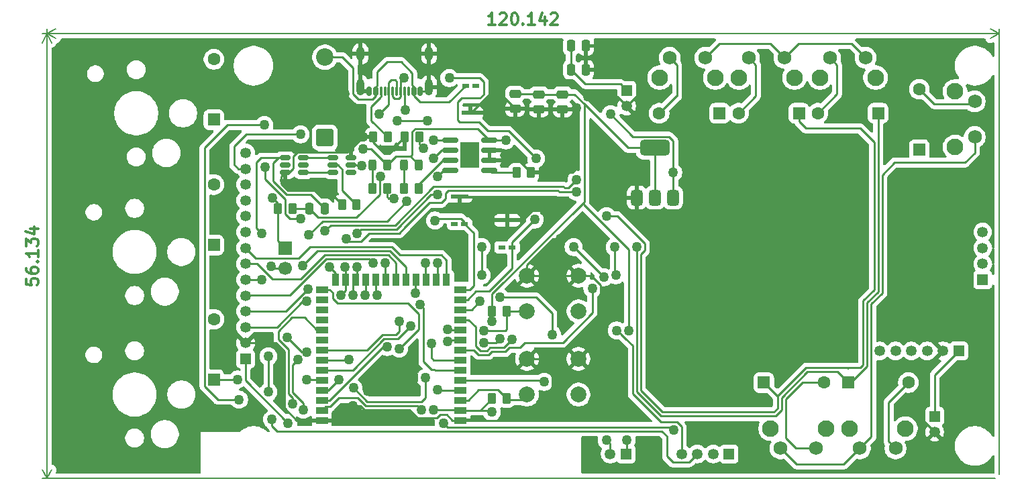
<source format=gbr>
%TF.GenerationSoftware,KiCad,Pcbnew,9.0.6*%
%TF.CreationDate,2025-12-14T23:53:19+07:00*%
%TF.ProjectId,audio_player,61756469-6f5f-4706-9c61-7965722e6b69,rev?*%
%TF.SameCoordinates,Original*%
%TF.FileFunction,Copper,L1,Top*%
%TF.FilePolarity,Positive*%
%FSLAX46Y46*%
G04 Gerber Fmt 4.6, Leading zero omitted, Abs format (unit mm)*
G04 Created by KiCad (PCBNEW 9.0.6) date 2025-12-14 23:53:19*
%MOMM*%
%LPD*%
G01*
G04 APERTURE LIST*
G04 Aperture macros list*
%AMRoundRect*
0 Rectangle with rounded corners*
0 $1 Rounding radius*
0 $2 $3 $4 $5 $6 $7 $8 $9 X,Y pos of 4 corners*
0 Add a 4 corners polygon primitive as box body*
4,1,4,$2,$3,$4,$5,$6,$7,$8,$9,$2,$3,0*
0 Add four circle primitives for the rounded corners*
1,1,$1+$1,$2,$3*
1,1,$1+$1,$4,$5*
1,1,$1+$1,$6,$7*
1,1,$1+$1,$8,$9*
0 Add four rect primitives between the rounded corners*
20,1,$1+$1,$2,$3,$4,$5,0*
20,1,$1+$1,$4,$5,$6,$7,0*
20,1,$1+$1,$6,$7,$8,$9,0*
20,1,$1+$1,$8,$9,$2,$3,0*%
G04 Aperture macros list end*
%ADD10C,0.300000*%
%TA.AperFunction,NonConductor*%
%ADD11C,0.300000*%
%TD*%
%TA.AperFunction,NonConductor*%
%ADD12C,0.200000*%
%TD*%
%TA.AperFunction,SMDPad,CuDef*%
%ADD13RoundRect,0.250000X-0.262500X-0.450000X0.262500X-0.450000X0.262500X0.450000X-0.262500X0.450000X0*%
%TD*%
%TA.AperFunction,ComponentPad*%
%ADD14C,2.100000*%
%TD*%
%TA.AperFunction,ComponentPad*%
%ADD15C,1.750000*%
%TD*%
%TA.AperFunction,SMDPad,CuDef*%
%ADD16RoundRect,0.250000X0.262500X0.450000X-0.262500X0.450000X-0.262500X-0.450000X0.262500X-0.450000X0*%
%TD*%
%TA.AperFunction,SMDPad,CuDef*%
%ADD17RoundRect,0.250000X-0.475000X0.250000X-0.475000X-0.250000X0.475000X-0.250000X0.475000X0.250000X0*%
%TD*%
%TA.AperFunction,ComponentPad*%
%ADD18RoundRect,0.250000X-0.550000X-0.550000X0.550000X-0.550000X0.550000X0.550000X-0.550000X0.550000X0*%
%TD*%
%TA.AperFunction,ComponentPad*%
%ADD19C,1.600000*%
%TD*%
%TA.AperFunction,ComponentPad*%
%ADD20RoundRect,0.250000X0.550000X0.550000X-0.550000X0.550000X-0.550000X-0.550000X0.550000X-0.550000X0*%
%TD*%
%TA.AperFunction,ComponentPad*%
%ADD21C,2.000000*%
%TD*%
%TA.AperFunction,SMDPad,CuDef*%
%ADD22R,1.500000X0.900000*%
%TD*%
%TA.AperFunction,SMDPad,CuDef*%
%ADD23R,0.900000X1.500000*%
%TD*%
%TA.AperFunction,HeatsinkPad*%
%ADD24R,1.000000X1.000000*%
%TD*%
%TA.AperFunction,HeatsinkPad*%
%ADD25C,0.600000*%
%TD*%
%TA.AperFunction,SMDPad,CuDef*%
%ADD26RoundRect,0.250000X0.250000X0.475000X-0.250000X0.475000X-0.250000X-0.475000X0.250000X-0.475000X0*%
%TD*%
%TA.AperFunction,SMDPad,CuDef*%
%ADD27R,2.210000X0.560000*%
%TD*%
%TA.AperFunction,SMDPad,CuDef*%
%ADD28R,0.940000X0.560000*%
%TD*%
%TA.AperFunction,SMDPad,CuDef*%
%ADD29RoundRect,0.250000X-0.250000X-0.475000X0.250000X-0.475000X0.250000X0.475000X-0.250000X0.475000X0*%
%TD*%
%TA.AperFunction,ComponentPad*%
%ADD30R,1.350000X1.350000*%
%TD*%
%TA.AperFunction,ComponentPad*%
%ADD31C,1.350000*%
%TD*%
%TA.AperFunction,SMDPad,CuDef*%
%ADD32RoundRect,0.243750X-0.243750X-0.456250X0.243750X-0.456250X0.243750X0.456250X-0.243750X0.456250X0*%
%TD*%
%TA.AperFunction,ComponentPad*%
%ADD33RoundRect,0.250000X0.550000X-0.550000X0.550000X0.550000X-0.550000X0.550000X-0.550000X-0.550000X0*%
%TD*%
%TA.AperFunction,SMDPad,CuDef*%
%ADD34RoundRect,0.150000X-0.512500X-0.150000X0.512500X-0.150000X0.512500X0.150000X-0.512500X0.150000X0*%
%TD*%
%TA.AperFunction,SMDPad,CuDef*%
%ADD35RoundRect,0.150000X0.825000X0.150000X-0.825000X0.150000X-0.825000X-0.150000X0.825000X-0.150000X0*%
%TD*%
%TA.AperFunction,HeatsinkPad*%
%ADD36C,0.500000*%
%TD*%
%TA.AperFunction,HeatsinkPad*%
%ADD37R,2.410000X3.300000*%
%TD*%
%TA.AperFunction,ComponentPad*%
%ADD38R,1.700000X1.700000*%
%TD*%
%TA.AperFunction,ComponentPad*%
%ADD39C,1.700000*%
%TD*%
%TA.AperFunction,SMDPad,CuDef*%
%ADD40RoundRect,0.375000X0.375000X-0.625000X0.375000X0.625000X-0.375000X0.625000X-0.375000X-0.625000X0*%
%TD*%
%TA.AperFunction,SMDPad,CuDef*%
%ADD41RoundRect,0.500000X1.400000X-0.500000X1.400000X0.500000X-1.400000X0.500000X-1.400000X-0.500000X0*%
%TD*%
%TA.AperFunction,SMDPad,CuDef*%
%ADD42RoundRect,0.150000X0.150000X0.425000X-0.150000X0.425000X-0.150000X-0.425000X0.150000X-0.425000X0*%
%TD*%
%TA.AperFunction,SMDPad,CuDef*%
%ADD43RoundRect,0.075000X0.075000X0.500000X-0.075000X0.500000X-0.075000X-0.500000X0.075000X-0.500000X0*%
%TD*%
%TA.AperFunction,HeatsinkPad*%
%ADD44O,1.000000X2.100000*%
%TD*%
%TA.AperFunction,HeatsinkPad*%
%ADD45O,1.000000X1.800000*%
%TD*%
%TA.AperFunction,ComponentPad*%
%ADD46RoundRect,0.249999X0.850001X-0.850001X0.850001X0.850001X-0.850001X0.850001X-0.850001X-0.850001X0*%
%TD*%
%TA.AperFunction,ComponentPad*%
%ADD47C,2.200000*%
%TD*%
%TA.AperFunction,ViaPad*%
%ADD48C,1.270000*%
%TD*%
%TA.AperFunction,Conductor*%
%ADD49C,0.254000*%
%TD*%
G04 APERTURE END LIST*
D10*
D11*
X88310328Y-92392141D02*
X88310328Y-93106427D01*
X88310328Y-93106427D02*
X89024614Y-93177855D01*
X89024614Y-93177855D02*
X88953185Y-93106427D01*
X88953185Y-93106427D02*
X88881757Y-92963570D01*
X88881757Y-92963570D02*
X88881757Y-92606427D01*
X88881757Y-92606427D02*
X88953185Y-92463570D01*
X88953185Y-92463570D02*
X89024614Y-92392141D01*
X89024614Y-92392141D02*
X89167471Y-92320712D01*
X89167471Y-92320712D02*
X89524614Y-92320712D01*
X89524614Y-92320712D02*
X89667471Y-92392141D01*
X89667471Y-92392141D02*
X89738900Y-92463570D01*
X89738900Y-92463570D02*
X89810328Y-92606427D01*
X89810328Y-92606427D02*
X89810328Y-92963570D01*
X89810328Y-92963570D02*
X89738900Y-93106427D01*
X89738900Y-93106427D02*
X89667471Y-93177855D01*
X88310328Y-91034999D02*
X88310328Y-91320713D01*
X88310328Y-91320713D02*
X88381757Y-91463570D01*
X88381757Y-91463570D02*
X88453185Y-91534999D01*
X88453185Y-91534999D02*
X88667471Y-91677856D01*
X88667471Y-91677856D02*
X88953185Y-91749284D01*
X88953185Y-91749284D02*
X89524614Y-91749284D01*
X89524614Y-91749284D02*
X89667471Y-91677856D01*
X89667471Y-91677856D02*
X89738900Y-91606427D01*
X89738900Y-91606427D02*
X89810328Y-91463570D01*
X89810328Y-91463570D02*
X89810328Y-91177856D01*
X89810328Y-91177856D02*
X89738900Y-91034999D01*
X89738900Y-91034999D02*
X89667471Y-90963570D01*
X89667471Y-90963570D02*
X89524614Y-90892141D01*
X89524614Y-90892141D02*
X89167471Y-90892141D01*
X89167471Y-90892141D02*
X89024614Y-90963570D01*
X89024614Y-90963570D02*
X88953185Y-91034999D01*
X88953185Y-91034999D02*
X88881757Y-91177856D01*
X88881757Y-91177856D02*
X88881757Y-91463570D01*
X88881757Y-91463570D02*
X88953185Y-91606427D01*
X88953185Y-91606427D02*
X89024614Y-91677856D01*
X89024614Y-91677856D02*
X89167471Y-91749284D01*
X89667471Y-90249285D02*
X89738900Y-90177856D01*
X89738900Y-90177856D02*
X89810328Y-90249285D01*
X89810328Y-90249285D02*
X89738900Y-90320713D01*
X89738900Y-90320713D02*
X89667471Y-90249285D01*
X89667471Y-90249285D02*
X89810328Y-90249285D01*
X89810328Y-88749284D02*
X89810328Y-89606427D01*
X89810328Y-89177856D02*
X88310328Y-89177856D01*
X88310328Y-89177856D02*
X88524614Y-89320713D01*
X88524614Y-89320713D02*
X88667471Y-89463570D01*
X88667471Y-89463570D02*
X88738900Y-89606427D01*
X88310328Y-88249285D02*
X88310328Y-87320713D01*
X88310328Y-87320713D02*
X88881757Y-87820713D01*
X88881757Y-87820713D02*
X88881757Y-87606428D01*
X88881757Y-87606428D02*
X88953185Y-87463571D01*
X88953185Y-87463571D02*
X89024614Y-87392142D01*
X89024614Y-87392142D02*
X89167471Y-87320713D01*
X89167471Y-87320713D02*
X89524614Y-87320713D01*
X89524614Y-87320713D02*
X89667471Y-87392142D01*
X89667471Y-87392142D02*
X89738900Y-87463571D01*
X89738900Y-87463571D02*
X89810328Y-87606428D01*
X89810328Y-87606428D02*
X89810328Y-88034999D01*
X89810328Y-88034999D02*
X89738900Y-88177856D01*
X89738900Y-88177856D02*
X89667471Y-88249285D01*
X88810328Y-86035000D02*
X89810328Y-86035000D01*
X88238900Y-86392142D02*
X89310328Y-86749285D01*
X89310328Y-86749285D02*
X89310328Y-85820714D01*
D12*
X210574000Y-117602000D02*
X90345580Y-117602000D01*
X90345580Y-61468000D02*
X210574000Y-61468000D01*
X90932000Y-117602000D02*
X90932000Y-61468000D01*
X90932000Y-117602000D02*
X90345579Y-116475496D01*
X90932000Y-117602000D02*
X91518421Y-116475496D01*
X90932000Y-61468000D02*
X91518421Y-62594504D01*
X90932000Y-61468000D02*
X90345579Y-62594504D01*
D10*
D11*
X147503001Y-60346328D02*
X146645858Y-60346328D01*
X147074429Y-60346328D02*
X147074429Y-58846328D01*
X147074429Y-58846328D02*
X146931572Y-59060614D01*
X146931572Y-59060614D02*
X146788715Y-59203471D01*
X146788715Y-59203471D02*
X146645858Y-59274900D01*
X148074429Y-58989185D02*
X148145857Y-58917757D01*
X148145857Y-58917757D02*
X148288715Y-58846328D01*
X148288715Y-58846328D02*
X148645857Y-58846328D01*
X148645857Y-58846328D02*
X148788715Y-58917757D01*
X148788715Y-58917757D02*
X148860143Y-58989185D01*
X148860143Y-58989185D02*
X148931572Y-59132042D01*
X148931572Y-59132042D02*
X148931572Y-59274900D01*
X148931572Y-59274900D02*
X148860143Y-59489185D01*
X148860143Y-59489185D02*
X148003000Y-60346328D01*
X148003000Y-60346328D02*
X148931572Y-60346328D01*
X149860143Y-58846328D02*
X150003000Y-58846328D01*
X150003000Y-58846328D02*
X150145857Y-58917757D01*
X150145857Y-58917757D02*
X150217286Y-58989185D01*
X150217286Y-58989185D02*
X150288714Y-59132042D01*
X150288714Y-59132042D02*
X150360143Y-59417757D01*
X150360143Y-59417757D02*
X150360143Y-59774900D01*
X150360143Y-59774900D02*
X150288714Y-60060614D01*
X150288714Y-60060614D02*
X150217286Y-60203471D01*
X150217286Y-60203471D02*
X150145857Y-60274900D01*
X150145857Y-60274900D02*
X150003000Y-60346328D01*
X150003000Y-60346328D02*
X149860143Y-60346328D01*
X149860143Y-60346328D02*
X149717286Y-60274900D01*
X149717286Y-60274900D02*
X149645857Y-60203471D01*
X149645857Y-60203471D02*
X149574428Y-60060614D01*
X149574428Y-60060614D02*
X149503000Y-59774900D01*
X149503000Y-59774900D02*
X149503000Y-59417757D01*
X149503000Y-59417757D02*
X149574428Y-59132042D01*
X149574428Y-59132042D02*
X149645857Y-58989185D01*
X149645857Y-58989185D02*
X149717286Y-58917757D01*
X149717286Y-58917757D02*
X149860143Y-58846328D01*
X151002999Y-60203471D02*
X151074428Y-60274900D01*
X151074428Y-60274900D02*
X151002999Y-60346328D01*
X151002999Y-60346328D02*
X150931571Y-60274900D01*
X150931571Y-60274900D02*
X151002999Y-60203471D01*
X151002999Y-60203471D02*
X151002999Y-60346328D01*
X152503000Y-60346328D02*
X151645857Y-60346328D01*
X152074428Y-60346328D02*
X152074428Y-58846328D01*
X152074428Y-58846328D02*
X151931571Y-59060614D01*
X151931571Y-59060614D02*
X151788714Y-59203471D01*
X151788714Y-59203471D02*
X151645857Y-59274900D01*
X153788714Y-59346328D02*
X153788714Y-60346328D01*
X153431571Y-58774900D02*
X153074428Y-59846328D01*
X153074428Y-59846328D02*
X154002999Y-59846328D01*
X154502999Y-58989185D02*
X154574427Y-58917757D01*
X154574427Y-58917757D02*
X154717285Y-58846328D01*
X154717285Y-58846328D02*
X155074427Y-58846328D01*
X155074427Y-58846328D02*
X155217285Y-58917757D01*
X155217285Y-58917757D02*
X155288713Y-58989185D01*
X155288713Y-58989185D02*
X155360142Y-59132042D01*
X155360142Y-59132042D02*
X155360142Y-59274900D01*
X155360142Y-59274900D02*
X155288713Y-59489185D01*
X155288713Y-59489185D02*
X154431570Y-60346328D01*
X154431570Y-60346328D02*
X155360142Y-60346328D01*
D12*
X211074000Y-117102000D02*
X211074000Y-60881580D01*
X90932000Y-60881580D02*
X90932000Y-117102000D01*
X211074000Y-61468000D02*
X90932000Y-61468000D01*
X211074000Y-61468000D02*
X209947496Y-62054421D01*
X211074000Y-61468000D02*
X209947496Y-60881579D01*
X90932000Y-61468000D02*
X92058504Y-60881579D01*
X90932000Y-61468000D02*
X92058504Y-62054421D01*
D13*
%TO.P,R2,1*%
%TO.N,Net-(D9-K)*%
X132000000Y-81000000D03*
%TO.P,R2,2*%
%TO.N,Net-(U2-~{STDBY})*%
X133825000Y-81000000D03*
%TD*%
D14*
%TO.P,SW7,*%
%TO.N,*%
X188475000Y-66990000D03*
X195485000Y-66990000D03*
D15*
%TO.P,SW7,1,1*%
%TO.N,Net-(D7-A)*%
X189725000Y-64500000D03*
%TO.P,SW7,2,2*%
%TO.N,KEY_ROW3*%
X194225000Y-64500000D03*
%TD*%
D14*
%TO.P,SW8,*%
%TO.N,*%
X178250000Y-66990000D03*
X185260000Y-66990000D03*
D15*
%TO.P,SW8,1,1*%
%TO.N,Net-(D10-A)*%
X179500000Y-64500000D03*
%TO.P,SW8,2,2*%
%TO.N,KEY_ROW3*%
X184000000Y-64500000D03*
%TD*%
D16*
%TO.P,R8,1*%
%TO.N,EN*%
X148912500Y-107500000D03*
%TO.P,R8,2*%
%TO.N,3.3V*%
X147087500Y-107500000D03*
%TD*%
D17*
%TO.P,C3,1*%
%TO.N,3.3V*%
X153000000Y-69100000D03*
%TO.P,C3,2*%
%TO.N,GND*%
X153000000Y-71000000D03*
%TD*%
D18*
%TO.P,D4,1,K*%
%TO.N,KEY_COL1*%
X192000000Y-105500000D03*
D19*
%TO.P,D4,2,A*%
%TO.N,Net-(D4-A)*%
X199620000Y-105500000D03*
%TD*%
D14*
%TO.P,SW6,*%
%TO.N,*%
X205510000Y-68750000D03*
X205510000Y-75760000D03*
D15*
%TO.P,SW6,1,1*%
%TO.N,Net-(D6-A)*%
X208000000Y-70000000D03*
%TO.P,SW6,2,2*%
%TO.N,KEY_ROW2*%
X208000000Y-74500000D03*
%TD*%
D20*
%TO.P,D11,1,K*%
%TO.N,KEY_COL3*%
X175810000Y-71500000D03*
D19*
%TO.P,D11,2,A*%
%TO.N,Net-(D11-A)*%
X168190000Y-71500000D03*
%TD*%
D13*
%TO.P,R7,1*%
%TO.N,GND*%
X136087500Y-74500000D03*
%TO.P,R7,2*%
%TO.N,Net-(J1-CC1)*%
X137912500Y-74500000D03*
%TD*%
D21*
%TO.P,SW11,1,1*%
%TO.N,GND*%
X151500000Y-92000000D03*
X158000000Y-92000000D03*
%TO.P,SW11,2,2*%
%TO.N,RST*%
X151500000Y-96500000D03*
X158000000Y-96500000D03*
%TD*%
D22*
%TO.P,U1,1,GND*%
%TO.N,GND*%
X143115000Y-110260000D03*
%TO.P,U1,2,3V3*%
%TO.N,3.3V*%
X143115000Y-108990000D03*
%TO.P,U1,3,EN*%
%TO.N,EN*%
X143115000Y-107720000D03*
%TO.P,U1,4,IO4*%
%TO.N,KEY_ROW1*%
X143115000Y-106450000D03*
%TO.P,U1,5,IO5*%
%TO.N,KEY_ROW2*%
X143115000Y-105180000D03*
%TO.P,U1,6,IO6*%
%TO.N,TOUCH_RST*%
X143115000Y-103910000D03*
%TO.P,U1,7,IO7*%
%TO.N,TOUCH_INT*%
X143115000Y-102640000D03*
%TO.P,U1,8,IO15*%
%TO.N,TOUCH_SCK*%
X143115000Y-101370000D03*
%TO.P,U1,9,IO16*%
%TO.N,TOUCH_SDA*%
X143115000Y-100100000D03*
%TO.P,U1,10,IO17*%
%TO.N,DAC_WS*%
X143115000Y-98830000D03*
%TO.P,U1,11,IO18*%
%TO.N,DAC_DIN*%
X143115000Y-97560000D03*
%TO.P,U1,12,IO8*%
%TO.N,DAC_BCK*%
X143115000Y-96290000D03*
%TO.P,U1,13,USB_D-/IO19*%
%TO.N,USB -*%
X143115000Y-95020000D03*
%TO.P,U1,14,USB_D+/IO20*%
%TO.N,USB +*%
X143115000Y-93750000D03*
D23*
%TO.P,U1,15,IO3*%
%TO.N,TFT_BL*%
X141350000Y-92500000D03*
%TO.P,U1,16,IO46*%
%TO.N,TFT_RST*%
X140080000Y-92500000D03*
%TO.P,U1,17,IO9*%
%TO.N,TFT_DC*%
X138810000Y-92500000D03*
%TO.P,U1,18,IO10*%
%TO.N,TFT_CS*%
X137540000Y-92500000D03*
%TO.P,U1,19,IO11*%
%TO.N,TFT_MOSI*%
X136270000Y-92500000D03*
%TO.P,U1,20,IO12*%
%TO.N,TFT_CLK*%
X135000000Y-92500000D03*
%TO.P,U1,21,IO13*%
%TO.N,KEY_COL3*%
X133730000Y-92500000D03*
%TO.P,U1,22,IO14*%
%TO.N,KEY_ROW3*%
X132460000Y-92500000D03*
%TO.P,U1,23,IO21*%
%TO.N,UNUSED_2*%
X131190000Y-92500000D03*
%TO.P,U1,24,IO47*%
%TO.N,KEY_COL1*%
X129920000Y-92500000D03*
%TO.P,U1,25,IO48*%
%TO.N,KEY_COL2*%
X128650000Y-92500000D03*
%TO.P,U1,26,IO45*%
%TO.N,UNUSED_4*%
X127380000Y-92500000D03*
D22*
%TO.P,U1,27,IO0*%
%TO.N,RST*%
X125615000Y-93750000D03*
%TO.P,U1,28,NC*%
%TO.N,unconnected-(U1-NC-Pad28)*%
X125615000Y-95020000D03*
%TO.P,U1,29,NC*%
%TO.N,unconnected-(U1-NC-Pad29)*%
X125615000Y-96290000D03*
%TO.P,U1,30,NC*%
%TO.N,unconnected-(U1-NC-Pad30)*%
X125615000Y-97560000D03*
%TO.P,U1,31,IO38*%
%TO.N,UNUSED_3*%
X125615000Y-98830000D03*
%TO.P,U1,32,MTCK/IO39*%
%TO.N,unconnected-(U1-MTCK{slash}IO39-Pad32)*%
X125615000Y-100100000D03*
%TO.P,U1,33,MTDO/IO40*%
%TO.N,SD_MISO*%
X125615000Y-101370000D03*
%TO.P,U1,34,MTDI/IO41*%
%TO.N,SD_SCK*%
X125615000Y-102640000D03*
%TO.P,U1,35,MTMS/IO42*%
%TO.N,SD_MOSI*%
X125615000Y-103910000D03*
%TO.P,U1,36,RXD0/IO44*%
%TO.N,UART0_RX*%
X125615000Y-105180000D03*
%TO.P,U1,37,TXD0/IO43*%
%TO.N,UART0_TX*%
X125615000Y-106450000D03*
%TO.P,U1,38,IO2*%
%TO.N,SD_CS*%
X125615000Y-107720000D03*
%TO.P,U1,39,IO1*%
%TO.N,UNUSED_1*%
X125615000Y-108990000D03*
%TO.P,U1,40,GND*%
%TO.N,GND*%
X125615000Y-110260000D03*
D24*
%TO.P,U1,41,GND*%
X137225000Y-106410000D03*
D25*
X137225000Y-105660000D03*
D24*
X137225000Y-104910000D03*
D25*
X137225000Y-104160000D03*
D24*
X137225000Y-103410000D03*
D25*
X136475000Y-106410000D03*
X136475000Y-104910000D03*
X136475000Y-103410000D03*
D24*
X135725000Y-106410000D03*
D25*
X135725000Y-105660000D03*
D24*
X135725000Y-104910000D03*
D25*
X135725000Y-104160000D03*
D24*
X135725000Y-103410000D03*
D25*
X134975000Y-106410000D03*
X134975000Y-104910000D03*
X134975000Y-103410000D03*
D24*
X134225000Y-106410000D03*
D25*
X134225000Y-105660000D03*
D24*
X134225000Y-104910000D03*
D25*
X134225000Y-104160000D03*
D24*
X134225000Y-103410000D03*
%TD*%
D26*
%TO.P,C6,1*%
%TO.N,Net-(J5-Pin_2)*%
X125950000Y-83500000D03*
%TO.P,C6,2*%
%TO.N,Net-(U4-VCC)*%
X124050000Y-83500000D03*
%TD*%
D27*
%TO.P,D15,1,K*%
%TO.N,GND*%
X144365000Y-71440000D03*
D28*
%TO.P,D15,2,A*%
%TO.N,Net-(D12-A)*%
X143730000Y-68000000D03*
%TO.P,D15,3*%
%TO.N,N/C*%
X145000000Y-68000000D03*
%TD*%
D29*
%TO.P,C7,1*%
%TO.N,BATT*%
X157050000Y-63000000D03*
%TO.P,C7,2*%
%TO.N,GND*%
X158950000Y-63000000D03*
%TD*%
D20*
%TO.P,D7,1,K*%
%TO.N,KEY_COL1*%
X195810000Y-71500000D03*
D19*
%TO.P,D7,2,A*%
%TO.N,Net-(D7-A)*%
X188190000Y-71500000D03*
%TD*%
D30*
%TO.P,J6,1,Pin_1*%
%TO.N,UART0_TX*%
X164000000Y-114500000D03*
D31*
%TO.P,J6,2,Pin_2*%
%TO.N,UART0_RX*%
X162000000Y-114500000D03*
%TD*%
D20*
%TO.P,D10,1,K*%
%TO.N,KEY_COL2*%
X185810000Y-71500000D03*
D19*
%TO.P,D10,2,A*%
%TO.N,Net-(D10-A)*%
X178190000Y-71500000D03*
%TD*%
D29*
%TO.P,C1,1*%
%TO.N,BATT*%
X157050000Y-66000000D03*
%TO.P,C1,2*%
%TO.N,GND*%
X158950000Y-66000000D03*
%TD*%
D32*
%TO.P,D9,1,K*%
%TO.N,Net-(D9-K)*%
X132000000Y-78000000D03*
%TO.P,D9,2,A*%
%TO.N,5V*%
X133875000Y-78000000D03*
%TD*%
D16*
%TO.P,R3,1*%
%TO.N,GND*%
X152000000Y-79000000D03*
%TO.P,R3,2*%
%TO.N,Net-(U2-TEMP)*%
X150175000Y-79000000D03*
%TD*%
D33*
%TO.P,D3,1,K*%
%TO.N,KEY_COL3*%
X112000000Y-72310000D03*
D19*
%TO.P,D3,2,A*%
%TO.N,Net-(D3-A)*%
X112000000Y-64690000D03*
%TD*%
D18*
%TO.P,D5,1,K*%
%TO.N,KEY_COL2*%
X181380000Y-105500000D03*
D19*
%TO.P,D5,2,A*%
%TO.N,Net-(D5-A)*%
X189000000Y-105500000D03*
%TD*%
D21*
%TO.P,SW9,1,1*%
%TO.N,GND*%
X151500000Y-102500000D03*
X158000000Y-102500000D03*
%TO.P,SW9,2,2*%
%TO.N,EN*%
X151500000Y-107000000D03*
X158000000Y-107000000D03*
%TD*%
D33*
%TO.P,D6,1,K*%
%TO.N,KEY_COL3*%
X201000000Y-76085000D03*
D19*
%TO.P,D6,2,A*%
%TO.N,Net-(D6-A)*%
X201000000Y-68465000D03*
%TD*%
D30*
%TO.P,J7,1,Pin_1*%
%TO.N,UNUSED_1*%
X177000000Y-114500000D03*
D31*
%TO.P,J7,2,Pin_2*%
%TO.N,UNUSED_2*%
X175000000Y-114500000D03*
%TO.P,J7,3,Pin_3*%
%TO.N,UNUSED_3*%
X173000000Y-114500000D03*
%TO.P,J7,4,Pin_4*%
%TO.N,UNUSED_4*%
X171000000Y-114500000D03*
%TD*%
D34*
%TO.P,U6,1,S1*%
%TO.N,Net-(J5-Pin_2)*%
X121000000Y-77100000D03*
%TO.P,U6,2,D12*%
%TO.N,unconnected-(U6-D12-Pad2)*%
X121000000Y-78050000D03*
%TO.P,U6,3,S2*%
%TO.N,GND*%
X121000000Y-79000000D03*
%TO.P,U6,4,G2*%
%TO.N,Net-(U4-OC)*%
X123275000Y-79000000D03*
%TO.P,U6,5,D12*%
%TO.N,unconnected-(U6-D12-Pad5)*%
X123275000Y-78050000D03*
%TO.P,U6,6,G1*%
%TO.N,Net-(U4-OD)*%
X123275000Y-77100000D03*
%TD*%
D16*
%TO.P,R9,1*%
%TO.N,RST*%
X148912500Y-96500000D03*
%TO.P,R9,2*%
%TO.N,3.3V*%
X147087500Y-96500000D03*
%TD*%
D27*
%TO.P,D13,1,K*%
%TO.N,GND*%
X149000000Y-85000000D03*
D28*
%TO.P,D13,2,A*%
%TO.N,USB -*%
X149635000Y-88440000D03*
%TO.P,D13,3*%
%TO.N,N/C*%
X148365000Y-88440000D03*
%TD*%
D14*
%TO.P,SW5,*%
%TO.N,*%
X189250000Y-111297500D03*
X182240000Y-111297500D03*
D15*
%TO.P,SW5,1,1*%
%TO.N,Net-(D5-A)*%
X188000000Y-113787500D03*
%TO.P,SW5,2,2*%
%TO.N,KEY_ROW2*%
X183500000Y-113787500D03*
%TD*%
D30*
%TO.P,J9,1,Pin_1*%
%TO.N,3.3V*%
X202946000Y-109744000D03*
D31*
%TO.P,J9,2,Pin_2*%
%TO.N,GND*%
X202946000Y-111744000D03*
%TD*%
D34*
%TO.P,U4,1,OD*%
%TO.N,Net-(U4-OD)*%
X127000000Y-77100000D03*
%TO.P,U4,2,CS*%
%TO.N,Net-(U4-CS)*%
X127000000Y-78050000D03*
%TO.P,U4,3,OC*%
%TO.N,Net-(U4-OC)*%
X127000000Y-79000000D03*
%TO.P,U4,4,TD*%
%TO.N,unconnected-(U4-TD-Pad4)*%
X129275000Y-79000000D03*
%TO.P,U4,5,VCC*%
%TO.N,Net-(U4-VCC)*%
X129275000Y-78050000D03*
%TO.P,U4,6,GND*%
%TO.N,GND*%
X129275000Y-77100000D03*
%TD*%
D13*
%TO.P,R6,1*%
%TO.N,GND*%
X132087500Y-74500000D03*
%TO.P,R6,2*%
%TO.N,Net-(J1-CC2)*%
X133912500Y-74500000D03*
%TD*%
D16*
%TO.P,R4,1*%
%TO.N,Net-(U4-CS)*%
X130000000Y-83000000D03*
%TO.P,R4,2*%
%TO.N,GND*%
X128175000Y-83000000D03*
%TD*%
D35*
%TO.P,U2,1,TEMP*%
%TO.N,Net-(U2-TEMP)*%
X146775000Y-78705000D03*
%TO.P,U2,2,PROG*%
%TO.N,GND*%
X146775000Y-77435000D03*
%TO.P,U2,3,GND*%
X146775000Y-76165000D03*
%TO.P,U2,4,V_{CC}*%
%TO.N,5V*%
X146775000Y-74895000D03*
%TO.P,U2,5,BAT*%
%TO.N,BATT*%
X141825000Y-74895000D03*
%TO.P,U2,6,~{STDBY}*%
%TO.N,Net-(U2-~{STDBY})*%
X141825000Y-76165000D03*
%TO.P,U2,7,~{CHRG}*%
%TO.N,Net-(U2-~{CHRG})*%
X141825000Y-77435000D03*
%TO.P,U2,8,CE*%
%TO.N,5V*%
X141825000Y-78705000D03*
D36*
%TO.P,U2,9,EPAD*%
%TO.N,unconnected-(U2-EPAD-Pad9)_5*%
X145000000Y-78000000D03*
%TO.N,unconnected-(U2-EPAD-Pad9)_2*%
X145000000Y-76800000D03*
%TO.N,unconnected-(U2-EPAD-Pad9)_4*%
X145000000Y-75600000D03*
D37*
%TO.N,unconnected-(U2-EPAD-Pad9)_1*%
X144300000Y-76800000D03*
D36*
%TO.N,unconnected-(U2-EPAD-Pad9)_3*%
X143600000Y-78000000D03*
%TO.N,unconnected-(U2-EPAD-Pad9)*%
X143600000Y-76800000D03*
%TO.N,unconnected-(U2-EPAD-Pad9)_7*%
X143600000Y-75600000D03*
%TD*%
D16*
%TO.P,R5,1*%
%TO.N,Net-(U4-VCC)*%
X121912500Y-83500000D03*
%TO.P,R5,2*%
%TO.N,BATT*%
X120087500Y-83500000D03*
%TD*%
D14*
%TO.P,SW4,*%
%TO.N,*%
X199250000Y-111297500D03*
X192240000Y-111297500D03*
D15*
%TO.P,SW4,1,1*%
%TO.N,Net-(D4-A)*%
X198000000Y-113787500D03*
%TO.P,SW4,2,2*%
%TO.N,KEY_ROW2*%
X193500000Y-113787500D03*
%TD*%
D38*
%TO.P,J5,1,Pin_1*%
%TO.N,BATT*%
X121000000Y-88500000D03*
D39*
%TO.P,J5,2,Pin_2*%
%TO.N,Net-(J5-Pin_2)*%
X121000000Y-91040000D03*
%TD*%
D13*
%TO.P,R1,1*%
%TO.N,Net-(D8-K)*%
X136000000Y-81000000D03*
%TO.P,R1,2*%
%TO.N,Net-(U2-~{CHRG})*%
X137825000Y-81000000D03*
%TD*%
D40*
%TO.P,U5,1,GND*%
%TO.N,GND*%
X165340000Y-82144000D03*
%TO.P,U5,2,VO*%
%TO.N,3.3V*%
X167640000Y-82144000D03*
D41*
X167640000Y-75844000D03*
D40*
%TO.P,U5,3,VI*%
%TO.N,BATT*%
X169940000Y-82144000D03*
%TD*%
D27*
%TO.P,D14,1,K*%
%TO.N,GND*%
X143000000Y-82000000D03*
D28*
%TO.P,D14,2,A*%
%TO.N,USB +*%
X143635000Y-85440000D03*
%TO.P,D14,3*%
%TO.N,N/C*%
X142365000Y-85440000D03*
%TD*%
D17*
%TO.P,C2,1*%
%TO.N,3.3V*%
X150000000Y-69050000D03*
%TO.P,C2,2*%
%TO.N,GND*%
X150000000Y-70950000D03*
%TD*%
D30*
%TO.P,J4,1,Pin_1*%
%TO.N,3.3V*%
X206000000Y-101500000D03*
D31*
%TO.P,J4,2,Pin_2*%
%TO.N,GND*%
X204000000Y-101500000D03*
%TO.P,J4,3,Pin_3*%
%TO.N,DAC_BCK*%
X202000000Y-101500000D03*
%TO.P,J4,4,Pin_4*%
%TO.N,DAC_DIN*%
X200000000Y-101500000D03*
%TO.P,J4,5,Pin_5*%
%TO.N,DAC_WS*%
X198000000Y-101500000D03*
%TO.P,J4,6,Pin_6*%
%TO.N,unconnected-(J4-Pin_6-Pad6)*%
X196000000Y-101500000D03*
%TD*%
D32*
%TO.P,D8,1,K*%
%TO.N,Net-(D8-K)*%
X136000000Y-78000000D03*
%TO.P,D8,2,A*%
%TO.N,5V*%
X137875000Y-78000000D03*
%TD*%
D42*
%TO.P,J1,A1,GND*%
%TO.N,GND*%
X138020000Y-68755000D03*
%TO.P,J1,A4,VBUS*%
%TO.N,Net-(D12-A)*%
X137220000Y-68755000D03*
D43*
%TO.P,J1,A5,CC1*%
%TO.N,Net-(J1-CC1)*%
X136070000Y-68755000D03*
%TO.P,J1,A6,D+*%
%TO.N,USB +*%
X135070000Y-68755000D03*
%TO.P,J1,A7,D-*%
%TO.N,USB -*%
X134570000Y-68755000D03*
%TO.P,J1,A8,SBU1*%
%TO.N,unconnected-(J1-SBU1-PadA8)*%
X133570000Y-68755000D03*
D42*
%TO.P,J1,A9,VBUS*%
%TO.N,Net-(D12-A)*%
X132420000Y-68755000D03*
%TO.P,J1,A12,GND*%
%TO.N,GND*%
X131620000Y-68755000D03*
%TO.P,J1,B1,GND*%
X131620000Y-68755000D03*
%TO.P,J1,B4,VBUS*%
%TO.N,Net-(D12-A)*%
X132420000Y-68755000D03*
D43*
%TO.P,J1,B5,CC2*%
%TO.N,Net-(J1-CC2)*%
X133070000Y-68755000D03*
%TO.P,J1,B6,D+*%
%TO.N,USB +*%
X134070000Y-68755000D03*
%TO.P,J1,B7,D-*%
%TO.N,USB -*%
X135570000Y-68755000D03*
%TO.P,J1,B8,SBU2*%
%TO.N,unconnected-(J1-SBU2-PadB8)*%
X136570000Y-68755000D03*
D42*
%TO.P,J1,B9,VBUS*%
%TO.N,Net-(D12-A)*%
X137220000Y-68755000D03*
%TO.P,J1,B12,GND*%
%TO.N,GND*%
X138020000Y-68755000D03*
D44*
%TO.P,J1,S1,SHIELD*%
X139140000Y-68180000D03*
D45*
X139140000Y-64000000D03*
D44*
X130500000Y-68180000D03*
D45*
X130500000Y-64000000D03*
%TD*%
D17*
%TO.P,C4,1*%
%TO.N,3.3V*%
X156000000Y-69100000D03*
%TO.P,C4,2*%
%TO.N,GND*%
X156000000Y-71000000D03*
%TD*%
D14*
%TO.P,SW10,*%
%TO.N,*%
X168250000Y-66990000D03*
X175260000Y-66990000D03*
D15*
%TO.P,SW10,1,1*%
%TO.N,Net-(D11-A)*%
X169500000Y-64500000D03*
%TO.P,SW10,2,2*%
%TO.N,KEY_ROW3*%
X174000000Y-64500000D03*
%TD*%
D33*
%TO.P,D1,1,K*%
%TO.N,KEY_COL1*%
X112000000Y-105120000D03*
D19*
%TO.P,D1,2,A*%
%TO.N,Net-(D1-A)*%
X112000000Y-97500000D03*
%TD*%
D46*
%TO.P,D12,1,K*%
%TO.N,5V*%
X126000000Y-74580000D03*
D47*
%TO.P,D12,2,A*%
%TO.N,Net-(D12-A)*%
X126000000Y-64420000D03*
%TD*%
D30*
%TO.P,J8,1,Pin_1*%
%TO.N,BATT*%
X164084000Y-68596000D03*
D31*
%TO.P,J8,2,Pin_2*%
%TO.N,GND*%
X164084000Y-70596000D03*
%TD*%
D33*
%TO.P,D2,1,K*%
%TO.N,KEY_COL2*%
X112000000Y-88120000D03*
D19*
%TO.P,D2,2,A*%
%TO.N,Net-(D2-A)*%
X112000000Y-80500000D03*
%TD*%
D30*
%TO.P,J3,1,Pin_1*%
%TO.N,SD_CS*%
X209000000Y-92500000D03*
D31*
%TO.P,J3,2,Pin_2*%
%TO.N,SD_MOSI*%
X209000000Y-90500000D03*
%TO.P,J3,3,Pin_3*%
%TO.N,SD_MISO*%
X209000000Y-88500000D03*
%TO.P,J3,4,Pin_4*%
%TO.N,SD_SCK*%
X209000000Y-86500000D03*
%TD*%
D30*
%TO.P,J2,1,Pin_1*%
%TO.N,3.3V*%
X116000000Y-102500000D03*
D31*
%TO.P,J2,2,Pin_2*%
%TO.N,GND*%
X116000000Y-100500000D03*
%TO.P,J2,3,Pin_3*%
%TO.N,TFT_CS*%
X116000000Y-98500000D03*
%TO.P,J2,4,Pin_4*%
%TO.N,TFT_RST*%
X116000000Y-96500000D03*
%TO.P,J2,5,Pin_5*%
%TO.N,TFT_DC*%
X116000000Y-94500000D03*
%TO.P,J2,6,Pin_6*%
%TO.N,TFT_MOSI*%
X116000000Y-92500000D03*
%TO.P,J2,7,Pin_7*%
%TO.N,TFT_CLK*%
X116000000Y-90500000D03*
%TO.P,J2,8,Pin_8*%
%TO.N,TFT_BL*%
X116000000Y-88500000D03*
%TO.P,J2,9,Pin_9*%
%TO.N,unconnected-(J2-Pin_9-Pad9)*%
X116000000Y-86500000D03*
%TO.P,J2,10,Pin_10*%
%TO.N,unconnected-(J2-Pin_10-Pad10)*%
X116000000Y-84500000D03*
%TO.P,J2,11,Pin_11*%
%TO.N,TOUCH_SDA*%
X116000000Y-82500000D03*
%TO.P,J2,12,Pin_12*%
%TO.N,TOUCH_SCK*%
X116000000Y-80500000D03*
%TO.P,J2,13,Pin_13*%
%TO.N,TOUCH_INT*%
X116000000Y-78500000D03*
%TO.P,J2,14,Pin_14*%
%TO.N,TOUCH_RST*%
X116000000Y-76500000D03*
%TD*%
D48*
%TO.N,BATT*%
X135128000Y-72402000D03*
X119380000Y-82166674D03*
X169940000Y-78994000D03*
X139700000Y-74930000D03*
X138938000Y-72402000D03*
X162052000Y-71628000D03*
%TO.N,GND*%
X157734000Y-70866000D03*
X129540000Y-108458000D03*
X153670000Y-83820000D03*
X155702000Y-87375001D03*
X154178000Y-79000000D03*
X159214421Y-69385579D03*
X130810000Y-74434000D03*
X128526391Y-69087000D03*
X128778000Y-72402000D03*
X131433340Y-106564660D03*
%TO.N,3.3V*%
X164338000Y-98918000D03*
X139700000Y-108966000D03*
X147066000Y-109220000D03*
X121360452Y-110605294D03*
X147066000Y-97790000D03*
%TO.N,Net-(U4-VCC)*%
X130623502Y-78132661D03*
X133016000Y-79495543D03*
%TO.N,Net-(J5-Pin_2)*%
X119184840Y-90823999D03*
X118047662Y-86676338D03*
%TO.N,KEY_COL1*%
X129541003Y-94487000D03*
X165354000Y-88391000D03*
X140208000Y-81788000D03*
X130048000Y-86641000D03*
X114984000Y-105113977D03*
X130048000Y-90934000D03*
%TO.N,KEY_COL2*%
X161544000Y-84493405D03*
X157734000Y-81400392D03*
X128524000Y-90932000D03*
X128016000Y-94488000D03*
X128711304Y-87373000D03*
%TO.N,KEY_COL3*%
X133604000Y-90424000D03*
%TO.N,5V*%
X140213921Y-79507921D03*
X130810000Y-75958003D03*
X148844000Y-74930000D03*
%TO.N,USB -*%
X152654000Y-77216000D03*
X135991000Y-67056000D03*
X152483421Y-84919421D03*
X141700660Y-67055999D03*
%TO.N,USB +*%
X139910421Y-85046421D03*
X132879579Y-71628000D03*
%TO.N,Net-(J1-CC1)*%
X136144000Y-71120000D03*
X138430000Y-75946000D03*
%TO.N,TFT_MOSI*%
X118026579Y-92539421D03*
X123191869Y-90763289D03*
%TO.N,TFT_CS*%
X137414000Y-94234000D03*
X123744284Y-95241234D03*
%TO.N,TFT_DC*%
X138684000Y-90424000D03*
X132080000Y-90424000D03*
%TO.N,TOUCH_RST*%
X138029568Y-95628152D03*
X122974944Y-84767648D03*
X118420480Y-78288480D03*
%TO.N,TFT_RST*%
X140208000Y-90424000D03*
X123887338Y-93661338D03*
%TO.N,TOUCH_INT*%
X122936000Y-74168000D03*
X145796000Y-88391000D03*
X139446000Y-100584000D03*
X145796000Y-91950000D03*
%TO.N,TOUCH_SCK*%
X136304410Y-82588832D03*
X161196064Y-92195222D03*
X159759222Y-93632064D03*
X157391843Y-88391001D03*
X123952000Y-86868000D03*
%TO.N,TOUCH_SDA*%
X141479000Y-100330000D03*
X148082000Y-99941026D03*
X146050000Y-100449028D03*
%TO.N,SD_MISO*%
X135382000Y-97790000D03*
%TO.N,SD_CS*%
X133873662Y-100989179D03*
%TO.N,SD_MOSI*%
X136808432Y-98326540D03*
%TO.N,SD_SCK*%
X129032000Y-102616000D03*
%TO.N,DAC_WS*%
X141479000Y-98806000D03*
%TO.N,DAC_DIN*%
X149606000Y-100076000D03*
%TO.N,DAC_BCK*%
X148103500Y-94742000D03*
X145542000Y-95248000D03*
X154686000Y-99427000D03*
%TO.N,UART0_RX*%
X129603840Y-106172001D03*
X123698000Y-105156000D03*
X161544000Y-112776000D03*
X138684000Y-104902000D03*
%TO.N,UART0_TX*%
X127754079Y-105148079D03*
X164084000Y-112776000D03*
%TO.N,UNUSED_1*%
X138176000Y-108922421D03*
%TO.N,UNUSED_4*%
X162700205Y-91950000D03*
X162560000Y-88391000D03*
X157734001Y-79876390D03*
X162814000Y-98918000D03*
X126614674Y-90934000D03*
X125984000Y-86361000D03*
%TO.N,UNUSED_2*%
X140970000Y-110606000D03*
X131065004Y-94489000D03*
X123264042Y-108922421D03*
X169984000Y-111506000D03*
X122570840Y-102617001D03*
%TO.N,UNUSED_3*%
X121920000Y-108203999D03*
X119329010Y-110143187D03*
%TO.N,Net-(U2-~{STDBY})*%
X139666080Y-77182080D03*
X134729002Y-82238001D03*
%TO.N,RST*%
X135382590Y-101203000D03*
X146049000Y-98925026D03*
%TO.N,KEY_ROW1*%
X140208000Y-106426000D03*
%TO.N,KEY_ROW2*%
X153670000Y-105410000D03*
%TO.N,KEY_ROW3*%
X118874998Y-106682999D03*
X121285000Y-99782158D03*
X118364000Y-72985158D03*
X115178421Y-107655977D03*
X132589007Y-94489000D03*
X123744807Y-101635703D03*
X118874998Y-102192160D03*
%TD*%
D49*
%TO.N,BATT*%
X141825000Y-74895000D02*
X139735000Y-74895000D01*
X164084000Y-68596000D02*
X163306000Y-67818000D01*
X120087500Y-82874174D02*
X119380000Y-82166674D01*
X120087500Y-83500000D02*
X120087500Y-82874174D01*
X139735000Y-74895000D02*
X139700000Y-74930000D01*
X120087500Y-83500000D02*
X120087500Y-87587500D01*
X157050000Y-66000000D02*
X157050000Y-63000000D01*
X163306000Y-67818000D02*
X158868000Y-67818000D01*
X162052000Y-71628000D02*
X164886000Y-74462000D01*
X169412608Y-74462000D02*
X169940000Y-74989392D01*
X158868000Y-67818000D02*
X157050000Y-66000000D01*
X135128000Y-72402000D02*
X138938000Y-72402000D01*
X169940000Y-74989392D02*
X169940000Y-82144000D01*
X120087500Y-87587500D02*
X121000000Y-88500000D01*
X164886000Y-74462000D02*
X169412608Y-74462000D01*
X169940000Y-78994000D02*
X169940000Y-82144000D01*
%TO.N,GND*%
X128826000Y-76418000D02*
X129275000Y-75969000D01*
X129275000Y-75969000D02*
X130810000Y-74434000D01*
X165862000Y-66802000D02*
X165862000Y-68818000D01*
X131620000Y-68755000D02*
X131075000Y-68755000D01*
X146775000Y-77435000D02*
X150435000Y-77435000D01*
X139140000Y-64000000D02*
X139140000Y-68180000D01*
X122537982Y-76418000D02*
X122044500Y-76911482D01*
X162873579Y-69385579D02*
X159214421Y-69385579D01*
X151670539Y-90456539D02*
X154752077Y-87375001D01*
X120904000Y-108712000D02*
X120904000Y-101600000D01*
X128593000Y-76418000D02*
X128826000Y-76418000D01*
X158950000Y-66000000D02*
X158950000Y-63000000D01*
X128593000Y-76418000D02*
X122537982Y-76418000D01*
X144365000Y-71440000D02*
X144430000Y-71440000D01*
X130958171Y-108966000D02*
X136652000Y-108966000D01*
X136066000Y-74500000D02*
X134874000Y-75692000D01*
X130500000Y-64000000D02*
X130500000Y-68180000D01*
X138020000Y-68755000D02*
X138565000Y-68755000D01*
X122452000Y-110260000D02*
X120904000Y-108712000D01*
X147460000Y-65450000D02*
X146010000Y-64000000D01*
X122044500Y-78424518D02*
X121469018Y-79000000D01*
X156614000Y-103886000D02*
X158000000Y-102500000D01*
X159564000Y-92000000D02*
X160782000Y-93218000D01*
X154752077Y-87375001D02*
X155702000Y-87375001D01*
X120501917Y-80412083D02*
X120501917Y-79498083D01*
X129540000Y-108458000D02*
X130450171Y-108458000D01*
X139140000Y-64000000D02*
X130500000Y-64000000D01*
X121369834Y-81280000D02*
X120501917Y-80412083D01*
X156000000Y-71000000D02*
X153000000Y-71000000D01*
X154178000Y-79000000D02*
X157220000Y-79000000D01*
X151500000Y-92000000D02*
X151500000Y-90627078D01*
X122044500Y-76911482D02*
X122044500Y-78424518D01*
X152146000Y-83820000D02*
X150966000Y-85000000D01*
X201168000Y-109966000D02*
X202946000Y-111744000D01*
X160782000Y-93218000D02*
X160782000Y-99718000D01*
X128524000Y-69089391D02*
X128526391Y-69087000D01*
X157734000Y-78486000D02*
X157734000Y-70866000D01*
X140546128Y-109558128D02*
X140121256Y-109983000D01*
X125615000Y-110260000D02*
X122452000Y-110260000D01*
X158000000Y-102500000D02*
X160782000Y-99718000D01*
X129540000Y-108458000D02*
X127738000Y-110260000D01*
X157220000Y-79000000D02*
X157734000Y-78486000D01*
X150000000Y-70950000D02*
X147460000Y-68410000D01*
X152950000Y-70950000D02*
X153000000Y-71000000D01*
X136087500Y-74500000D02*
X136066000Y-74500000D01*
X150435000Y-77435000D02*
X152000000Y-79000000D01*
X150966000Y-85000000D02*
X149000000Y-85000000D01*
X137669000Y-109983000D02*
X136652000Y-108966000D01*
X158950000Y-63000000D02*
X162060000Y-63000000D01*
X130450171Y-108458000D02*
X130958171Y-108966000D01*
X153300000Y-102500000D02*
X154686000Y-103886000D01*
X149000000Y-85000000D02*
X144690000Y-85000000D01*
X152000000Y-79000000D02*
X154178000Y-79000000D01*
X153670000Y-83820000D02*
X152146000Y-83820000D01*
X162060000Y-63000000D02*
X165862000Y-66802000D01*
X132087500Y-75176500D02*
X132087500Y-74500000D01*
X151500000Y-90627078D02*
X151670539Y-90456539D01*
X138565000Y-68755000D02*
X139140000Y-68180000D01*
X131075000Y-68755000D02*
X130500000Y-68180000D01*
X141409128Y-109558128D02*
X140546128Y-109558128D01*
X126455000Y-81280000D02*
X121369834Y-81280000D01*
X157600000Y-71000000D02*
X157734000Y-70866000D01*
X144430000Y-71440000D02*
X147460000Y-68410000D01*
X131588000Y-106410000D02*
X134225000Y-106410000D01*
X159564000Y-92000000D02*
X158000000Y-92000000D01*
X131433340Y-106564660D02*
X131588000Y-106410000D01*
X142111000Y-110260000D02*
X141409128Y-109558128D01*
X165862000Y-68818000D02*
X164084000Y-70596000D01*
X150000000Y-70950000D02*
X152950000Y-70950000D01*
X128778000Y-72402000D02*
X128524000Y-72148000D01*
X159214421Y-69385579D02*
X158950000Y-69121158D01*
X154686000Y-103886000D02*
X154686000Y-109014000D01*
X151500000Y-102500000D02*
X153300000Y-102500000D01*
X132080000Y-75184000D02*
X132087500Y-75176500D01*
X144690000Y-85000000D02*
X143000000Y-83310000D01*
X120501917Y-79498083D02*
X121000000Y-79000000D01*
X128175000Y-83000000D02*
X126455000Y-81280000D01*
X204000000Y-101500000D02*
X201168000Y-104332000D01*
X146775000Y-77435000D02*
X146775000Y-76165000D01*
X119804000Y-100500000D02*
X116000000Y-100500000D01*
X143115000Y-110260000D02*
X142111000Y-110260000D01*
X121469018Y-79000000D02*
X121000000Y-79000000D01*
X130876000Y-74500000D02*
X130810000Y-74434000D01*
X132588000Y-75692000D02*
X132080000Y-75184000D01*
X151500000Y-92000000D02*
X158000000Y-92000000D01*
X147460000Y-68410000D02*
X147460000Y-65450000D01*
X134874000Y-75692000D02*
X132588000Y-75692000D01*
X154686000Y-103886000D02*
X156614000Y-103886000D01*
X146010000Y-64000000D02*
X139140000Y-64000000D01*
X201168000Y-104332000D02*
X201168000Y-109966000D01*
X143000000Y-83310000D02*
X143000000Y-82000000D01*
X128778000Y-109220000D02*
X127738000Y-110260000D01*
X132087500Y-74500000D02*
X130876000Y-74500000D01*
X128524000Y-72148000D02*
X128524000Y-69089391D01*
X127738000Y-110260000D02*
X125615000Y-110260000D01*
X164084000Y-70596000D02*
X162873579Y-69385579D01*
X120904000Y-101600000D02*
X119804000Y-100500000D01*
X140121256Y-109983000D02*
X137669000Y-109983000D01*
X129275000Y-77100000D02*
X129275000Y-75969000D01*
X154686000Y-109014000D02*
X153440000Y-110260000D01*
X156000000Y-71000000D02*
X157600000Y-71000000D01*
X153440000Y-110260000D02*
X143115000Y-110260000D01*
%TO.N,3.3V*%
X146812000Y-97536000D02*
X147066000Y-97790000D01*
X167640000Y-75844000D02*
X164234586Y-75844000D01*
X164234586Y-75844000D02*
X158749293Y-70358707D01*
X156000000Y-69100000D02*
X157492000Y-69100000D01*
X158750000Y-82657244D02*
X158676622Y-82730622D01*
X147066000Y-109220000D02*
X146836000Y-108990000D01*
X158750000Y-70358000D02*
X158750000Y-82657244D01*
X147087500Y-94319744D02*
X147087500Y-96500000D01*
X202946000Y-104554000D02*
X206000000Y-101500000D01*
X167640000Y-82144000D02*
X167640000Y-75844000D01*
X139700000Y-108966000D02*
X143091000Y-108966000D01*
X158676622Y-82730622D02*
X147087500Y-94319744D01*
X156000000Y-69100000D02*
X153000000Y-69100000D01*
X116000000Y-105244842D02*
X116000000Y-102500000D01*
X146836000Y-108990000D02*
X145597500Y-108990000D01*
X158676622Y-82730622D02*
X158676622Y-83064283D01*
X146812000Y-96775500D02*
X146812000Y-97536000D01*
X150000000Y-69050000D02*
X152950000Y-69050000D01*
X147087500Y-96500000D02*
X147066000Y-96478500D01*
X147087500Y-107500000D02*
X145597500Y-108990000D01*
X145597500Y-108990000D02*
X143115000Y-108990000D01*
X164338000Y-88725661D02*
X164338000Y-98918000D01*
X152950000Y-69050000D02*
X153000000Y-69100000D01*
X147087500Y-96500000D02*
X146812000Y-96775500D01*
X143091000Y-108966000D02*
X143115000Y-108990000D01*
X121360452Y-110605294D02*
X116000000Y-105244842D01*
X202946000Y-109744000D02*
X202946000Y-104554000D01*
X157492000Y-69100000D02*
X158750000Y-70358000D01*
X158676622Y-83064283D02*
X164338000Y-88725661D01*
%TO.N,Net-(U4-VCC)*%
X129275000Y-78050000D02*
X130540841Y-78050000D01*
X133016000Y-79495543D02*
X132894500Y-79617043D01*
X125157000Y-84607000D02*
X124050000Y-83500000D01*
X132894500Y-81718710D02*
X130006210Y-84607000D01*
X130540841Y-78050000D02*
X130623502Y-78132661D01*
X132894500Y-79617043D02*
X132894500Y-81718710D01*
X121912500Y-83500000D02*
X124050000Y-83500000D01*
X130006210Y-84607000D02*
X125157000Y-84607000D01*
X133016000Y-79597164D02*
X132968600Y-79644564D01*
X133016000Y-79495543D02*
X133016000Y-79597164D01*
%TO.N,Net-(J5-Pin_2)*%
X118047662Y-86676338D02*
X117348000Y-85976676D01*
X121000000Y-91040000D02*
X119400841Y-91040000D01*
X125950000Y-83500000D02*
X124238000Y-81788000D01*
X119437480Y-77804520D02*
X120142000Y-77100000D01*
X117972000Y-77100000D02*
X121000000Y-77100000D01*
X120142000Y-77100000D02*
X121000000Y-77100000D01*
X119400841Y-91040000D02*
X119184840Y-90823999D01*
X124238000Y-81788000D02*
X121158000Y-81788000D01*
X119437480Y-80067480D02*
X119437480Y-77804520D01*
X117348000Y-85976676D02*
X117348000Y-77724000D01*
X121158000Y-81788000D02*
X119437480Y-80067480D01*
X117348000Y-77724000D02*
X117972000Y-77100000D01*
%TO.N,KEY_COL1*%
X130555000Y-86134000D02*
X135057834Y-86134000D01*
X183643000Y-107398834D02*
X183643000Y-108965000D01*
X192399835Y-105500000D02*
X194434000Y-103465835D01*
X168402000Y-109728000D02*
X165354000Y-106680000D01*
X194434000Y-103465835D02*
X194434000Y-95379999D01*
X190640000Y-104140000D02*
X186901834Y-104140000D01*
X139403834Y-81788000D02*
X140208000Y-81788000D01*
X135057834Y-86134000D02*
X139403834Y-81788000D01*
X165354000Y-106680000D02*
X165354000Y-88391000D01*
X129541003Y-94487000D02*
X129540002Y-94485999D01*
X130048000Y-92372000D02*
X129920000Y-92500000D01*
X130048000Y-90934000D02*
X130048000Y-92372000D01*
X112006023Y-105113977D02*
X114984000Y-105113977D01*
X129540002Y-94485999D02*
X129540002Y-92879998D01*
X194434000Y-95379999D02*
X195810000Y-94004000D01*
X182880000Y-109728000D02*
X168402000Y-109728000D01*
X130048000Y-86641000D02*
X130555000Y-86134000D01*
X192000000Y-105500000D02*
X190640000Y-104140000D01*
X186901834Y-104140000D02*
X183643000Y-107398834D01*
X183643000Y-108965000D02*
X182880000Y-109728000D01*
X112000000Y-105120000D02*
X112006023Y-105113977D01*
X129540002Y-92879998D02*
X129920000Y-92500000D01*
X192000000Y-105500000D02*
X192399835Y-105500000D01*
X195810000Y-94004000D02*
X195810000Y-71500000D01*
%TO.N,KEY_COL2*%
X165862000Y-89321256D02*
X166371000Y-88812256D01*
X128016000Y-94488000D02*
X128650000Y-93854000D01*
X166371000Y-88812256D02*
X166371000Y-87969744D01*
X136187166Y-85851000D02*
X136187166Y-85808834D01*
X165862000Y-106468166D02*
X165862000Y-89321256D01*
X191980834Y-103631000D02*
X192000000Y-103650165D01*
X128650000Y-92500000D02*
X128650000Y-91058000D01*
X130528000Y-87658000D02*
X131543000Y-86643000D01*
X128996304Y-87658000D02*
X130528000Y-87658000D01*
X141571000Y-81280000D02*
X155448000Y-81280000D01*
X193549001Y-103631000D02*
X193925000Y-103255001D01*
X195301000Y-75159000D02*
X193548000Y-73406000D01*
X140716000Y-82804000D02*
X141224000Y-82296000D01*
X185810000Y-72526000D02*
X185810000Y-71500000D01*
X181380000Y-105500000D02*
X183068000Y-107188000D01*
X128711304Y-87373000D02*
X128996304Y-87658000D01*
X186691000Y-103631000D02*
X191980834Y-103631000D01*
X128650000Y-91058000D02*
X128524000Y-90932000D01*
X141224000Y-81627000D02*
X141571000Y-81280000D01*
X195301000Y-93793166D02*
X195301000Y-75159000D01*
X193925000Y-95169165D02*
X195301000Y-93793166D01*
X183134000Y-107188000D02*
X186691000Y-103631000D01*
X183134000Y-108712000D02*
X183134000Y-108754166D01*
X136187166Y-85808834D02*
X139192000Y-82804000D01*
X193548000Y-73406000D02*
X186690000Y-73406000D01*
X128650000Y-93854000D02*
X128650000Y-92500000D01*
X135395166Y-86643000D02*
X136187166Y-85851000D01*
X166371000Y-87969744D02*
X162894661Y-84493405D01*
X162894661Y-84493405D02*
X161544000Y-84493405D01*
X141224000Y-82296000D02*
X141224000Y-81627000D01*
X192000000Y-103650165D02*
X192019165Y-103631000D01*
X192019165Y-103631000D02*
X193549001Y-103631000D01*
X183134000Y-108712000D02*
X183134000Y-107188000D01*
X183068000Y-107188000D02*
X183134000Y-107254000D01*
X139192000Y-82804000D02*
X140716000Y-82804000D01*
X168612834Y-109219000D02*
X165862000Y-106468166D01*
X181380000Y-105500000D02*
X181446000Y-105500000D01*
X155448000Y-81280000D02*
X155568392Y-81400392D01*
X131543000Y-86643000D02*
X135395166Y-86643000D01*
X193925000Y-103255001D02*
X193925000Y-95169165D01*
X155568392Y-81400392D02*
X157734000Y-81400392D01*
X182669166Y-109219000D02*
X168612834Y-109219000D01*
X186690000Y-73406000D02*
X185810000Y-72526000D01*
X183134000Y-107254000D02*
X183134000Y-108712000D01*
X183134000Y-108754166D02*
X182669166Y-109219000D01*
%TO.N,KEY_COL3*%
X133604000Y-92374000D02*
X133730000Y-92500000D01*
X133604000Y-90424000D02*
X133604000Y-92374000D01*
%TO.N,Net-(D4-A)*%
X199620000Y-105500000D02*
X197125001Y-107994999D01*
X197125001Y-107994999D02*
X197125001Y-112912501D01*
X197125001Y-112912501D02*
X198000000Y-113787500D01*
%TO.N,Net-(D5-A)*%
X184150000Y-109177834D02*
X184150000Y-112522000D01*
X185420000Y-113792000D02*
X187995500Y-113792000D01*
X186261668Y-105500000D02*
X184152000Y-107609668D01*
X184150000Y-112522000D02*
X185420000Y-113792000D01*
X189000000Y-105500000D02*
X186261668Y-105500000D01*
X184152000Y-107609668D02*
X184152000Y-109175835D01*
X187995500Y-113792000D02*
X188000000Y-113787500D01*
X184152000Y-109175835D02*
X184150000Y-109177834D01*
%TO.N,Net-(D6-A)*%
X202893000Y-70358000D02*
X207642000Y-70358000D01*
X207642000Y-70358000D02*
X208000000Y-70000000D01*
X201000000Y-68465000D02*
X202893000Y-70358000D01*
%TO.N,Net-(D7-A)*%
X188190000Y-71500000D02*
X190599999Y-69090001D01*
X190599999Y-69090001D02*
X190599999Y-65374999D01*
X190599999Y-65374999D02*
X189725000Y-64500000D01*
%TO.N,5V*%
X133875000Y-78000000D02*
X134957000Y-76918000D01*
X133875000Y-78000000D02*
X131833003Y-75958003D01*
X145298000Y-73418000D02*
X146775000Y-74895000D01*
X148844000Y-74930000D02*
X146810000Y-74930000D01*
X141825000Y-78705000D02*
X141016842Y-78705000D01*
X136793000Y-76918000D02*
X137875000Y-78000000D01*
X146810000Y-74930000D02*
X146775000Y-74895000D01*
X136982000Y-73817290D02*
X137381290Y-73418000D01*
X136982000Y-76729000D02*
X136982000Y-73817290D01*
X137381290Y-73418000D02*
X145298000Y-73418000D01*
X134957000Y-76918000D02*
X136793000Y-76918000D01*
X131833003Y-75958003D02*
X130810000Y-75958003D01*
X136793000Y-76918000D02*
X136982000Y-76729000D01*
X141016842Y-78705000D02*
X140213921Y-79507921D01*
%TO.N,Net-(D8-K)*%
X136000000Y-81000000D02*
X136000000Y-78000000D01*
%TO.N,Net-(D9-K)*%
X132000000Y-81000000D02*
X132000000Y-78000000D01*
%TO.N,Net-(D10-A)*%
X179500000Y-64500000D02*
X180374999Y-65374999D01*
X180374999Y-69315001D02*
X178190000Y-71500000D01*
X180374999Y-65374999D02*
X180374999Y-69315001D01*
%TO.N,Net-(D11-A)*%
X170434000Y-65434000D02*
X169500000Y-64500000D01*
X168190000Y-71500000D02*
X170348000Y-69342000D01*
X170434000Y-69342000D02*
X170434000Y-65434000D01*
X170348000Y-69342000D02*
X170434000Y-69342000D01*
%TO.N,Net-(D12-A)*%
X132420000Y-68755000D02*
X132420000Y-69329999D01*
X132420000Y-68184192D02*
X132420000Y-68755000D01*
X143730000Y-68000000D02*
X141626000Y-70104000D01*
X128174000Y-64420000D02*
X126000000Y-64420000D01*
X132037999Y-69712000D02*
X130234664Y-69712000D01*
X129540000Y-65786000D02*
X128174000Y-64420000D01*
X133858000Y-65024000D02*
X132633000Y-66249000D01*
X137007000Y-66395000D02*
X135636000Y-65024000D01*
X137220000Y-69329999D02*
X137220000Y-68755000D01*
X137007000Y-67971192D02*
X137007000Y-66395000D01*
X132633000Y-67971192D02*
X132420000Y-68184192D01*
X135636000Y-65024000D02*
X133858000Y-65024000D01*
X137220000Y-68755000D02*
X137220000Y-68184192D01*
X137994001Y-70104000D02*
X137220000Y-69329999D01*
X132420000Y-69329999D02*
X132037999Y-69712000D01*
X137220000Y-68184192D02*
X137007000Y-67971192D01*
X141626000Y-70104000D02*
X137994001Y-70104000D01*
X130234664Y-69712000D02*
X129540000Y-69017336D01*
X132633000Y-66249000D02*
X132633000Y-67971192D01*
X129540000Y-69017336D02*
X129540000Y-65786000D01*
%TO.N,USB -*%
X135318936Y-69669900D02*
X135570000Y-69418836D01*
X143115000Y-95020000D02*
X143994000Y-95020000D01*
X135570000Y-67477000D02*
X135991000Y-67056000D01*
X149606000Y-91081410D02*
X149606000Y-89154000D01*
X152483421Y-84919421D02*
X149635000Y-87767842D01*
X135570000Y-69418836D02*
X135570000Y-68755000D01*
X145554166Y-69596000D02*
X143256000Y-69596000D01*
X135570000Y-68755000D02*
X135570000Y-67477000D01*
X146050000Y-69100166D02*
X145554166Y-69596000D01*
X143994000Y-95020000D02*
X145034000Y-93980000D01*
X143002000Y-72644000D02*
X145492977Y-72644000D01*
X149147023Y-73709023D02*
X152654000Y-77216000D01*
X145492977Y-72644000D02*
X146558000Y-73709023D01*
X146050000Y-67564000D02*
X146050000Y-69100166D01*
X142748000Y-72390000D02*
X143002000Y-72644000D01*
X134570000Y-69418836D02*
X134821064Y-69669900D01*
X145541999Y-67055999D02*
X146050000Y-67564000D01*
X146707409Y-93980000D02*
X149606000Y-91081410D01*
X143256000Y-69596000D02*
X142748000Y-70104000D01*
X145034000Y-93980000D02*
X146707409Y-93980000D01*
X149635000Y-87767842D02*
X149635000Y-88440000D01*
X134821064Y-69669900D02*
X135318936Y-69669900D01*
X134570000Y-68755000D02*
X134570000Y-69418836D01*
X149606000Y-89154000D02*
X149635000Y-89125000D01*
X141700660Y-67055999D02*
X145541999Y-67055999D01*
X142748000Y-70104000D02*
X142748000Y-72390000D01*
X149635000Y-89125000D02*
X149635000Y-88440000D01*
X146558000Y-73709023D02*
X149147023Y-73709023D01*
%TO.N,USB +*%
X135070000Y-67506000D02*
X134874000Y-67310000D01*
X135070000Y-68755000D02*
X135070000Y-67506000D01*
X144756000Y-93284166D02*
X144756000Y-86561000D01*
X144290166Y-93750000D02*
X144756000Y-93284166D01*
X143217000Y-84778000D02*
X140178842Y-84778000D01*
X134070000Y-67606000D02*
X134070000Y-68031626D01*
X140178842Y-84778000D02*
X139910421Y-85046421D01*
X143635000Y-85440000D02*
X143635000Y-85196000D01*
X143115000Y-93750000D02*
X144290166Y-93750000D01*
X134874000Y-67310000D02*
X134366000Y-67310000D01*
X134366000Y-67310000D02*
X134070000Y-67606000D01*
X144756000Y-86561000D02*
X143635000Y-85440000D01*
X143635000Y-85196000D02*
X143217000Y-84778000D01*
X134070000Y-68755000D02*
X134070000Y-68091164D01*
X134070000Y-70437579D02*
X132879579Y-71628000D01*
X134070000Y-68755000D02*
X134070000Y-70437579D01*
X134070000Y-68031626D02*
X134072828Y-68034454D01*
%TO.N,Net-(J1-CC2)*%
X133912500Y-74500000D02*
X131862579Y-72450079D01*
X133070000Y-68755000D02*
X133070000Y-69382636D01*
X131862579Y-70643939D02*
X133049072Y-69457446D01*
X131862579Y-72450079D02*
X131862579Y-70643939D01*
%TO.N,Net-(J1-CC1)*%
X137912500Y-74500000D02*
X137912500Y-75428500D01*
X136070000Y-71046000D02*
X136144000Y-71120000D01*
X136070000Y-68755000D02*
X136070000Y-71046000D01*
X137912500Y-75428500D02*
X138430000Y-75946000D01*
%TO.N,TFT_MOSI*%
X134236091Y-88898000D02*
X136270000Y-90931910D01*
X136270000Y-90931910D02*
X136270000Y-92500000D01*
X118026579Y-92539421D02*
X116039421Y-92539421D01*
X125057158Y-88898000D02*
X134236091Y-88898000D01*
X123191869Y-90763289D02*
X125057158Y-88898000D01*
X116039421Y-92539421D02*
X116000000Y-92500000D01*
%TO.N,TFT_CS*%
X116000000Y-98500000D02*
X119940000Y-98500000D01*
X137414000Y-92626000D02*
X137540000Y-92500000D01*
X123198766Y-95241234D02*
X123744284Y-95241234D01*
X119940000Y-98500000D02*
X123198766Y-95241234D01*
X137414000Y-94234000D02*
X137414000Y-92626000D01*
%TO.N,TFT_DC*%
X131572000Y-89916000D02*
X132080000Y-90424000D01*
X121622420Y-94488000D02*
X126194420Y-89916000D01*
X116000000Y-94500000D02*
X116012000Y-94488000D01*
X116012000Y-94488000D02*
X121622420Y-94488000D01*
X126194420Y-89916000D02*
X131572000Y-89916000D01*
X138684000Y-92374000D02*
X138810000Y-92500000D01*
X138684000Y-90424000D02*
X138684000Y-92374000D01*
%TO.N,TOUCH_RST*%
X139892256Y-103910000D02*
X143115000Y-103910000D01*
X122974944Y-84767648D02*
X121566938Y-84767648D01*
X121566938Y-84767648D02*
X121018000Y-84218710D01*
X121018000Y-82367834D02*
X118420480Y-79770314D01*
X138430000Y-96028584D02*
X138430000Y-102870000D01*
X139445000Y-103885000D02*
X139867256Y-103885000D01*
X138029568Y-95628152D02*
X138430000Y-96028584D01*
X121018000Y-84218710D02*
X121018000Y-82367834D01*
X118420480Y-79770314D02*
X118420480Y-78288480D01*
X139867256Y-103885000D02*
X139892256Y-103910000D01*
X138430000Y-102870000D02*
X139445000Y-103885000D01*
%TO.N,TFT_RST*%
X140208000Y-92372000D02*
X140080000Y-92500000D01*
X140208000Y-90424000D02*
X140208000Y-92372000D01*
X121048676Y-96500000D02*
X123887338Y-93661338D01*
X116000000Y-96500000D02*
X121048676Y-96500000D01*
%TO.N,TOUCH_INT*%
X139446000Y-102362000D02*
X139446000Y-100584000D01*
X122936000Y-74168000D02*
X116078000Y-74168000D01*
X114554000Y-77978000D02*
X115076000Y-78500000D01*
X116078000Y-74168000D02*
X114554000Y-75692000D01*
X143115000Y-102640000D02*
X139724000Y-102640000D01*
X115076000Y-78500000D02*
X116000000Y-78500000D01*
X114554000Y-75692000D02*
X114554000Y-77978000D01*
X145796000Y-91950000D02*
X145796000Y-88391000D01*
X139724000Y-102640000D02*
X139446000Y-102362000D01*
%TO.N,TOUCH_SCK*%
X133832003Y-85116000D02*
X125704000Y-85116000D01*
X159759222Y-96695222D02*
X159759222Y-93632064D01*
X147056118Y-101601000D02*
X148800834Y-101601000D01*
X157391843Y-88391001D02*
X161196064Y-92195222D01*
X136304410Y-82643593D02*
X133832003Y-85116000D01*
X149308834Y-101093000D02*
X150027256Y-101093000D01*
X146682090Y-101975028D02*
X147056118Y-101601000D01*
X150027256Y-101093000D02*
X150028256Y-101092000D01*
X151250000Y-100444000D02*
X156010444Y-100444000D01*
X145417910Y-101975028D02*
X146682090Y-101975028D01*
X125704000Y-85116000D02*
X123952000Y-86868000D01*
X150028256Y-101092000D02*
X150602000Y-101092000D01*
X150602000Y-101092000D02*
X151250000Y-100444000D01*
X144812882Y-101370000D02*
X145417910Y-101975028D01*
X136304410Y-82588832D02*
X136304410Y-82643593D01*
X148800834Y-101601000D02*
X149308834Y-101093000D01*
X143115000Y-101370000D02*
X144812882Y-101370000D01*
X156010444Y-100444000D02*
X159759222Y-96695222D01*
%TO.N,TFT_BL*%
X122708902Y-89808000D02*
X124127902Y-88389000D01*
X124127902Y-88389000D02*
X134446926Y-88389000D01*
X140716000Y-89408000D02*
X141350000Y-90042000D01*
X141350000Y-90042000D02*
X141350000Y-92500000D01*
X117308000Y-89808000D02*
X122708902Y-89808000D01*
X134446926Y-88389000D02*
X135465926Y-89408000D01*
X116000000Y-88500000D02*
X117308000Y-89808000D01*
X135465926Y-89408000D02*
X140716000Y-89408000D01*
%TO.N,TOUCH_SDA*%
X143115000Y-100100000D02*
X141709000Y-100100000D01*
X147573998Y-100449028D02*
X146050000Y-100449028D01*
X141709000Y-100100000D02*
X141479000Y-100330000D01*
X148082000Y-99941026D02*
X147573998Y-100449028D01*
%TO.N,TFT_CLK*%
X125985000Y-89407000D02*
X122936000Y-92456000D01*
X119380000Y-92456000D02*
X117424000Y-90500000D01*
X117424000Y-90500000D02*
X116000000Y-90500000D01*
X135000000Y-90381744D02*
X134025256Y-89407000D01*
X134025256Y-89407000D02*
X125985000Y-89407000D01*
X135000000Y-92500000D02*
X135000000Y-90381744D01*
X122936000Y-92456000D02*
X119380000Y-92456000D01*
%TO.N,SD_MISO*%
X131336166Y-101370000D02*
X125615000Y-101370000D01*
X135382000Y-99033138D02*
X134966621Y-99448517D01*
X133257648Y-99448517D02*
X131336166Y-101370000D01*
X134966621Y-99448517D02*
X133257648Y-99448517D01*
X135382000Y-97790000D02*
X135382000Y-99033138D01*
%TO.N,SD_CS*%
X126619000Y-107720000D02*
X125615000Y-107720000D01*
X133349821Y-100989179D02*
X126619000Y-107720000D01*
X133873662Y-100989179D02*
X133349821Y-100989179D01*
%TO.N,SD_MOSI*%
X133468483Y-99957517D02*
X129516000Y-103910000D01*
X129516000Y-103910000D02*
X125615000Y-103910000D01*
X136808432Y-98326540D02*
X135177455Y-99957517D01*
X135177455Y-99957517D02*
X133468483Y-99957517D01*
%TO.N,SD_SCK*%
X129008000Y-102640000D02*
X125615000Y-102640000D01*
X129032000Y-102616000D02*
X129008000Y-102640000D01*
%TO.N,DAC_WS*%
X143115000Y-98830000D02*
X141503000Y-98830000D01*
X141503000Y-98830000D02*
X141479000Y-98806000D01*
%TO.N,DAC_DIN*%
X145032000Y-99346282D02*
X145034000Y-99348282D01*
X146471256Y-101466028D02*
X146845284Y-101092000D01*
X146845284Y-101092000D02*
X148590000Y-101092000D01*
X145628744Y-101466028D02*
X146471256Y-101466028D01*
X148590000Y-101092000D02*
X149606000Y-100076000D01*
X144119000Y-97560000D02*
X145034000Y-98475000D01*
X145033000Y-100027772D02*
X145033000Y-100870284D01*
X145032000Y-98503770D02*
X145032000Y-99346282D01*
X145034000Y-98475000D02*
X145034000Y-98501770D01*
X143115000Y-97560000D02*
X144119000Y-97560000D01*
X145034000Y-100026772D02*
X145033000Y-100027772D01*
X145034000Y-98501770D02*
X145032000Y-98503770D01*
X145033000Y-100870284D02*
X145628744Y-101466028D01*
X145034000Y-99348282D02*
X145034000Y-100026772D01*
%TO.N,DAC_BCK*%
X154686000Y-99427000D02*
X154686000Y-96774000D01*
X144500000Y-96290000D02*
X143115000Y-96290000D01*
X152654000Y-94742000D02*
X148103500Y-94742000D01*
X154686000Y-96774000D02*
X152654000Y-94742000D01*
X145542000Y-95248000D02*
X144500000Y-96290000D01*
%TO.N,UART0_RX*%
X162000000Y-114500000D02*
X162000000Y-113232000D01*
X125591000Y-105156000D02*
X125615000Y-105180000D01*
X162000000Y-113232000D02*
X161544000Y-112776000D01*
X138684000Y-104902000D02*
X138684000Y-107442000D01*
X138220579Y-107905421D02*
X131337260Y-107905421D01*
X123698000Y-105156000D02*
X125591000Y-105156000D01*
X138684000Y-107442000D02*
X138220579Y-107905421D01*
X131337260Y-107905421D02*
X129603840Y-106172001D01*
%TO.N,UART0_TX*%
X125615000Y-106450000D02*
X126452158Y-106450000D01*
X164084000Y-114416000D02*
X164000000Y-114500000D01*
X164084000Y-112776000D02*
X164084000Y-114416000D01*
X126452158Y-106450000D02*
X127754079Y-105148079D01*
%TO.N,UNUSED_1*%
X130154005Y-107442000D02*
X131126426Y-108414421D01*
X127762000Y-107442000D02*
X130154005Y-107442000D01*
X131126426Y-108414421D02*
X137668000Y-108414421D01*
X125615000Y-108990000D02*
X126053000Y-108552000D01*
X126652000Y-108552000D02*
X127762000Y-107442000D01*
X137668000Y-108414421D02*
X138176000Y-108922421D01*
X126053000Y-108552000D02*
X126652000Y-108552000D01*
%TO.N,UNUSED_4*%
X170405256Y-110489000D02*
X168401000Y-110489000D01*
X140462000Y-80772000D02*
X140463000Y-80771000D01*
X157734001Y-79876390D02*
X156718999Y-80891392D01*
X126720000Y-85625000D02*
X134847000Y-85625000D01*
X171000000Y-111083744D02*
X170405256Y-110489000D01*
X156718999Y-80891392D02*
X156210000Y-80891392D01*
X171000000Y-114500000D02*
X171000000Y-111083744D01*
X163916744Y-99935000D02*
X163321000Y-99339256D01*
X162926000Y-98918000D02*
X162814000Y-98918000D01*
X156089608Y-80771000D02*
X140463000Y-80771000D01*
X125984000Y-86361000D02*
X126720000Y-85625000D01*
X163943000Y-99935000D02*
X163916744Y-99935000D01*
X164846000Y-100838000D02*
X163943000Y-99935000D01*
X139700000Y-80772000D02*
X140462000Y-80772000D01*
X163321000Y-99339256D02*
X163321000Y-99313000D01*
X134847000Y-85625000D02*
X139700000Y-80772000D01*
X162560000Y-91809795D02*
X162700205Y-91950000D01*
X126614674Y-90934000D02*
X127380000Y-91699326D01*
X168401000Y-110489000D02*
X164846000Y-106934000D01*
X164846000Y-106934000D02*
X164846000Y-100838000D01*
X127380000Y-91699326D02*
X127380000Y-92500000D01*
X156210000Y-80891392D02*
X156089608Y-80771000D01*
X162560000Y-88391000D02*
X162560000Y-91809795D01*
X157562821Y-79705210D02*
X157734001Y-79876390D01*
X163321000Y-99313000D02*
X162926000Y-98918000D01*
%TO.N,UNUSED_2*%
X131190000Y-94360998D02*
X131190000Y-92500000D01*
X122570840Y-102617001D02*
X121922000Y-103265841D01*
X122429000Y-107231165D02*
X122429000Y-107274743D01*
X123264042Y-108109785D02*
X123264042Y-108922421D01*
X131065004Y-94489000D02*
X131065004Y-94485994D01*
X122429000Y-107274743D02*
X123264042Y-108109785D01*
X121922000Y-103265841D02*
X121922000Y-106724166D01*
X169591000Y-111113000D02*
X141477000Y-111113000D01*
X131065004Y-94485994D02*
X131190000Y-94360998D01*
X169984000Y-111506000D02*
X169591000Y-111113000D01*
X121922000Y-106724166D02*
X122429000Y-107231165D01*
X141477000Y-111113000D02*
X140970000Y-110606000D01*
%TO.N,UNUSED_3*%
X121413000Y-101347000D02*
X121413000Y-106935000D01*
X119329010Y-110947010D02*
X120004000Y-111622000D01*
X120004000Y-111622000D02*
X168518000Y-111622000D01*
X124992000Y-98830000D02*
X123444000Y-97282000D01*
X169926000Y-115557000D02*
X171943000Y-115557000D01*
X125615000Y-98830000D02*
X124992000Y-98830000D01*
X171943000Y-115557000D02*
X173000000Y-114500000D01*
X121920000Y-107442000D02*
X121920000Y-108203999D01*
X119329010Y-110143187D02*
X119329010Y-110947010D01*
X123444000Y-97282000D02*
X121877834Y-97282000D01*
X169164000Y-114795000D02*
X169926000Y-115557000D01*
X168518000Y-111622000D02*
X169164000Y-112268000D01*
X121413000Y-106935000D02*
X121920000Y-107442000D01*
X120142000Y-100076000D02*
X121413000Y-101347000D01*
X121877834Y-97282000D02*
X120142000Y-99017834D01*
X169164000Y-112268000D02*
X169164000Y-114795000D01*
X120142000Y-99017834D02*
X120142000Y-100076000D01*
%TO.N,Net-(U2-~{CHRG})*%
X140850001Y-77435000D02*
X137825000Y-80460001D01*
X141825000Y-77435000D02*
X140850001Y-77435000D01*
X137825000Y-80460001D02*
X137825000Y-81000000D01*
%TO.N,Net-(U2-~{STDBY})*%
X134054001Y-82238001D02*
X133825000Y-82009000D01*
X134729002Y-82238001D02*
X134054001Y-82238001D01*
X133825000Y-82009000D02*
X133825000Y-81000000D01*
X140683160Y-76165000D02*
X141825000Y-76165000D01*
X139666080Y-77182080D02*
X140683160Y-76165000D01*
%TO.N,Net-(U2-TEMP)*%
X147070000Y-79000000D02*
X146775000Y-78705000D01*
X150175000Y-79000000D02*
X147070000Y-79000000D01*
%TO.N,Net-(U4-CS)*%
X128230500Y-81230500D02*
X128230500Y-78618001D01*
X128230500Y-78618001D02*
X127662499Y-78050000D01*
X130000000Y-83000000D02*
X128230500Y-81230500D01*
X127662499Y-78050000D02*
X127000000Y-78050000D01*
%TO.N,EN*%
X144119000Y-107720000D02*
X143115000Y-107720000D01*
X148912500Y-107500000D02*
X149108500Y-107696000D01*
X145413000Y-106426000D02*
X144119000Y-107720000D01*
X146548290Y-106426000D02*
X145413000Y-106426000D01*
X147838500Y-106426000D02*
X147626710Y-106426000D01*
X146556290Y-106418000D02*
X146548290Y-106426000D01*
X150804000Y-107696000D02*
X151500000Y-107000000D01*
X147626710Y-106426000D02*
X147618710Y-106418000D01*
X149108500Y-107696000D02*
X150804000Y-107696000D01*
X148912500Y-107500000D02*
X147838500Y-106426000D01*
X147618710Y-106418000D02*
X146556290Y-106418000D01*
%TO.N,RST*%
X126619000Y-93750000D02*
X127000000Y-94131000D01*
X137825432Y-98760158D02*
X135382590Y-101203000D01*
X148912500Y-98737500D02*
X148912500Y-96500000D01*
X146049000Y-98925026D02*
X148724974Y-98925026D01*
X135382590Y-101203000D02*
X135525000Y-101203000D01*
X125615000Y-93750000D02*
X126619000Y-93750000D01*
X127000000Y-94910256D02*
X127594744Y-95505000D01*
X137825432Y-96860857D02*
X137825432Y-98760158D01*
X148724974Y-98925026D02*
X148912500Y-98737500D01*
X127000000Y-94131000D02*
X127000000Y-94910256D01*
X151500000Y-96500000D02*
X148912500Y-96500000D01*
X136469575Y-95505000D02*
X137825432Y-96860857D01*
X127594744Y-95505000D02*
X136469575Y-95505000D01*
%TO.N,KEY_ROW1*%
X140208000Y-106426000D02*
X140232000Y-106450000D01*
X140232000Y-106450000D02*
X143115000Y-106450000D01*
%TO.N,KEY_ROW2*%
X208000000Y-74500000D02*
X208000000Y-76480000D01*
X196319000Y-79271000D02*
X196319000Y-94214834D01*
X193500000Y-113787500D02*
X191463500Y-115824000D01*
X206756000Y-77724000D02*
X197866000Y-77724000D01*
X197866000Y-77724000D02*
X196319000Y-79271000D01*
X153440000Y-105180000D02*
X153670000Y-105410000D01*
X185536500Y-115824000D02*
X183500000Y-113787500D01*
X194943000Y-112344500D02*
X193500000Y-113787500D01*
X208000000Y-76480000D02*
X206756000Y-77724000D01*
X191463500Y-115824000D02*
X185536500Y-115824000D01*
X196319000Y-94214834D02*
X194943000Y-95590834D01*
X194943000Y-95590834D02*
X194943000Y-112344500D01*
X143115000Y-105180000D02*
X153440000Y-105180000D01*
%TO.N,KEY_ROW3*%
X132460000Y-94104997D02*
X132460000Y-92500000D01*
X132589007Y-94234004D02*
X132460000Y-94104997D01*
X118874998Y-102192160D02*
X118874998Y-106682999D01*
X113704842Y-72985158D02*
X118364000Y-72985158D01*
X123744807Y-101635703D02*
X123138545Y-101635703D01*
X112535267Y-107655977D02*
X110818000Y-105938710D01*
X123138545Y-101635703D02*
X121285000Y-99782158D01*
X194225000Y-64500000D02*
X192463000Y-62738000D01*
X110818000Y-75872000D02*
X113704842Y-72985158D01*
X174000000Y-64500000D02*
X175762000Y-62738000D01*
X132589007Y-94489000D02*
X132589007Y-94234004D01*
X182238000Y-62738000D02*
X184000000Y-64500000D01*
X175762000Y-62738000D02*
X182238000Y-62738000D01*
X192463000Y-62738000D02*
X185762000Y-62738000D01*
X110818000Y-105938710D02*
X110818000Y-75872000D01*
X123744807Y-101635703D02*
X123733703Y-101635703D01*
X185762000Y-62738000D02*
X184000000Y-64500000D01*
X115178421Y-107655977D02*
X112535267Y-107655977D01*
%TO.N,Net-(U4-OD)*%
X123275000Y-77100000D02*
X127000000Y-77100000D01*
%TO.N,Net-(U4-OC)*%
X123275000Y-79000000D02*
X127000000Y-79000000D01*
%TD*%
%TA.AperFunction,Conductor*%
%TO.N,GND*%
G36*
X156026673Y-62088784D02*
G01*
X156082089Y-62144200D01*
X156102373Y-62219900D01*
X156094688Y-62267522D01*
X156060001Y-62372202D01*
X156049500Y-62474988D01*
X156049500Y-63525010D01*
X156049501Y-63525011D01*
X156060000Y-63627791D01*
X156060002Y-63627803D01*
X156115184Y-63794333D01*
X156115185Y-63794334D01*
X156207094Y-63943341D01*
X156207288Y-63943656D01*
X156331344Y-64067712D01*
X156350581Y-64079577D01*
X156404361Y-64136579D01*
X156422500Y-64208436D01*
X156422500Y-64791562D01*
X156402216Y-64867262D01*
X156350584Y-64920420D01*
X156331344Y-64932287D01*
X156207289Y-65056342D01*
X156207286Y-65056346D01*
X156115185Y-65205665D01*
X156115184Y-65205666D01*
X156060001Y-65372202D01*
X156049500Y-65474988D01*
X156049500Y-66525010D01*
X156049501Y-66525011D01*
X156060000Y-66627791D01*
X156060002Y-66627803D01*
X156115184Y-66794333D01*
X156115185Y-66794334D01*
X156207286Y-66943653D01*
X156207288Y-66943656D01*
X156331344Y-67067712D01*
X156372363Y-67093012D01*
X156480665Y-67159814D01*
X156480666Y-67159815D01*
X156573270Y-67190500D01*
X156647203Y-67214999D01*
X156749991Y-67225500D01*
X157325368Y-67225499D01*
X157401068Y-67245783D01*
X157432424Y-67269843D01*
X158467992Y-68305411D01*
X158570767Y-68374083D01*
X158656793Y-68409716D01*
X158684963Y-68421384D01*
X158684965Y-68421385D01*
X158806197Y-68445500D01*
X158929803Y-68445500D01*
X162757100Y-68445500D01*
X162832800Y-68465784D01*
X162888216Y-68521200D01*
X162908500Y-68596900D01*
X162908500Y-69318867D01*
X162914909Y-69378482D01*
X162914911Y-69378491D01*
X162960297Y-69500174D01*
X162965204Y-69513331D01*
X162965207Y-69513335D01*
X163051454Y-69628546D01*
X163051456Y-69628548D01*
X163115315Y-69676353D01*
X163163760Y-69737956D01*
X163174913Y-69815529D01*
X163147069Y-69886544D01*
X163079053Y-69980160D01*
X163079048Y-69980168D01*
X162995089Y-70144946D01*
X162995082Y-70144963D01*
X162937933Y-70320851D01*
X162909000Y-70503521D01*
X162909000Y-70549952D01*
X162888716Y-70625652D01*
X162833300Y-70681068D01*
X162757600Y-70701352D01*
X162681900Y-70681068D01*
X162668610Y-70672437D01*
X162647141Y-70656839D01*
X162647133Y-70656834D01*
X162647134Y-70656834D01*
X162647132Y-70656833D01*
X162487881Y-70575691D01*
X162487874Y-70575688D01*
X162317899Y-70520460D01*
X162141371Y-70492500D01*
X162141366Y-70492500D01*
X161962634Y-70492500D01*
X161962628Y-70492500D01*
X161786100Y-70520460D01*
X161616125Y-70575688D01*
X161616118Y-70575691D01*
X161456869Y-70656832D01*
X161419314Y-70684118D01*
X161312272Y-70761889D01*
X161312269Y-70761891D01*
X161312266Y-70761894D01*
X161185894Y-70888266D01*
X161185891Y-70888269D01*
X161185889Y-70888272D01*
X161115248Y-70985500D01*
X161080832Y-71032869D01*
X160999691Y-71192118D01*
X160999688Y-71192125D01*
X160946168Y-71356846D01*
X160903484Y-71422573D01*
X160833656Y-71458153D01*
X160755393Y-71454051D01*
X160695122Y-71417117D01*
X159249143Y-69971138D01*
X159239166Y-69960130D01*
X159237412Y-69957993D01*
X157892009Y-68612590D01*
X157880737Y-68605058D01*
X157880734Y-68605056D01*
X157877043Y-68602590D01*
X157789233Y-68543917D01*
X157755453Y-68529925D01*
X157745807Y-68525929D01*
X157745803Y-68525927D01*
X157675034Y-68496613D01*
X157553803Y-68472500D01*
X157208437Y-68472500D01*
X157132737Y-68452216D01*
X157079579Y-68400582D01*
X157067715Y-68381348D01*
X157067713Y-68381346D01*
X157067712Y-68381344D01*
X156943656Y-68257288D01*
X156895250Y-68227431D01*
X156794334Y-68165185D01*
X156794333Y-68165184D01*
X156627797Y-68110001D01*
X156525011Y-68099500D01*
X155474989Y-68099500D01*
X155474988Y-68099501D01*
X155372208Y-68110000D01*
X155372196Y-68110002D01*
X155205666Y-68165184D01*
X155205665Y-68165185D01*
X155056346Y-68257286D01*
X155056342Y-68257289D01*
X154932284Y-68381348D01*
X154920421Y-68400582D01*
X154863416Y-68454363D01*
X154791563Y-68472500D01*
X154208437Y-68472500D01*
X154132737Y-68452216D01*
X154079579Y-68400582D01*
X154067715Y-68381348D01*
X154067713Y-68381346D01*
X154067712Y-68381344D01*
X153943656Y-68257288D01*
X153895250Y-68227431D01*
X153794334Y-68165185D01*
X153794333Y-68165184D01*
X153627797Y-68110001D01*
X153525011Y-68099500D01*
X152474989Y-68099500D01*
X152474988Y-68099501D01*
X152372208Y-68110000D01*
X152372196Y-68110002D01*
X152205666Y-68165184D01*
X152205665Y-68165185D01*
X152056346Y-68257286D01*
X152056342Y-68257289D01*
X152008221Y-68305411D01*
X151935474Y-68378157D01*
X151867607Y-68417341D01*
X151828421Y-68422500D01*
X151208437Y-68422500D01*
X151132737Y-68402216D01*
X151079579Y-68350582D01*
X151067715Y-68331348D01*
X151067713Y-68331346D01*
X151067712Y-68331344D01*
X150943656Y-68207288D01*
X150918058Y-68191499D01*
X150794334Y-68115185D01*
X150794333Y-68115184D01*
X150627797Y-68060001D01*
X150525011Y-68049500D01*
X149474989Y-68049500D01*
X149474988Y-68049501D01*
X149372208Y-68060000D01*
X149372196Y-68060002D01*
X149205666Y-68115184D01*
X149205665Y-68115185D01*
X149056346Y-68207286D01*
X149056342Y-68207289D01*
X148932289Y-68331342D01*
X148932286Y-68331346D01*
X148840185Y-68480665D01*
X148840184Y-68480666D01*
X148785001Y-68647202D01*
X148774500Y-68749988D01*
X148774500Y-69350010D01*
X148774501Y-69350011D01*
X148785000Y-69452791D01*
X148785002Y-69452803D01*
X148840184Y-69619333D01*
X148840185Y-69619334D01*
X148932286Y-69768653D01*
X148932289Y-69768657D01*
X149056929Y-69893297D01*
X149096114Y-69961168D01*
X149096114Y-70039538D01*
X149056929Y-70107409D01*
X148932684Y-70231654D01*
X148932681Y-70231658D01*
X148840641Y-70380878D01*
X148840639Y-70380884D01*
X148785494Y-70547300D01*
X148785493Y-70547307D01*
X148775000Y-70650019D01*
X148775000Y-70700000D01*
X151224999Y-70700000D01*
X151224999Y-70650019D01*
X151224998Y-70650018D01*
X151214506Y-70547309D01*
X151214504Y-70547297D01*
X151159360Y-70380884D01*
X151159358Y-70380878D01*
X151067318Y-70231658D01*
X151067315Y-70231654D01*
X150943070Y-70107409D01*
X150924937Y-70076002D01*
X150905561Y-70045331D01*
X150905437Y-70042226D01*
X150903885Y-70039538D01*
X150903885Y-70003278D01*
X150902440Y-69967022D01*
X150903885Y-69964399D01*
X150903885Y-69961168D01*
X150938892Y-69897645D01*
X150943170Y-69893011D01*
X150943656Y-69892712D01*
X151067712Y-69768656D01*
X151087265Y-69736954D01*
X151097203Y-69726192D01*
X151118373Y-69712817D01*
X151136584Y-69695637D01*
X151151547Y-69691859D01*
X151163459Y-69684335D01*
X151184715Y-69683487D01*
X151208437Y-69677500D01*
X151760723Y-69677500D01*
X151836423Y-69697784D01*
X151889582Y-69749419D01*
X151917770Y-69795119D01*
X151932288Y-69818656D01*
X152000176Y-69886544D01*
X152056929Y-69943297D01*
X152096114Y-70011168D01*
X152096114Y-70089539D01*
X152056929Y-70157409D01*
X151932684Y-70281654D01*
X151932681Y-70281658D01*
X151840641Y-70430878D01*
X151840639Y-70430884D01*
X151785494Y-70597300D01*
X151785493Y-70597307D01*
X151775000Y-70700019D01*
X151775000Y-70750000D01*
X154224999Y-70750000D01*
X154224999Y-70700019D01*
X154224998Y-70700018D01*
X154214506Y-70597309D01*
X154214504Y-70597297D01*
X154159360Y-70430884D01*
X154159358Y-70430878D01*
X154067318Y-70281658D01*
X154067315Y-70281654D01*
X153943070Y-70157409D01*
X153924937Y-70126002D01*
X153905561Y-70095331D01*
X153905437Y-70092226D01*
X153903885Y-70089538D01*
X153903885Y-70053278D01*
X153902440Y-70017022D01*
X153903885Y-70014399D01*
X153903885Y-70011168D01*
X153938892Y-69947645D01*
X153943170Y-69943011D01*
X153943656Y-69942712D01*
X154067712Y-69818656D01*
X154087265Y-69786954D01*
X154097203Y-69776192D01*
X154118373Y-69762817D01*
X154136584Y-69745637D01*
X154151547Y-69741859D01*
X154163459Y-69734335D01*
X154184715Y-69733487D01*
X154208437Y-69727500D01*
X154791563Y-69727500D01*
X154867263Y-69747784D01*
X154920421Y-69799418D01*
X154932284Y-69818651D01*
X154932286Y-69818653D01*
X154932288Y-69818656D01*
X155000176Y-69886544D01*
X155056929Y-69943297D01*
X155096114Y-70011168D01*
X155096114Y-70089539D01*
X155056929Y-70157409D01*
X154932684Y-70281654D01*
X154932681Y-70281658D01*
X154840641Y-70430878D01*
X154840639Y-70430884D01*
X154785494Y-70597300D01*
X154785493Y-70597307D01*
X154775000Y-70700019D01*
X154775000Y-70750000D01*
X157224999Y-70750000D01*
X157224999Y-70700019D01*
X157224998Y-70700018D01*
X157214506Y-70597309D01*
X157214504Y-70597297D01*
X157159360Y-70430884D01*
X157159358Y-70430878D01*
X157067318Y-70281658D01*
X157067315Y-70281654D01*
X156943070Y-70157409D01*
X156923972Y-70124330D01*
X156904421Y-70091488D01*
X156904407Y-70090442D01*
X156903885Y-70089538D01*
X156903885Y-70051370D01*
X156903374Y-70013125D01*
X156903885Y-70012226D01*
X156903885Y-70011168D01*
X156941649Y-69944737D01*
X156943567Y-69942766D01*
X156943656Y-69942712D01*
X157067712Y-69818656D01*
X157073427Y-69809389D01*
X157085055Y-69797447D01*
X157104875Y-69785647D01*
X157121649Y-69769816D01*
X157137976Y-69765942D01*
X157152397Y-69757358D01*
X157175462Y-69757049D01*
X157197904Y-69751726D01*
X157213980Y-69756535D01*
X157230760Y-69756311D01*
X157250888Y-69767576D01*
X157272986Y-69774187D01*
X157297923Y-69793900D01*
X157299148Y-69794586D01*
X157299465Y-69795119D01*
X157300588Y-69796007D01*
X158078156Y-70573575D01*
X158117341Y-70641446D01*
X158122500Y-70680631D01*
X158122500Y-78611001D01*
X158102216Y-78686701D01*
X158046800Y-78742117D01*
X157971100Y-78762401D01*
X157947416Y-78760537D01*
X157823374Y-78740890D01*
X157823367Y-78740890D01*
X157644635Y-78740890D01*
X157644629Y-78740890D01*
X157468101Y-78768850D01*
X157298126Y-78824078D01*
X157298119Y-78824081D01*
X157138870Y-78905222D01*
X157095615Y-78936649D01*
X156994273Y-79010279D01*
X156994270Y-79010281D01*
X156994267Y-79010284D01*
X156867895Y-79136656D01*
X156867892Y-79136659D01*
X156867890Y-79136662D01*
X156806771Y-79220784D01*
X156762833Y-79281259D01*
X156681692Y-79440508D01*
X156681689Y-79440515D01*
X156626461Y-79610490D01*
X156598501Y-79787018D01*
X156598501Y-79965766D01*
X156608133Y-80026578D01*
X156607567Y-80031954D01*
X156609418Y-80037034D01*
X156603505Y-80070607D01*
X156599941Y-80104519D01*
X156596762Y-80108893D01*
X156595825Y-80114217D01*
X156565653Y-80157317D01*
X156544083Y-80178887D01*
X156476212Y-80218072D01*
X156397842Y-80218072D01*
X156379093Y-80211707D01*
X156339882Y-80195466D01*
X156339879Y-80195464D01*
X156272642Y-80167613D01*
X156151411Y-80143500D01*
X152987207Y-80143500D01*
X152911507Y-80123216D01*
X152856091Y-80067800D01*
X152835807Y-79992100D01*
X152856091Y-79916400D01*
X152858348Y-79912619D01*
X152946858Y-79769121D01*
X152946860Y-79769115D01*
X153002005Y-79602699D01*
X153002006Y-79602692D01*
X153012500Y-79499980D01*
X153012500Y-79250000D01*
X152151400Y-79250000D01*
X152075700Y-79229716D01*
X152020284Y-79174300D01*
X152000000Y-79098600D01*
X152000000Y-78901400D01*
X152020284Y-78825700D01*
X152075700Y-78770284D01*
X152151400Y-78750000D01*
X153012499Y-78750000D01*
X153012499Y-78500021D01*
X153004369Y-78420444D01*
X153016854Y-78343074D01*
X153066351Y-78282313D01*
X153086252Y-78270157D01*
X153089875Y-78268310D01*
X153089881Y-78268309D01*
X153249132Y-78187167D01*
X153393728Y-78082111D01*
X153520111Y-77955728D01*
X153625167Y-77811132D01*
X153706309Y-77651881D01*
X153761540Y-77481897D01*
X153789500Y-77305366D01*
X153789500Y-77126634D01*
X153761540Y-76950103D01*
X153706309Y-76780119D01*
X153625167Y-76620868D01*
X153520111Y-76476272D01*
X153393728Y-76349889D01*
X153249132Y-76244833D01*
X153089881Y-76163691D01*
X153089874Y-76163688D01*
X152919899Y-76108460D01*
X152743371Y-76080500D01*
X152743366Y-76080500D01*
X152564634Y-76080500D01*
X152564628Y-76080500D01*
X152503813Y-76090133D01*
X152425872Y-76081941D01*
X152373072Y-76047653D01*
X149547031Y-73221612D01*
X149530401Y-73210500D01*
X149530401Y-73210499D01*
X149444260Y-73152942D01*
X149444257Y-73152940D01*
X149444256Y-73152940D01*
X149410807Y-73139085D01*
X149330058Y-73105637D01*
X149330056Y-73105636D01*
X149330055Y-73105636D01*
X149208826Y-73081523D01*
X146880631Y-73081523D01*
X146804931Y-73061239D01*
X146773575Y-73037179D01*
X145914130Y-72177734D01*
X145874945Y-72109863D01*
X145874945Y-72031493D01*
X145899986Y-71979945D01*
X145913349Y-71962094D01*
X145913353Y-71962086D01*
X145963595Y-71827381D01*
X145963599Y-71827368D01*
X145969999Y-71767836D01*
X145970000Y-71767828D01*
X145970000Y-71690000D01*
X144516400Y-71690000D01*
X144440700Y-71669716D01*
X144385284Y-71614300D01*
X144365000Y-71538600D01*
X144365000Y-71440000D01*
X144266400Y-71440000D01*
X144190700Y-71419716D01*
X144135284Y-71364300D01*
X144115000Y-71288600D01*
X144115000Y-71249981D01*
X148775001Y-71249981D01*
X148785493Y-71352690D01*
X148785495Y-71352702D01*
X148840639Y-71519115D01*
X148840641Y-71519121D01*
X148932681Y-71668341D01*
X148932684Y-71668345D01*
X149056654Y-71792315D01*
X149056658Y-71792318D01*
X149205878Y-71884358D01*
X149205884Y-71884360D01*
X149372300Y-71939505D01*
X149372307Y-71939506D01*
X149475018Y-71949999D01*
X149750000Y-71949999D01*
X150250000Y-71949999D01*
X150524981Y-71949999D01*
X150524981Y-71949998D01*
X150627690Y-71939506D01*
X150627702Y-71939504D01*
X150794115Y-71884360D01*
X150794121Y-71884358D01*
X150943341Y-71792318D01*
X150943345Y-71792315D01*
X151067315Y-71668345D01*
X151067318Y-71668341D01*
X151159358Y-71519121D01*
X151159360Y-71519115D01*
X151214505Y-71352699D01*
X151214506Y-71352692D01*
X151219891Y-71299981D01*
X151775001Y-71299981D01*
X151785493Y-71402690D01*
X151785495Y-71402702D01*
X151840639Y-71569115D01*
X151840641Y-71569121D01*
X151932681Y-71718341D01*
X151932684Y-71718345D01*
X152056654Y-71842315D01*
X152056658Y-71842318D01*
X152205878Y-71934358D01*
X152205884Y-71934360D01*
X152372300Y-71989505D01*
X152372307Y-71989506D01*
X152475018Y-71999999D01*
X152750000Y-71999999D01*
X153250000Y-71999999D01*
X153524981Y-71999999D01*
X153524981Y-71999998D01*
X153627690Y-71989506D01*
X153627702Y-71989504D01*
X153794115Y-71934360D01*
X153794121Y-71934358D01*
X153943341Y-71842318D01*
X153943345Y-71842315D01*
X154067315Y-71718345D01*
X154067318Y-71718341D01*
X154159358Y-71569121D01*
X154159360Y-71569115D01*
X154214505Y-71402699D01*
X154214506Y-71402692D01*
X154225000Y-71299981D01*
X154775001Y-71299981D01*
X154785493Y-71402690D01*
X154785495Y-71402702D01*
X154840639Y-71569115D01*
X154840641Y-71569121D01*
X154932681Y-71718341D01*
X154932684Y-71718345D01*
X155056654Y-71842315D01*
X155056658Y-71842318D01*
X155205878Y-71934358D01*
X155205884Y-71934360D01*
X155372300Y-71989505D01*
X155372307Y-71989506D01*
X155475018Y-71999999D01*
X155750000Y-71999999D01*
X156250000Y-71999999D01*
X156524981Y-71999999D01*
X156524981Y-71999998D01*
X156627690Y-71989506D01*
X156627702Y-71989504D01*
X156794115Y-71934360D01*
X156794121Y-71934358D01*
X156943341Y-71842318D01*
X156943345Y-71842315D01*
X157067315Y-71718345D01*
X157067318Y-71718341D01*
X157159358Y-71569121D01*
X157159360Y-71569115D01*
X157214505Y-71402699D01*
X157214506Y-71402692D01*
X157225000Y-71299980D01*
X157225000Y-71250000D01*
X156250000Y-71250000D01*
X156250000Y-71999999D01*
X155750000Y-71999999D01*
X155750000Y-71250000D01*
X154775001Y-71250000D01*
X154775001Y-71299981D01*
X154225000Y-71299981D01*
X154225000Y-71299980D01*
X154225000Y-71250000D01*
X153250000Y-71250000D01*
X153250000Y-71999999D01*
X152750000Y-71999999D01*
X152750000Y-71250000D01*
X151775001Y-71250000D01*
X151775001Y-71299981D01*
X151219891Y-71299981D01*
X151225000Y-71249980D01*
X151225000Y-71200000D01*
X150250000Y-71200000D01*
X150250000Y-71949999D01*
X149750000Y-71949999D01*
X149750000Y-71200000D01*
X148775001Y-71200000D01*
X148775001Y-71249981D01*
X144115000Y-71249981D01*
X144115000Y-71190000D01*
X144615000Y-71190000D01*
X145970000Y-71190000D01*
X145970000Y-71112171D01*
X145969999Y-71112163D01*
X145963599Y-71052631D01*
X145963595Y-71052618D01*
X145913353Y-70917913D01*
X145913349Y-70917906D01*
X145827188Y-70802811D01*
X145712093Y-70716650D01*
X145712086Y-70716646D01*
X145577381Y-70666404D01*
X145577368Y-70666400D01*
X145517836Y-70660000D01*
X144615000Y-70660000D01*
X144615000Y-71190000D01*
X144115000Y-71190000D01*
X144115000Y-70660000D01*
X143526900Y-70660000D01*
X143451200Y-70639716D01*
X143395784Y-70584300D01*
X143375500Y-70508600D01*
X143375500Y-70426631D01*
X143380659Y-70407377D01*
X143380659Y-70387446D01*
X143390625Y-70370184D01*
X143395784Y-70350931D01*
X143419844Y-70319575D01*
X143471575Y-70267844D01*
X143539446Y-70228659D01*
X143578631Y-70223500D01*
X145615969Y-70223500D01*
X145737201Y-70199386D01*
X145838777Y-70157311D01*
X145838777Y-70157312D01*
X145838781Y-70157309D01*
X145851399Y-70152083D01*
X145954174Y-70083411D01*
X146041577Y-69996008D01*
X146537411Y-69500174D01*
X146562989Y-69461894D01*
X146606083Y-69397399D01*
X146653385Y-69283201D01*
X146677500Y-69161969D01*
X146677500Y-67502197D01*
X146672621Y-67477669D01*
X146653386Y-67380965D01*
X146606285Y-67267257D01*
X146606177Y-67266908D01*
X146598818Y-67255895D01*
X146537411Y-67163992D01*
X146450008Y-67076589D01*
X145942007Y-66568588D01*
X145908549Y-66546232D01*
X145839232Y-66499916D01*
X145805783Y-66486061D01*
X145725034Y-66452613D01*
X145725032Y-66452612D01*
X145725031Y-66452612D01*
X145603802Y-66428499D01*
X142725451Y-66428499D01*
X142649751Y-66408215D01*
X142602968Y-66366092D01*
X142566771Y-66316271D01*
X142440388Y-66189888D01*
X142295792Y-66084832D01*
X142136541Y-66003690D01*
X142136534Y-66003687D01*
X141966559Y-65948459D01*
X141790031Y-65920499D01*
X141790026Y-65920499D01*
X141611294Y-65920499D01*
X141611288Y-65920499D01*
X141434760Y-65948459D01*
X141264785Y-66003687D01*
X141264778Y-66003690D01*
X141105529Y-66084831D01*
X141086578Y-66098600D01*
X140960932Y-66189888D01*
X140960929Y-66189890D01*
X140960926Y-66189893D01*
X140834554Y-66316265D01*
X140834553Y-66316267D01*
X140834549Y-66316271D01*
X140798353Y-66366090D01*
X140729492Y-66460868D01*
X140648351Y-66620117D01*
X140648348Y-66620124D01*
X140593120Y-66790099D01*
X140565160Y-66966627D01*
X140565160Y-67145370D01*
X140585383Y-67273047D01*
X140593120Y-67321896D01*
X140603133Y-67352713D01*
X140648348Y-67491873D01*
X140648351Y-67491880D01*
X140729493Y-67651131D01*
X140834549Y-67795727D01*
X140960932Y-67922110D01*
X141105528Y-68027166D01*
X141264779Y-68108308D01*
X141264784Y-68108309D01*
X141264785Y-68108310D01*
X141285941Y-68115184D01*
X141434763Y-68163539D01*
X141611294Y-68191499D01*
X141611295Y-68191499D01*
X141790025Y-68191499D01*
X141790026Y-68191499D01*
X141966557Y-68163539D01*
X142136541Y-68108308D01*
X142295792Y-68027166D01*
X142440388Y-67922110D01*
X142501044Y-67861454D01*
X142518306Y-67851487D01*
X142532400Y-67837394D01*
X142551653Y-67832235D01*
X142568915Y-67822269D01*
X142588847Y-67822269D01*
X142608100Y-67817110D01*
X142627353Y-67822269D01*
X142647285Y-67822269D01*
X142664546Y-67832235D01*
X142683800Y-67837394D01*
X142697893Y-67851487D01*
X142715156Y-67861454D01*
X142725122Y-67878716D01*
X142739216Y-67892810D01*
X142744374Y-67912063D01*
X142754341Y-67929325D01*
X142759500Y-67968510D01*
X142759500Y-68020368D01*
X142739216Y-68096068D01*
X142715156Y-68127424D01*
X141410425Y-69432156D01*
X141342554Y-69471341D01*
X141303369Y-69476500D01*
X140127145Y-69476500D01*
X140051445Y-69456216D01*
X139996029Y-69400800D01*
X139975745Y-69325100D01*
X139996029Y-69249400D01*
X140001260Y-69240987D01*
X140026190Y-69203676D01*
X140101570Y-69021692D01*
X140101570Y-69021689D01*
X140140000Y-68828491D01*
X140140000Y-68430000D01*
X139440000Y-68430000D01*
X139440000Y-67930000D01*
X140140000Y-67930000D01*
X140140000Y-67531508D01*
X140101570Y-67338310D01*
X140101570Y-67338307D01*
X140026189Y-67156323D01*
X140026189Y-67156322D01*
X139916751Y-66992537D01*
X139777462Y-66853248D01*
X139613677Y-66743810D01*
X139431695Y-66668430D01*
X139431691Y-66668429D01*
X139390000Y-66660136D01*
X139390000Y-67463011D01*
X139380060Y-67445795D01*
X139324205Y-67389940D01*
X139255796Y-67350444D01*
X139179496Y-67330000D01*
X139100504Y-67330000D01*
X139024204Y-67350444D01*
X138955795Y-67389940D01*
X138899940Y-67445795D01*
X138890000Y-67463011D01*
X138890000Y-66660136D01*
X138889999Y-66660136D01*
X138848308Y-66668429D01*
X138848304Y-66668430D01*
X138666323Y-66743810D01*
X138666322Y-66743810D01*
X138502537Y-66853248D01*
X138363248Y-66992537D01*
X138249678Y-67162507D01*
X138247270Y-67160898D01*
X138203161Y-67207914D01*
X138128146Y-67230601D01*
X138051838Y-67212741D01*
X138047620Y-67210394D01*
X137932134Y-67143718D01*
X137785767Y-67104499D01*
X137775931Y-67103205D01*
X137776105Y-67101875D01*
X137710200Y-67084216D01*
X137654784Y-67028800D01*
X137634500Y-66953100D01*
X137634500Y-66333197D01*
X137632345Y-66322364D01*
X137631133Y-66316271D01*
X137610386Y-66211966D01*
X137582676Y-66145070D01*
X137579366Y-66137079D01*
X137579365Y-66137075D01*
X137563083Y-66097767D01*
X137494411Y-65994992D01*
X136036007Y-64536588D01*
X135933234Y-64467918D01*
X135933235Y-64467918D01*
X135933233Y-64467917D01*
X135899784Y-64454062D01*
X135819035Y-64420614D01*
X135819033Y-64420613D01*
X135819032Y-64420613D01*
X135697803Y-64396500D01*
X133919804Y-64396500D01*
X133796197Y-64396500D01*
X133796196Y-64396500D01*
X133674964Y-64420614D01*
X133674962Y-64420614D01*
X133608069Y-64448323D01*
X133560774Y-64467912D01*
X133560764Y-64467918D01*
X133457992Y-64536588D01*
X132145588Y-65848992D01*
X132076917Y-65951765D01*
X132065891Y-65978383D01*
X132065892Y-65978384D01*
X132029612Y-66065969D01*
X132006329Y-66183030D01*
X132006327Y-66183041D01*
X132005500Y-66187197D01*
X132005500Y-66953100D01*
X131985216Y-67028800D01*
X131929800Y-67084216D01*
X131863894Y-67101875D01*
X131864069Y-67103205D01*
X131854232Y-67104499D01*
X131707868Y-67143717D01*
X131592379Y-67210395D01*
X131516678Y-67230678D01*
X131440979Y-67210394D01*
X131391981Y-67161397D01*
X131390322Y-67162507D01*
X131276751Y-66992537D01*
X131137462Y-66853248D01*
X130973677Y-66743810D01*
X130791695Y-66668430D01*
X130791691Y-66668429D01*
X130750000Y-66660136D01*
X130750000Y-67463011D01*
X130740060Y-67445795D01*
X130684205Y-67389940D01*
X130615796Y-67350444D01*
X130539496Y-67330000D01*
X130460504Y-67330000D01*
X130384204Y-67350444D01*
X130315795Y-67389940D01*
X130259940Y-67445795D01*
X130250000Y-67463011D01*
X130250000Y-66660135D01*
X130222853Y-66637857D01*
X130177204Y-66574154D01*
X130167500Y-66520823D01*
X130167500Y-65724197D01*
X130167499Y-65724194D01*
X130166443Y-65718882D01*
X130143386Y-65602966D01*
X130132375Y-65576383D01*
X130129583Y-65564666D01*
X130130350Y-65537124D01*
X130126754Y-65509808D01*
X130131425Y-65498529D01*
X130131766Y-65486326D01*
X130146201Y-65462858D01*
X130156745Y-65437404D01*
X130166430Y-65429972D01*
X130172827Y-65419573D01*
X130197064Y-65406465D01*
X130218921Y-65389695D01*
X130227156Y-65388610D01*
X130250000Y-65369863D01*
X130250000Y-64566988D01*
X130259940Y-64584205D01*
X130315795Y-64640060D01*
X130384204Y-64679556D01*
X130460504Y-64700000D01*
X130539496Y-64700000D01*
X130615796Y-64679556D01*
X130684205Y-64640060D01*
X130740060Y-64584205D01*
X130750000Y-64566988D01*
X130750000Y-65369862D01*
X130791688Y-65361571D01*
X130791694Y-65361569D01*
X130973676Y-65286189D01*
X130973677Y-65286189D01*
X131137462Y-65176751D01*
X131276751Y-65037462D01*
X131386189Y-64873677D01*
X131386189Y-64873676D01*
X131461570Y-64691692D01*
X131461570Y-64691689D01*
X131500000Y-64498491D01*
X131500000Y-64250000D01*
X130800000Y-64250000D01*
X130800000Y-63750000D01*
X131500000Y-63750000D01*
X131500000Y-63501508D01*
X138140000Y-63501508D01*
X138140000Y-63750000D01*
X138840000Y-63750000D01*
X138840000Y-64250000D01*
X138140000Y-64250000D01*
X138140000Y-64498491D01*
X138178429Y-64691689D01*
X138178429Y-64691692D01*
X138253810Y-64873676D01*
X138253810Y-64873677D01*
X138363248Y-65037462D01*
X138502537Y-65176751D01*
X138666322Y-65286189D01*
X138848305Y-65361569D01*
X138848311Y-65361571D01*
X138890000Y-65369862D01*
X138890000Y-64566988D01*
X138899940Y-64584205D01*
X138955795Y-64640060D01*
X139024204Y-64679556D01*
X139100504Y-64700000D01*
X139179496Y-64700000D01*
X139255796Y-64679556D01*
X139324205Y-64640060D01*
X139380060Y-64584205D01*
X139390000Y-64566988D01*
X139390000Y-65369862D01*
X139431688Y-65361571D01*
X139431694Y-65361569D01*
X139613676Y-65286189D01*
X139613677Y-65286189D01*
X139777462Y-65176751D01*
X139916751Y-65037462D01*
X140026189Y-64873677D01*
X140026189Y-64873676D01*
X140101570Y-64691692D01*
X140101570Y-64691689D01*
X140140000Y-64498491D01*
X140140000Y-64250000D01*
X139440000Y-64250000D01*
X139440000Y-63750000D01*
X140140000Y-63750000D01*
X140140000Y-63501508D01*
X140101570Y-63308310D01*
X140101570Y-63308307D01*
X140026189Y-63126323D01*
X140026189Y-63126322D01*
X139916751Y-62962537D01*
X139777462Y-62823248D01*
X139613677Y-62713810D01*
X139431695Y-62638430D01*
X139431691Y-62638429D01*
X139390000Y-62630136D01*
X139390000Y-63433011D01*
X139380060Y-63415795D01*
X139324205Y-63359940D01*
X139255796Y-63320444D01*
X139179496Y-63300000D01*
X139100504Y-63300000D01*
X139024204Y-63320444D01*
X138955795Y-63359940D01*
X138899940Y-63415795D01*
X138890000Y-63433011D01*
X138890000Y-62630136D01*
X138889999Y-62630136D01*
X138848308Y-62638429D01*
X138848304Y-62638430D01*
X138666323Y-62713810D01*
X138666322Y-62713810D01*
X138502537Y-62823248D01*
X138363248Y-62962537D01*
X138253810Y-63126322D01*
X138253810Y-63126323D01*
X138178429Y-63308307D01*
X138178429Y-63308310D01*
X138140000Y-63501508D01*
X131500000Y-63501508D01*
X131461570Y-63308310D01*
X131461570Y-63308307D01*
X131386189Y-63126323D01*
X131386189Y-63126322D01*
X131276751Y-62962537D01*
X131137462Y-62823248D01*
X130973677Y-62713810D01*
X130791695Y-62638430D01*
X130791691Y-62638429D01*
X130750000Y-62630136D01*
X130750000Y-63433011D01*
X130740060Y-63415795D01*
X130684205Y-63359940D01*
X130615796Y-63320444D01*
X130539496Y-63300000D01*
X130460504Y-63300000D01*
X130384204Y-63320444D01*
X130315795Y-63359940D01*
X130259940Y-63415795D01*
X130250000Y-63433011D01*
X130250000Y-62630136D01*
X130249999Y-62630136D01*
X130208308Y-62638429D01*
X130208304Y-62638430D01*
X130026323Y-62713810D01*
X130026322Y-62713810D01*
X129862537Y-62823248D01*
X129723248Y-62962537D01*
X129613810Y-63126322D01*
X129613810Y-63126323D01*
X129538429Y-63308307D01*
X129538429Y-63308310D01*
X129500000Y-63501508D01*
X129500000Y-63750000D01*
X130200000Y-63750000D01*
X130200000Y-64250000D01*
X129500000Y-64250000D01*
X129500000Y-64493069D01*
X129479716Y-64568769D01*
X129424300Y-64624185D01*
X129348600Y-64644469D01*
X129272900Y-64624185D01*
X129241544Y-64600125D01*
X128574010Y-63932591D01*
X128574008Y-63932589D01*
X128558762Y-63922402D01*
X128471231Y-63863915D01*
X128420207Y-63842781D01*
X128357034Y-63816613D01*
X128235803Y-63792500D01*
X127569334Y-63792500D01*
X127566071Y-63791625D01*
X127562774Y-63792358D01*
X127528418Y-63781536D01*
X127493634Y-63772216D01*
X127491245Y-63769827D01*
X127488024Y-63768813D01*
X127466085Y-63744667D01*
X127438218Y-63716800D01*
X127435061Y-63711048D01*
X127434741Y-63710434D01*
X127368870Y-63581155D01*
X127220793Y-63377344D01*
X127042656Y-63199207D01*
X127039422Y-63196857D01*
X126838844Y-63051129D01*
X126838842Y-63051128D01*
X126614383Y-62936760D01*
X126614375Y-62936757D01*
X126374787Y-62858910D01*
X126125967Y-62819500D01*
X126125962Y-62819500D01*
X125874038Y-62819500D01*
X125874032Y-62819500D01*
X125625212Y-62858910D01*
X125385624Y-62936757D01*
X125385616Y-62936760D01*
X125161157Y-63051128D01*
X125161155Y-63051129D01*
X124957344Y-63199206D01*
X124779206Y-63377344D01*
X124631129Y-63581155D01*
X124631128Y-63581157D01*
X124516760Y-63805616D01*
X124516757Y-63805624D01*
X124438910Y-64045212D01*
X124399500Y-64294032D01*
X124399500Y-64545967D01*
X124438910Y-64794787D01*
X124516757Y-65034375D01*
X124516760Y-65034383D01*
X124631128Y-65258842D01*
X124631129Y-65258844D01*
X124779206Y-65462655D01*
X124957344Y-65640793D01*
X125161155Y-65788870D01*
X125161157Y-65788871D01*
X125385616Y-65903239D01*
X125385624Y-65903242D01*
X125450434Y-65924300D01*
X125625215Y-65981090D01*
X125874038Y-66020500D01*
X125874039Y-66020500D01*
X126125961Y-66020500D01*
X126125962Y-66020500D01*
X126374785Y-65981090D01*
X126614379Y-65903241D01*
X126838845Y-65788870D01*
X127042656Y-65640793D01*
X127220793Y-65462656D01*
X127368870Y-65258845D01*
X127410699Y-65176751D01*
X127434436Y-65130166D01*
X127437162Y-65127137D01*
X127438218Y-65123200D01*
X127463218Y-65098199D01*
X127486876Y-65071925D01*
X127490752Y-65070665D01*
X127493634Y-65067784D01*
X127527778Y-65058634D01*
X127561411Y-65047707D01*
X127569334Y-65047500D01*
X127851369Y-65047500D01*
X127927069Y-65067784D01*
X127958425Y-65091844D01*
X128868156Y-66001575D01*
X128907341Y-66069446D01*
X128912500Y-66108631D01*
X128912500Y-69079139D01*
X128936613Y-69200370D01*
X128969680Y-69280198D01*
X128983918Y-69314573D01*
X128983919Y-69314574D01*
X129041005Y-69400009D01*
X129041006Y-69400009D01*
X129052589Y-69417344D01*
X129834656Y-70199411D01*
X129937431Y-70268083D01*
X130048198Y-70313964D01*
X130051627Y-70315384D01*
X130051629Y-70315385D01*
X130172861Y-70339500D01*
X130296467Y-70339500D01*
X131098861Y-70339500D01*
X131174561Y-70359784D01*
X131229977Y-70415200D01*
X131250261Y-70490900D01*
X131247352Y-70520432D01*
X131243114Y-70541742D01*
X131235079Y-70582136D01*
X131235079Y-72511882D01*
X131259192Y-72633113D01*
X131275790Y-72673182D01*
X131290641Y-72709035D01*
X131306496Y-72747312D01*
X131359765Y-72827035D01*
X131375168Y-72850087D01*
X131375170Y-72850089D01*
X131621374Y-73096293D01*
X131660559Y-73164164D01*
X131660559Y-73242534D01*
X131621374Y-73310405D01*
X131561941Y-73347064D01*
X131505882Y-73365640D01*
X131505878Y-73365641D01*
X131356658Y-73457681D01*
X131356654Y-73457684D01*
X131232684Y-73581654D01*
X131232681Y-73581658D01*
X131140641Y-73730878D01*
X131140639Y-73730884D01*
X131085494Y-73897300D01*
X131085493Y-73897307D01*
X131075000Y-74000019D01*
X131075000Y-74250000D01*
X131936100Y-74250000D01*
X132011800Y-74270284D01*
X132067216Y-74325700D01*
X132087500Y-74401400D01*
X132087500Y-74598600D01*
X132067216Y-74674300D01*
X132011800Y-74729716D01*
X131936100Y-74750000D01*
X131075001Y-74750000D01*
X131042944Y-74782057D01*
X130975073Y-74821241D01*
X130912205Y-74824536D01*
X130899373Y-74822503D01*
X130899366Y-74822503D01*
X130720634Y-74822503D01*
X130720628Y-74822503D01*
X130544100Y-74850463D01*
X130374125Y-74905691D01*
X130374118Y-74905694D01*
X130214869Y-74986835D01*
X130214868Y-74986836D01*
X130070272Y-75091892D01*
X130070269Y-75091894D01*
X130070266Y-75091897D01*
X129943894Y-75218269D01*
X129943891Y-75218272D01*
X129943889Y-75218275D01*
X129928461Y-75239510D01*
X129838832Y-75362872D01*
X129757691Y-75522121D01*
X129757688Y-75522128D01*
X129702460Y-75692103D01*
X129674500Y-75868631D01*
X129674500Y-76047374D01*
X129686782Y-76124915D01*
X129678590Y-76202856D01*
X129632525Y-76266260D01*
X129560931Y-76298136D01*
X129537246Y-76300000D01*
X129525000Y-76300000D01*
X129525000Y-76948600D01*
X129504716Y-77024300D01*
X129449300Y-77079716D01*
X129373600Y-77100000D01*
X129176400Y-77100000D01*
X129100700Y-77079716D01*
X129045284Y-77024300D01*
X129025000Y-76948600D01*
X129025000Y-76300000D01*
X128696844Y-76300000D01*
X128660011Y-76302899D01*
X128659999Y-76302902D01*
X128502305Y-76348716D01*
X128502303Y-76348717D01*
X128360947Y-76432314D01*
X128360942Y-76432318D01*
X128244909Y-76548351D01*
X128177038Y-76587536D01*
X128098667Y-76587536D01*
X128030797Y-76548351D01*
X127914365Y-76431919D01*
X127914361Y-76431916D01*
X127772897Y-76348255D01*
X127772894Y-76348254D01*
X127615076Y-76302403D01*
X127615069Y-76302402D01*
X127578207Y-76299500D01*
X127578194Y-76299500D01*
X127403765Y-76299500D01*
X127328065Y-76279216D01*
X127272649Y-76223800D01*
X127252365Y-76148100D01*
X127272649Y-76072400D01*
X127313470Y-76030369D01*
X127311740Y-76028180D01*
X127318649Y-76022716D01*
X127318656Y-76022712D01*
X127442712Y-75898656D01*
X127534814Y-75749335D01*
X127589999Y-75582798D01*
X127600500Y-75480010D01*
X127600500Y-73679990D01*
X127589999Y-73577202D01*
X127534814Y-73410665D01*
X127442712Y-73261344D01*
X127318656Y-73137288D01*
X127310527Y-73132274D01*
X127169334Y-73045185D01*
X127169328Y-73045183D01*
X127002798Y-72990001D01*
X126900012Y-72979500D01*
X126900010Y-72979500D01*
X125099990Y-72979500D01*
X125099988Y-72979500D01*
X124997201Y-72990001D01*
X124830671Y-73045183D01*
X124830665Y-73045185D01*
X124681346Y-73137286D01*
X124681342Y-73137289D01*
X124557289Y-73261342D01*
X124557286Y-73261346D01*
X124465185Y-73410665D01*
X124465183Y-73410671D01*
X124410001Y-73577201D01*
X124399500Y-73679988D01*
X124399500Y-75480011D01*
X124410001Y-75582798D01*
X124465183Y-75749328D01*
X124465185Y-75749334D01*
X124501920Y-75808891D01*
X124557288Y-75898656D01*
X124681344Y-76022712D01*
X124830665Y-76114814D01*
X124997202Y-76169999D01*
X125001754Y-76170464D01*
X125001949Y-76170484D01*
X125005141Y-76171698D01*
X125005287Y-76171730D01*
X125005282Y-76171752D01*
X125075195Y-76198357D01*
X125124692Y-76259118D01*
X125137177Y-76336488D01*
X125109304Y-76409734D01*
X125048543Y-76459231D01*
X124986561Y-76472500D01*
X124292658Y-76472500D01*
X124216958Y-76452216D01*
X124197344Y-76437166D01*
X124196888Y-76437755D01*
X124189361Y-76431916D01*
X124047897Y-76348255D01*
X124047894Y-76348254D01*
X123890076Y-76302403D01*
X123890069Y-76302402D01*
X123853207Y-76299500D01*
X123853194Y-76299500D01*
X122696806Y-76299500D01*
X122696792Y-76299500D01*
X122659930Y-76302402D01*
X122659923Y-76302403D01*
X122502105Y-76348254D01*
X122502102Y-76348255D01*
X122360638Y-76431916D01*
X122360634Y-76431919D01*
X122244556Y-76547998D01*
X122176685Y-76587183D01*
X122098315Y-76587183D01*
X122030444Y-76547998D01*
X121914365Y-76431919D01*
X121914361Y-76431916D01*
X121772897Y-76348255D01*
X121772894Y-76348254D01*
X121615076Y-76302403D01*
X121615069Y-76302402D01*
X121578207Y-76299500D01*
X121578194Y-76299500D01*
X120421806Y-76299500D01*
X120421792Y-76299500D01*
X120384930Y-76302402D01*
X120384923Y-76302403D01*
X120227105Y-76348254D01*
X120227102Y-76348255D01*
X120085638Y-76431916D01*
X120078112Y-76437755D01*
X120076460Y-76435625D01*
X120021527Y-76467341D01*
X119982342Y-76472500D01*
X117910197Y-76472500D01*
X117788962Y-76496615D01*
X117674768Y-76543916D01*
X117674767Y-76543916D01*
X117571992Y-76612588D01*
X117426590Y-76757990D01*
X117358719Y-76797175D01*
X117280348Y-76797175D01*
X117212478Y-76757990D01*
X117173293Y-76690119D01*
X117169998Y-76627250D01*
X117175500Y-76592514D01*
X117175500Y-76407486D01*
X117146555Y-76224736D01*
X117095109Y-76066400D01*
X117089381Y-76048771D01*
X117089374Y-76048754D01*
X117005379Y-75883906D01*
X117005378Y-75883904D01*
X116896621Y-75734213D01*
X116765786Y-75603378D01*
X116616095Y-75494621D01*
X116616093Y-75494620D01*
X116451245Y-75410625D01*
X116451228Y-75410618D01*
X116275266Y-75353445D01*
X116141174Y-75332207D01*
X116069579Y-75300330D01*
X116023515Y-75236927D01*
X116015323Y-75158986D01*
X116047200Y-75087391D01*
X116057803Y-75075615D01*
X116067073Y-75066346D01*
X116293575Y-74839844D01*
X116361446Y-74800659D01*
X116400631Y-74795500D01*
X121911209Y-74795500D01*
X121986909Y-74815784D01*
X122033691Y-74857906D01*
X122069889Y-74907728D01*
X122196272Y-75034111D01*
X122340868Y-75139167D01*
X122500119Y-75220309D01*
X122670103Y-75275540D01*
X122846634Y-75303500D01*
X122846635Y-75303500D01*
X123025365Y-75303500D01*
X123025366Y-75303500D01*
X123201897Y-75275540D01*
X123371881Y-75220309D01*
X123531132Y-75139167D01*
X123675728Y-75034111D01*
X123802111Y-74907728D01*
X123907167Y-74763132D01*
X123988309Y-74603881D01*
X124043540Y-74433897D01*
X124071500Y-74257366D01*
X124071500Y-74078634D01*
X124043540Y-73902103D01*
X123988309Y-73732119D01*
X123907167Y-73572868D01*
X123802111Y-73428272D01*
X123675728Y-73301889D01*
X123531132Y-73196833D01*
X123371881Y-73115691D01*
X123371874Y-73115688D01*
X123201899Y-73060460D01*
X123025371Y-73032500D01*
X123025366Y-73032500D01*
X122846634Y-73032500D01*
X122846628Y-73032500D01*
X122670100Y-73060460D01*
X122500125Y-73115688D01*
X122500118Y-73115691D01*
X122340869Y-73196832D01*
X122322057Y-73210500D01*
X122196272Y-73301889D01*
X122196269Y-73301891D01*
X122196266Y-73301894D01*
X122069892Y-73428268D01*
X122069889Y-73428271D01*
X122069889Y-73428272D01*
X122033691Y-73478092D01*
X121972789Y-73527411D01*
X121911209Y-73540500D01*
X119585878Y-73540500D01*
X119510178Y-73520216D01*
X119454762Y-73464800D01*
X119434478Y-73389100D01*
X119441888Y-73342315D01*
X119468197Y-73261344D01*
X119471540Y-73251055D01*
X119499500Y-73074524D01*
X119499500Y-72895792D01*
X119471540Y-72719261D01*
X119441595Y-72627100D01*
X119416311Y-72549283D01*
X119416310Y-72549282D01*
X119416309Y-72549277D01*
X119335167Y-72390026D01*
X119230111Y-72245430D01*
X119103728Y-72119047D01*
X118959132Y-72013991D01*
X118799881Y-71932849D01*
X118799874Y-71932846D01*
X118629899Y-71877618D01*
X118453371Y-71849658D01*
X118453366Y-71849658D01*
X118274634Y-71849658D01*
X118274628Y-71849658D01*
X118098100Y-71877618D01*
X117928125Y-71932846D01*
X117928118Y-71932849D01*
X117768869Y-72013990D01*
X117744779Y-72031493D01*
X117624272Y-72119047D01*
X117624269Y-72119049D01*
X117624266Y-72119052D01*
X117497892Y-72245426D01*
X117497889Y-72245429D01*
X117497889Y-72245430D01*
X117461691Y-72295250D01*
X117400789Y-72344569D01*
X117339209Y-72357658D01*
X113643039Y-72357658D01*
X113521805Y-72381773D01*
X113509833Y-72386732D01*
X113432133Y-72396959D01*
X113359729Y-72366966D01*
X113312022Y-72304789D01*
X113300499Y-72246855D01*
X113300499Y-71709989D01*
X113300498Y-71709988D01*
X113289999Y-71607203D01*
X113289263Y-71604982D01*
X113234815Y-71440666D01*
X113234814Y-71440665D01*
X113142713Y-71291346D01*
X113142712Y-71291344D01*
X113018656Y-71167288D01*
X113018653Y-71167286D01*
X112869334Y-71075185D01*
X112869333Y-71075184D01*
X112702797Y-71020001D01*
X112600011Y-71009500D01*
X111399989Y-71009500D01*
X111399988Y-71009501D01*
X111297208Y-71020000D01*
X111297196Y-71020002D01*
X111130666Y-71075184D01*
X111130665Y-71075185D01*
X110981346Y-71167286D01*
X110981342Y-71167289D01*
X110857289Y-71291342D01*
X110857286Y-71291346D01*
X110765185Y-71440665D01*
X110765184Y-71440666D01*
X110710001Y-71607202D01*
X110699500Y-71709988D01*
X110699501Y-72910008D01*
X110710000Y-73012791D01*
X110710002Y-73012803D01*
X110765184Y-73179333D01*
X110765185Y-73179334D01*
X110846031Y-73310405D01*
X110857288Y-73328656D01*
X110981344Y-73452712D01*
X110988763Y-73457288D01*
X111130665Y-73544814D01*
X111130666Y-73544815D01*
X111215327Y-73572868D01*
X111297203Y-73599999D01*
X111399991Y-73610500D01*
X111826569Y-73610499D01*
X111902268Y-73630783D01*
X111957684Y-73686199D01*
X111977968Y-73761899D01*
X111957684Y-73837599D01*
X111933624Y-73868955D01*
X110417992Y-75384589D01*
X110330590Y-75471990D01*
X110261915Y-75574769D01*
X110257246Y-75586043D01*
X110257244Y-75586048D01*
X110254457Y-75592778D01*
X110214614Y-75688965D01*
X110195214Y-75786500D01*
X110193734Y-75793937D01*
X110193734Y-75793939D01*
X110190500Y-75810197D01*
X110190500Y-106000513D01*
X110214613Y-106121744D01*
X110237082Y-106175989D01*
X110237086Y-106175996D01*
X110240411Y-106184023D01*
X110261917Y-106235943D01*
X110309062Y-106306500D01*
X110330589Y-106338718D01*
X112047856Y-108055985D01*
X112135259Y-108143388D01*
X112238034Y-108212060D01*
X112341503Y-108254918D01*
X112352230Y-108259361D01*
X112352232Y-108259362D01*
X112473464Y-108283477D01*
X114153630Y-108283477D01*
X114229330Y-108303761D01*
X114276112Y-108345883D01*
X114312310Y-108395705D01*
X114438693Y-108522088D01*
X114583289Y-108627144D01*
X114742540Y-108708286D01*
X114912524Y-108763517D01*
X115089055Y-108791477D01*
X115089056Y-108791477D01*
X115267786Y-108791477D01*
X115267787Y-108791477D01*
X115444318Y-108763517D01*
X115614302Y-108708286D01*
X115773553Y-108627144D01*
X115918149Y-108522088D01*
X116044532Y-108395705D01*
X116149588Y-108251109D01*
X116230730Y-108091858D01*
X116285961Y-107921874D01*
X116313921Y-107745343D01*
X116313921Y-107566611D01*
X116285961Y-107390080D01*
X116230730Y-107220096D01*
X116149588Y-107060845D01*
X116044532Y-106916249D01*
X115918149Y-106789866D01*
X115773553Y-106684810D01*
X115614302Y-106603668D01*
X115614295Y-106603665D01*
X115444320Y-106548437D01*
X115261911Y-106519546D01*
X115262151Y-106518029D01*
X115195549Y-106494432D01*
X115144661Y-106434830D01*
X115130392Y-106357769D01*
X115156564Y-106283899D01*
X115216166Y-106233011D01*
X115245997Y-106222452D01*
X115249883Y-106221519D01*
X115249897Y-106221517D01*
X115419881Y-106166286D01*
X115579132Y-106085144D01*
X115690993Y-106003870D01*
X115764156Y-105975786D01*
X115841562Y-105988045D01*
X115887039Y-106019300D01*
X118789161Y-108921422D01*
X118828346Y-108989293D01*
X118828346Y-109067663D01*
X118789161Y-109135534D01*
X118750846Y-109163373D01*
X118733884Y-109172016D01*
X118733882Y-109172017D01*
X118725668Y-109177985D01*
X118589282Y-109277076D01*
X118589279Y-109277078D01*
X118589276Y-109277081D01*
X118462904Y-109403453D01*
X118462901Y-109403456D01*
X118462899Y-109403459D01*
X118407705Y-109479427D01*
X118357842Y-109548056D01*
X118276701Y-109707305D01*
X118276698Y-109707312D01*
X118221470Y-109877287D01*
X118193510Y-110053815D01*
X118193510Y-110232558D01*
X118221470Y-110409086D01*
X118276698Y-110579061D01*
X118276701Y-110579068D01*
X118357843Y-110738319D01*
X118462899Y-110882915D01*
X118589282Y-111009298D01*
X118676449Y-111072629D01*
X118678230Y-111073923D01*
X118679515Y-111075510D01*
X118681404Y-111076293D01*
X118704094Y-111105863D01*
X118727549Y-111134828D01*
X118729111Y-111138465D01*
X118758196Y-111208680D01*
X118772927Y-111244243D01*
X118826732Y-111324768D01*
X118841599Y-111347018D01*
X118986125Y-111491544D01*
X118996091Y-111508806D01*
X119010185Y-111522900D01*
X119015343Y-111542153D01*
X119025310Y-111559415D01*
X119025310Y-111579346D01*
X119030469Y-111598600D01*
X119025310Y-111617853D01*
X119025310Y-111637785D01*
X119015343Y-111655046D01*
X119010185Y-111674300D01*
X118996091Y-111688393D01*
X118986125Y-111705656D01*
X118968862Y-111715622D01*
X118954769Y-111729716D01*
X118935515Y-111734874D01*
X118918254Y-111744841D01*
X118879069Y-111750000D01*
X118848953Y-111750000D01*
X118773253Y-111729716D01*
X118741897Y-111705656D01*
X118668823Y-111632582D01*
X118668813Y-111632573D01*
X118449252Y-111457480D01*
X118449248Y-111457476D01*
X118211445Y-111308055D01*
X118211442Y-111308053D01*
X117958406Y-111186198D01*
X117693321Y-111093440D01*
X117693311Y-111093438D01*
X117419512Y-111030945D01*
X117140428Y-110999500D01*
X117140425Y-110999500D01*
X116859575Y-110999500D01*
X116859572Y-110999500D01*
X116580487Y-111030945D01*
X116306688Y-111093438D01*
X116306678Y-111093440D01*
X116041593Y-111186198D01*
X115788557Y-111308053D01*
X115788554Y-111308055D01*
X115550751Y-111457476D01*
X115550747Y-111457480D01*
X115331186Y-111632573D01*
X115331176Y-111632582D01*
X115258103Y-111705656D01*
X115190232Y-111744841D01*
X115151047Y-111750000D01*
X110365000Y-111750000D01*
X110365000Y-116848100D01*
X110344716Y-116923800D01*
X110289300Y-116979216D01*
X110213600Y-116999500D01*
X92172134Y-116999500D01*
X92096434Y-116979216D01*
X92041018Y-116923800D01*
X92020734Y-116848100D01*
X92037840Y-116778192D01*
X92087575Y-116682652D01*
X92121798Y-116528285D01*
X92114901Y-116370321D01*
X92067355Y-116219524D01*
X91982400Y-116086171D01*
X91865825Y-115979351D01*
X91865823Y-115979350D01*
X91865822Y-115979349D01*
X91725583Y-115906345D01*
X91725581Y-115906344D01*
X91725577Y-115906342D01*
X91725573Y-115906341D01*
X91651129Y-115889837D01*
X91581614Y-115853649D01*
X91539507Y-115787551D01*
X91532500Y-115742026D01*
X91532500Y-112405514D01*
X100799500Y-112405514D01*
X100799500Y-112594485D01*
X100811146Y-112668010D01*
X100829060Y-112781118D01*
X100829061Y-112781121D01*
X100887451Y-112960828D01*
X100887455Y-112960836D01*
X100973238Y-113129196D01*
X100973239Y-113129198D01*
X101067910Y-113259500D01*
X101084310Y-113282073D01*
X101217927Y-113415690D01*
X101370801Y-113526760D01*
X101539168Y-113612547D01*
X101718882Y-113670940D01*
X101905519Y-113700500D01*
X101905520Y-113700500D01*
X102094480Y-113700500D01*
X102094481Y-113700500D01*
X102281118Y-113670940D01*
X102460832Y-113612547D01*
X102629199Y-113526760D01*
X102782073Y-113415690D01*
X102915690Y-113282073D01*
X103026760Y-113129199D01*
X103112547Y-112960832D01*
X103170940Y-112781118D01*
X103200500Y-112594481D01*
X103200500Y-112405519D01*
X103170940Y-112218882D01*
X103112547Y-112039168D01*
X103033295Y-111883627D01*
X104024500Y-111883627D01*
X104024500Y-112116372D01*
X104054879Y-112347127D01*
X104110257Y-112553798D01*
X104115118Y-112571940D01*
X104204185Y-112786969D01*
X104204186Y-112786970D01*
X104204186Y-112786971D01*
X104320557Y-112988531D01*
X104462236Y-113173171D01*
X104462245Y-113173182D01*
X104626817Y-113337754D01*
X104626828Y-113337763D01*
X104683640Y-113381356D01*
X104811468Y-113479442D01*
X105013031Y-113595815D01*
X105228060Y-113684882D01*
X105452874Y-113745121D01*
X105683628Y-113775500D01*
X105916372Y-113775500D01*
X106147126Y-113745121D01*
X106371940Y-113684882D01*
X106586969Y-113595815D01*
X106788532Y-113479442D01*
X106973181Y-113337756D01*
X107137756Y-113173181D01*
X107279442Y-112988532D01*
X107395815Y-112786969D01*
X107484882Y-112571940D01*
X107545121Y-112347126D01*
X107575500Y-112116372D01*
X107575500Y-111883628D01*
X107545121Y-111652874D01*
X107484882Y-111428060D01*
X107395815Y-111213031D01*
X107279442Y-111011468D01*
X107137756Y-110826819D01*
X106973181Y-110662244D01*
X106971996Y-110661335D01*
X106788531Y-110520557D01*
X106586971Y-110404186D01*
X106583705Y-110402833D01*
X106371940Y-110315118D01*
X106371938Y-110315117D01*
X106371937Y-110315117D01*
X106147127Y-110254879D01*
X105916372Y-110224500D01*
X105683628Y-110224500D01*
X105452872Y-110254879D01*
X105228062Y-110315117D01*
X105167740Y-110340103D01*
X105013031Y-110404185D01*
X105013029Y-110404186D01*
X105013028Y-110404186D01*
X104811468Y-110520557D01*
X104626828Y-110662236D01*
X104626817Y-110662245D01*
X104462245Y-110826817D01*
X104462236Y-110826828D01*
X104320557Y-111011468D01*
X104204186Y-111213028D01*
X104204186Y-111213029D01*
X104204185Y-111213031D01*
X104171076Y-111292963D01*
X104115117Y-111428062D01*
X104054879Y-111652872D01*
X104024500Y-111883627D01*
X103033295Y-111883627D01*
X103026760Y-111870801D01*
X102915690Y-111717927D01*
X102782073Y-111584310D01*
X102747809Y-111559415D01*
X102629198Y-111473239D01*
X102629196Y-111473238D01*
X102460836Y-111387455D01*
X102460828Y-111387451D01*
X102281121Y-111329061D01*
X102281118Y-111329060D01*
X102196557Y-111315667D01*
X102094485Y-111299500D01*
X102094481Y-111299500D01*
X101905519Y-111299500D01*
X101905514Y-111299500D01*
X101777922Y-111319708D01*
X101718882Y-111329060D01*
X101718879Y-111329060D01*
X101718878Y-111329061D01*
X101539171Y-111387451D01*
X101539163Y-111387455D01*
X101370803Y-111473238D01*
X101370801Y-111473239D01*
X101217927Y-111584309D01*
X101084309Y-111717927D01*
X100973239Y-111870801D01*
X100973238Y-111870803D01*
X100887455Y-112039163D01*
X100887451Y-112039171D01*
X100835400Y-112199369D01*
X100829060Y-112218882D01*
X100825670Y-112240288D01*
X100799500Y-112405514D01*
X91532500Y-112405514D01*
X91532500Y-106844128D01*
X99224500Y-106844128D01*
X99224500Y-107155871D01*
X99231737Y-107220095D01*
X99259249Y-107464271D01*
X99259404Y-107465642D01*
X99259405Y-107465653D01*
X99328770Y-107769561D01*
X99328772Y-107769571D01*
X99431731Y-108063809D01*
X99566988Y-108344674D01*
X99566990Y-108344677D01*
X99709333Y-108571216D01*
X99732848Y-108608639D01*
X99927202Y-108852351D01*
X99927211Y-108852361D01*
X100147638Y-109072788D01*
X100147648Y-109072797D01*
X100391360Y-109267151D01*
X100391363Y-109267153D01*
X100391367Y-109267156D01*
X100655323Y-109433010D01*
X100936189Y-109568268D01*
X101073545Y-109616331D01*
X101230428Y-109671227D01*
X101230430Y-109671227D01*
X101230432Y-109671228D01*
X101534354Y-109740596D01*
X101799477Y-109770468D01*
X101844129Y-109775500D01*
X101844131Y-109775500D01*
X102155871Y-109775500D01*
X102197520Y-109770806D01*
X102465646Y-109740596D01*
X102769568Y-109671228D01*
X103063811Y-109568268D01*
X103344677Y-109433010D01*
X103608633Y-109267156D01*
X103852359Y-109072791D01*
X104072791Y-108852359D01*
X104267156Y-108608633D01*
X104433010Y-108344677D01*
X104568268Y-108063811D01*
X104671228Y-107769568D01*
X104740596Y-107465646D01*
X104774389Y-107165728D01*
X104775500Y-107155871D01*
X104775500Y-106883627D01*
X106124500Y-106883627D01*
X106124500Y-107116372D01*
X106154879Y-107347127D01*
X106212687Y-107562868D01*
X106215118Y-107571940D01*
X106304185Y-107786969D01*
X106304186Y-107786970D01*
X106304186Y-107786971D01*
X106420557Y-107988531D01*
X106562236Y-108173171D01*
X106562245Y-108173182D01*
X106726817Y-108337754D01*
X106726828Y-108337763D01*
X106729746Y-108340002D01*
X106911468Y-108479442D01*
X107113031Y-108595815D01*
X107328060Y-108684882D01*
X107552874Y-108745121D01*
X107783628Y-108775500D01*
X108016372Y-108775500D01*
X108247126Y-108745121D01*
X108471940Y-108684882D01*
X108686969Y-108595815D01*
X108888532Y-108479442D01*
X109073181Y-108337756D01*
X109237756Y-108173181D01*
X109379442Y-107988532D01*
X109495815Y-107786969D01*
X109584882Y-107571940D01*
X109645121Y-107347126D01*
X109675500Y-107116372D01*
X109675500Y-106883628D01*
X109645121Y-106652874D01*
X109584882Y-106428060D01*
X109495815Y-106213031D01*
X109379442Y-106011468D01*
X109303946Y-105913080D01*
X109237763Y-105826828D01*
X109237754Y-105826817D01*
X109073182Y-105662245D01*
X109073171Y-105662236D01*
X108888531Y-105520557D01*
X108686971Y-105404186D01*
X108686969Y-105404185D01*
X108471940Y-105315118D01*
X108471938Y-105315117D01*
X108471937Y-105315117D01*
X108247127Y-105254879D01*
X108016372Y-105224500D01*
X107783628Y-105224500D01*
X107552872Y-105254879D01*
X107328062Y-105315117D01*
X107220545Y-105359651D01*
X107113031Y-105404185D01*
X107113029Y-105404186D01*
X107113028Y-105404186D01*
X106911468Y-105520557D01*
X106726828Y-105662236D01*
X106726817Y-105662245D01*
X106562245Y-105826817D01*
X106562236Y-105826828D01*
X106420557Y-106011468D01*
X106304186Y-106213028D01*
X106304186Y-106213029D01*
X106304185Y-106213031D01*
X106283607Y-106262712D01*
X106215117Y-106428062D01*
X106154879Y-106652872D01*
X106124500Y-106883627D01*
X104775500Y-106883627D01*
X104775500Y-106844128D01*
X104763183Y-106734815D01*
X104740596Y-106534354D01*
X104671228Y-106230432D01*
X104668108Y-106221516D01*
X104592391Y-106005130D01*
X104568268Y-105936189D01*
X104433010Y-105655323D01*
X104267156Y-105391367D01*
X104267153Y-105391363D01*
X104267151Y-105391360D01*
X104072797Y-105147648D01*
X104072788Y-105147638D01*
X103852361Y-104927211D01*
X103852351Y-104927202D01*
X103608639Y-104732848D01*
X103542076Y-104691024D01*
X103344677Y-104566990D01*
X103344674Y-104566988D01*
X103063809Y-104431731D01*
X102769571Y-104328772D01*
X102769561Y-104328770D01*
X102465653Y-104259405D01*
X102465648Y-104259404D01*
X102465646Y-104259404D01*
X102259128Y-104236134D01*
X102155871Y-104224500D01*
X102155869Y-104224500D01*
X101844131Y-104224500D01*
X101844129Y-104224500D01*
X101720220Y-104238461D01*
X101534354Y-104259404D01*
X101534352Y-104259404D01*
X101534346Y-104259405D01*
X101230438Y-104328770D01*
X101230428Y-104328772D01*
X100936190Y-104431731D01*
X100655325Y-104566988D01*
X100655322Y-104566990D01*
X100391360Y-104732848D01*
X100147648Y-104927202D01*
X100147638Y-104927211D01*
X99927211Y-105147638D01*
X99927202Y-105147648D01*
X99732848Y-105391360D01*
X99566990Y-105655322D01*
X99566988Y-105655325D01*
X99431731Y-105936190D01*
X99328772Y-106230428D01*
X99328770Y-106230438D01*
X99259405Y-106534346D01*
X99259404Y-106534352D01*
X99259404Y-106534354D01*
X99250623Y-106612287D01*
X99224500Y-106844128D01*
X91532500Y-106844128D01*
X91532500Y-101896534D01*
X95799500Y-101896534D01*
X95799500Y-102103465D01*
X95839869Y-102306421D01*
X95919058Y-102497597D01*
X96018588Y-102646555D01*
X96034023Y-102669655D01*
X96180345Y-102815977D01*
X96236582Y-102853553D01*
X96352402Y-102930941D01*
X96543578Y-103010130D01*
X96746534Y-103050500D01*
X96746535Y-103050500D01*
X96953465Y-103050500D01*
X97156421Y-103010130D01*
X97252009Y-102970535D01*
X97347598Y-102930941D01*
X97519655Y-102815977D01*
X97665977Y-102669655D01*
X97780941Y-102497598D01*
X97846842Y-102338500D01*
X97860130Y-102306421D01*
X97900500Y-102103465D01*
X97900500Y-101896534D01*
X97860130Y-101693578D01*
X97780940Y-101502399D01*
X97780938Y-101502397D01*
X97768436Y-101483686D01*
X97768434Y-101483684D01*
X97747013Y-101451625D01*
X97716203Y-101405514D01*
X100799500Y-101405514D01*
X100799500Y-101594485D01*
X100808989Y-101654394D01*
X100829060Y-101781118D01*
X100829061Y-101781121D01*
X100887451Y-101960828D01*
X100887455Y-101960836D01*
X100973238Y-102129196D01*
X100973239Y-102129198D01*
X101083913Y-102281526D01*
X101084310Y-102282073D01*
X101217927Y-102415690D01*
X101370801Y-102526760D01*
X101539168Y-102612547D01*
X101718882Y-102670940D01*
X101905519Y-102700500D01*
X101905520Y-102700500D01*
X102094480Y-102700500D01*
X102094481Y-102700500D01*
X102281118Y-102670940D01*
X102460832Y-102612547D01*
X102629199Y-102526760D01*
X102782073Y-102415690D01*
X102915690Y-102282073D01*
X103026760Y-102129199D01*
X103112547Y-101960832D01*
X103170940Y-101781118D01*
X103200500Y-101594481D01*
X103200500Y-101405519D01*
X103170940Y-101218882D01*
X103112547Y-101039168D01*
X103026760Y-100870801D01*
X102915690Y-100717927D01*
X102782073Y-100584310D01*
X102780813Y-100583394D01*
X102629198Y-100473239D01*
X102629196Y-100473238D01*
X102460836Y-100387455D01*
X102460828Y-100387451D01*
X102281121Y-100329061D01*
X102281118Y-100329060D01*
X102196557Y-100315667D01*
X102094485Y-100299500D01*
X102094481Y-100299500D01*
X101905519Y-100299500D01*
X101905514Y-100299500D01*
X101777922Y-100319708D01*
X101718882Y-100329060D01*
X101718879Y-100329060D01*
X101718878Y-100329061D01*
X101539171Y-100387451D01*
X101539163Y-100387455D01*
X101370803Y-100473238D01*
X101370801Y-100473239D01*
X101217927Y-100584309D01*
X101084309Y-100717927D01*
X100973239Y-100870801D01*
X100973238Y-100870803D01*
X100887455Y-101039163D01*
X100887451Y-101039171D01*
X100829061Y-101218878D01*
X100799500Y-101405514D01*
X97716203Y-101405514D01*
X97665977Y-101330345D01*
X97519655Y-101184023D01*
X97480291Y-101157721D01*
X97347597Y-101069058D01*
X97156421Y-100989869D01*
X96953466Y-100949500D01*
X96953465Y-100949500D01*
X96746535Y-100949500D01*
X96746534Y-100949500D01*
X96543578Y-100989869D01*
X96352402Y-101069058D01*
X96180344Y-101184023D01*
X96034023Y-101330344D01*
X95919058Y-101502402D01*
X95839869Y-101693578D01*
X95799500Y-101896534D01*
X91532500Y-101896534D01*
X91532500Y-94405519D01*
X100799500Y-94405519D01*
X100799500Y-94594485D01*
X100813322Y-94681753D01*
X100829060Y-94781118D01*
X100829061Y-94781121D01*
X100887451Y-94960828D01*
X100887455Y-94960836D01*
X100973238Y-95129196D01*
X100973239Y-95129198D01*
X101072477Y-95265786D01*
X101084310Y-95282073D01*
X101217927Y-95415690D01*
X101370801Y-95526760D01*
X101539168Y-95612547D01*
X101718882Y-95670940D01*
X101905519Y-95700500D01*
X101905520Y-95700500D01*
X102094480Y-95700500D01*
X102094481Y-95700500D01*
X102281118Y-95670940D01*
X102460832Y-95612547D01*
X102629199Y-95526760D01*
X102782073Y-95415690D01*
X102915690Y-95282073D01*
X103026760Y-95129199D01*
X103112547Y-94960832D01*
X103170940Y-94781118D01*
X103200500Y-94594481D01*
X103200500Y-94405519D01*
X103199288Y-94397868D01*
X103191252Y-94347127D01*
X103170940Y-94218882D01*
X103112547Y-94039168D01*
X103033295Y-93883627D01*
X104024500Y-93883627D01*
X104024500Y-94116372D01*
X104054879Y-94347127D01*
X104105051Y-94534370D01*
X104115118Y-94571940D01*
X104204185Y-94786969D01*
X104204186Y-94786970D01*
X104204186Y-94786971D01*
X104320557Y-94988531D01*
X104460097Y-95170384D01*
X104462244Y-95173181D01*
X104626819Y-95337756D01*
X104811468Y-95479442D01*
X105013031Y-95595815D01*
X105228060Y-95684882D01*
X105452874Y-95745121D01*
X105683628Y-95775500D01*
X105916372Y-95775500D01*
X106147126Y-95745121D01*
X106371940Y-95684882D01*
X106586969Y-95595815D01*
X106788532Y-95479442D01*
X106973181Y-95337756D01*
X107137756Y-95173181D01*
X107279442Y-94988532D01*
X107395815Y-94786969D01*
X107484882Y-94571940D01*
X107545121Y-94347126D01*
X107575500Y-94116372D01*
X107575500Y-93883628D01*
X107545121Y-93652874D01*
X107484882Y-93428060D01*
X107395815Y-93213031D01*
X107279442Y-93011468D01*
X107137756Y-92826819D01*
X106973181Y-92662244D01*
X106962609Y-92654132D01*
X106788531Y-92520557D01*
X106586971Y-92404186D01*
X106586969Y-92404185D01*
X106371940Y-92315118D01*
X106371938Y-92315117D01*
X106371937Y-92315117D01*
X106147127Y-92254879D01*
X105916372Y-92224500D01*
X105683628Y-92224500D01*
X105452872Y-92254879D01*
X105228062Y-92315117D01*
X105228060Y-92315118D01*
X105013031Y-92404185D01*
X105013029Y-92404186D01*
X105013028Y-92404186D01*
X104811468Y-92520557D01*
X104626828Y-92662236D01*
X104626817Y-92662245D01*
X104462245Y-92826817D01*
X104462236Y-92826828D01*
X104320557Y-93011468D01*
X104204186Y-93213028D01*
X104204186Y-93213029D01*
X104204185Y-93213031D01*
X104178255Y-93275633D01*
X104115117Y-93428062D01*
X104054879Y-93652872D01*
X104024500Y-93883627D01*
X103033295Y-93883627D01*
X103026760Y-93870801D01*
X102915690Y-93717927D01*
X102782073Y-93584310D01*
X102772823Y-93577589D01*
X102629198Y-93473239D01*
X102629196Y-93473238D01*
X102460836Y-93387455D01*
X102460828Y-93387451D01*
X102281121Y-93329061D01*
X102281118Y-93329060D01*
X102196557Y-93315667D01*
X102094485Y-93299500D01*
X102094481Y-93299500D01*
X101905519Y-93299500D01*
X101905514Y-93299500D01*
X101777922Y-93319708D01*
X101718882Y-93329060D01*
X101718879Y-93329060D01*
X101718878Y-93329061D01*
X101539171Y-93387451D01*
X101539163Y-93387455D01*
X101370803Y-93473238D01*
X101370801Y-93473239D01*
X101217927Y-93584309D01*
X101084309Y-93717927D01*
X100973239Y-93870801D01*
X100973238Y-93870803D01*
X100887455Y-94039163D01*
X100887451Y-94039171D01*
X100839771Y-94185917D01*
X100829060Y-94218882D01*
X100823405Y-94254587D01*
X100799501Y-94405510D01*
X100799500Y-94405519D01*
X91532500Y-94405519D01*
X91532500Y-88844128D01*
X99224500Y-88844128D01*
X99224500Y-89155871D01*
X99231060Y-89214091D01*
X99256887Y-89443310D01*
X99259404Y-89465642D01*
X99259405Y-89465653D01*
X99328770Y-89769561D01*
X99328772Y-89769571D01*
X99431731Y-90063809D01*
X99566988Y-90344674D01*
X99566990Y-90344677D01*
X99721352Y-90590344D01*
X99732848Y-90608639D01*
X99927202Y-90852351D01*
X99927211Y-90852361D01*
X100147638Y-91072788D01*
X100147648Y-91072797D01*
X100391360Y-91267151D01*
X100391363Y-91267153D01*
X100391367Y-91267156D01*
X100655323Y-91433010D01*
X100936189Y-91568268D01*
X101036531Y-91603379D01*
X101230428Y-91671227D01*
X101230430Y-91671227D01*
X101230432Y-91671228D01*
X101534354Y-91740596D01*
X101799477Y-91770468D01*
X101844129Y-91775500D01*
X101844131Y-91775500D01*
X102155871Y-91775500D01*
X102197520Y-91770806D01*
X102465646Y-91740596D01*
X102769568Y-91671228D01*
X103063811Y-91568268D01*
X103344677Y-91433010D01*
X103608633Y-91267156D01*
X103852359Y-91072791D01*
X104072791Y-90852359D01*
X104267156Y-90608633D01*
X104433010Y-90344677D01*
X104568268Y-90063811D01*
X104671228Y-89769568D01*
X104740596Y-89465646D01*
X104775500Y-89155869D01*
X104775500Y-88883627D01*
X106124500Y-88883627D01*
X106124500Y-89116372D01*
X106154879Y-89347127D01*
X106206341Y-89539185D01*
X106215118Y-89571940D01*
X106304185Y-89786969D01*
X106304186Y-89786970D01*
X106304186Y-89786971D01*
X106420557Y-89988531D01*
X106562236Y-90173171D01*
X106562245Y-90173182D01*
X106726817Y-90337754D01*
X106726828Y-90337763D01*
X106793532Y-90388947D01*
X106911468Y-90479442D01*
X107113031Y-90595815D01*
X107328060Y-90684882D01*
X107552874Y-90745121D01*
X107783628Y-90775500D01*
X108016372Y-90775500D01*
X108247126Y-90745121D01*
X108471940Y-90684882D01*
X108686969Y-90595815D01*
X108888532Y-90479442D01*
X109073181Y-90337756D01*
X109237756Y-90173181D01*
X109379442Y-89988532D01*
X109495815Y-89786969D01*
X109584882Y-89571940D01*
X109645121Y-89347126D01*
X109675500Y-89116372D01*
X109675500Y-88883628D01*
X109645121Y-88652874D01*
X109584882Y-88428060D01*
X109495815Y-88213031D01*
X109379442Y-88011468D01*
X109291309Y-87896611D01*
X109237763Y-87826828D01*
X109237754Y-87826817D01*
X109073182Y-87662245D01*
X109073171Y-87662236D01*
X108888531Y-87520557D01*
X108686971Y-87404186D01*
X108686969Y-87404185D01*
X108471940Y-87315118D01*
X108471938Y-87315117D01*
X108471937Y-87315117D01*
X108247127Y-87254879D01*
X108016372Y-87224500D01*
X107783628Y-87224500D01*
X107552872Y-87254879D01*
X107328062Y-87315117D01*
X107271156Y-87338688D01*
X107113031Y-87404185D01*
X107113029Y-87404186D01*
X107113028Y-87404186D01*
X106911468Y-87520557D01*
X106726828Y-87662236D01*
X106726817Y-87662245D01*
X106562245Y-87826817D01*
X106562236Y-87826828D01*
X106420557Y-88011468D01*
X106304186Y-88213028D01*
X106304186Y-88213029D01*
X106215117Y-88428062D01*
X106154879Y-88652872D01*
X106124500Y-88883627D01*
X104775500Y-88883627D01*
X104775500Y-88844131D01*
X104773556Y-88826882D01*
X104766908Y-88767873D01*
X104740596Y-88534354D01*
X104671228Y-88230432D01*
X104665138Y-88213029D01*
X104597702Y-88020307D01*
X104568268Y-87936189D01*
X104433010Y-87655323D01*
X104267156Y-87391367D01*
X104267153Y-87391363D01*
X104267151Y-87391360D01*
X104072797Y-87147648D01*
X104072788Y-87147638D01*
X103852361Y-86927211D01*
X103852351Y-86927202D01*
X103608639Y-86732848D01*
X103450164Y-86633272D01*
X103344677Y-86566990D01*
X103344674Y-86566988D01*
X103063809Y-86431731D01*
X102769571Y-86328772D01*
X102769561Y-86328770D01*
X102465653Y-86259405D01*
X102465648Y-86259404D01*
X102465646Y-86259404D01*
X102259128Y-86236134D01*
X102155871Y-86224500D01*
X102155869Y-86224500D01*
X101844131Y-86224500D01*
X101844129Y-86224500D01*
X101730228Y-86237334D01*
X101534354Y-86259404D01*
X101534352Y-86259404D01*
X101534346Y-86259405D01*
X101230438Y-86328770D01*
X101230428Y-86328772D01*
X100936190Y-86431731D01*
X100655325Y-86566988D01*
X100655322Y-86566990D01*
X100391360Y-86732848D01*
X100147648Y-86927202D01*
X100147638Y-86927211D01*
X99927211Y-87147638D01*
X99927202Y-87147648D01*
X99732848Y-87391360D01*
X99566990Y-87655322D01*
X99566988Y-87655325D01*
X99431731Y-87936190D01*
X99328772Y-88230428D01*
X99328770Y-88230438D01*
X99259405Y-88534346D01*
X99259404Y-88534352D01*
X99259404Y-88534354D01*
X99246050Y-88652872D01*
X99224500Y-88844128D01*
X91532500Y-88844128D01*
X91532500Y-83896534D01*
X95799500Y-83896534D01*
X95799500Y-84103465D01*
X95839869Y-84306421D01*
X95919058Y-84497597D01*
X95995912Y-84612618D01*
X96034023Y-84669655D01*
X96180345Y-84815977D01*
X96201416Y-84830056D01*
X96352402Y-84930941D01*
X96543578Y-85010130D01*
X96746534Y-85050500D01*
X96746535Y-85050500D01*
X96953465Y-85050500D01*
X97156421Y-85010130D01*
X97252009Y-84970535D01*
X97347598Y-84930941D01*
X97519655Y-84815977D01*
X97665977Y-84669655D01*
X97780941Y-84497598D01*
X97852728Y-84324290D01*
X97860130Y-84306421D01*
X97900500Y-84103465D01*
X97900500Y-83896534D01*
X97860130Y-83693578D01*
X97780940Y-83502399D01*
X97780938Y-83502397D01*
X97768436Y-83483686D01*
X97768434Y-83483684D01*
X97763196Y-83475844D01*
X97716203Y-83405514D01*
X100799500Y-83405514D01*
X100799500Y-83594485D01*
X100807422Y-83644499D01*
X100829060Y-83781118D01*
X100829061Y-83781121D01*
X100887451Y-83960828D01*
X100887455Y-83960836D01*
X100973238Y-84129196D01*
X100973239Y-84129198D01*
X101075055Y-84269334D01*
X101084310Y-84282073D01*
X101217927Y-84415690D01*
X101370801Y-84526760D01*
X101539168Y-84612547D01*
X101539170Y-84612547D01*
X101539171Y-84612548D01*
X101545421Y-84614578D01*
X101718882Y-84670940D01*
X101905519Y-84700500D01*
X101905520Y-84700500D01*
X102094480Y-84700500D01*
X102094481Y-84700500D01*
X102281118Y-84670940D01*
X102460832Y-84612547D01*
X102629199Y-84526760D01*
X102782073Y-84415690D01*
X102915690Y-84282073D01*
X103026760Y-84129199D01*
X103112547Y-83960832D01*
X103170940Y-83781118D01*
X103200500Y-83594481D01*
X103200500Y-83405519D01*
X103170940Y-83218882D01*
X103112547Y-83039168D01*
X103026760Y-82870801D01*
X102915690Y-82717927D01*
X102782073Y-82584310D01*
X102759182Y-82567678D01*
X102629198Y-82473239D01*
X102629196Y-82473238D01*
X102460836Y-82387455D01*
X102460828Y-82387451D01*
X102281121Y-82329061D01*
X102281118Y-82329060D01*
X102196557Y-82315667D01*
X102094485Y-82299500D01*
X102094481Y-82299500D01*
X101905519Y-82299500D01*
X101905514Y-82299500D01*
X101777922Y-82319708D01*
X101718882Y-82329060D01*
X101718879Y-82329060D01*
X101718878Y-82329061D01*
X101539171Y-82387451D01*
X101539163Y-82387455D01*
X101370803Y-82473238D01*
X101370801Y-82473239D01*
X101217927Y-82584309D01*
X101084309Y-82717927D01*
X100973239Y-82870801D01*
X100973238Y-82870803D01*
X100887455Y-83039163D01*
X100887451Y-83039171D01*
X100840386Y-83184023D01*
X100829060Y-83218882D01*
X100821631Y-83265786D01*
X100799500Y-83405514D01*
X97716203Y-83405514D01*
X97665977Y-83330345D01*
X97519655Y-83184023D01*
X97450538Y-83137841D01*
X97347597Y-83069058D01*
X97156421Y-82989869D01*
X96953466Y-82949500D01*
X96953465Y-82949500D01*
X96746535Y-82949500D01*
X96746534Y-82949500D01*
X96543578Y-82989869D01*
X96352402Y-83069058D01*
X96180344Y-83184023D01*
X96034023Y-83330344D01*
X95919058Y-83502402D01*
X95839869Y-83693578D01*
X95799500Y-83896534D01*
X91532500Y-83896534D01*
X91532500Y-76905514D01*
X100999500Y-76905514D01*
X100999500Y-77094485D01*
X101011131Y-77167916D01*
X101029060Y-77281118D01*
X101029061Y-77281121D01*
X101087451Y-77460828D01*
X101087455Y-77460836D01*
X101173238Y-77629196D01*
X101173239Y-77629198D01*
X101205196Y-77673182D01*
X101284310Y-77782073D01*
X101417927Y-77915690D01*
X101570801Y-78026760D01*
X101739168Y-78112547D01*
X101918882Y-78170940D01*
X102105519Y-78200500D01*
X102105520Y-78200500D01*
X102294480Y-78200500D01*
X102294481Y-78200500D01*
X102481118Y-78170940D01*
X102660832Y-78112547D01*
X102829199Y-78026760D01*
X102982073Y-77915690D01*
X103115690Y-77782073D01*
X103226760Y-77629199D01*
X103312547Y-77460832D01*
X103370940Y-77281118D01*
X103400500Y-77094481D01*
X103400500Y-76905519D01*
X103370940Y-76718882D01*
X103312547Y-76539168D01*
X103233295Y-76383627D01*
X104224500Y-76383627D01*
X104224500Y-76616372D01*
X104254879Y-76847127D01*
X104313404Y-77065543D01*
X104315118Y-77071940D01*
X104404185Y-77286969D01*
X104404186Y-77286970D01*
X104404186Y-77286971D01*
X104520557Y-77488531D01*
X104662236Y-77673171D01*
X104662245Y-77673182D01*
X104826817Y-77837754D01*
X104826828Y-77837763D01*
X104928385Y-77915690D01*
X105011468Y-77979442D01*
X105213031Y-78095815D01*
X105428060Y-78184882D01*
X105652874Y-78245121D01*
X105883628Y-78275500D01*
X106116372Y-78275500D01*
X106347126Y-78245121D01*
X106571940Y-78184882D01*
X106786969Y-78095815D01*
X106988532Y-77979442D01*
X107173181Y-77837756D01*
X107337756Y-77673181D01*
X107479442Y-77488532D01*
X107595815Y-77286969D01*
X107684882Y-77071940D01*
X107745121Y-76847126D01*
X107775500Y-76616372D01*
X107775500Y-76383628D01*
X107745121Y-76152874D01*
X107684882Y-75928060D01*
X107595815Y-75713031D01*
X107479442Y-75511468D01*
X107449151Y-75471992D01*
X107337763Y-75326828D01*
X107337754Y-75326817D01*
X107173182Y-75162245D01*
X107173171Y-75162236D01*
X106988531Y-75020557D01*
X106786971Y-74904186D01*
X106744674Y-74886666D01*
X106571940Y-74815118D01*
X106571938Y-74815117D01*
X106571937Y-74815117D01*
X106347127Y-74754879D01*
X106116372Y-74724500D01*
X105883628Y-74724500D01*
X105652872Y-74754879D01*
X105428062Y-74815117D01*
X105343402Y-74850184D01*
X105213031Y-74904185D01*
X105213029Y-74904186D01*
X105213028Y-74904186D01*
X105011468Y-75020557D01*
X104826828Y-75162236D01*
X104826817Y-75162245D01*
X104662245Y-75326817D01*
X104662236Y-75326828D01*
X104520557Y-75511468D01*
X104404186Y-75713028D01*
X104404186Y-75713029D01*
X104404185Y-75713031D01*
X104368369Y-75799500D01*
X104315117Y-75928062D01*
X104254879Y-76152872D01*
X104224500Y-76383627D01*
X103233295Y-76383627D01*
X103226760Y-76370801D01*
X103115690Y-76217927D01*
X102982073Y-76084310D01*
X102978813Y-76081941D01*
X102829198Y-75973239D01*
X102829196Y-75973238D01*
X102660836Y-75887455D01*
X102660828Y-75887451D01*
X102481121Y-75829061D01*
X102481118Y-75829060D01*
X102396557Y-75815667D01*
X102294485Y-75799500D01*
X102294481Y-75799500D01*
X102105519Y-75799500D01*
X102105514Y-75799500D01*
X101996226Y-75816810D01*
X101918882Y-75829060D01*
X101918879Y-75829060D01*
X101918878Y-75829061D01*
X101739171Y-75887451D01*
X101739163Y-75887455D01*
X101570803Y-75973238D01*
X101570801Y-75973239D01*
X101417927Y-76084309D01*
X101284309Y-76217927D01*
X101173239Y-76370801D01*
X101173238Y-76370803D01*
X101087455Y-76539163D01*
X101087451Y-76539171D01*
X101029061Y-76718878D01*
X100999500Y-76905514D01*
X91532500Y-76905514D01*
X91532500Y-71344128D01*
X99424500Y-71344128D01*
X99424500Y-71655871D01*
X99427773Y-71684917D01*
X99456458Y-71939504D01*
X99459404Y-71965642D01*
X99459405Y-71965653D01*
X99528770Y-72269561D01*
X99528772Y-72269571D01*
X99631731Y-72563809D01*
X99766988Y-72844674D01*
X99766990Y-72844677D01*
X99930961Y-73105637D01*
X99932848Y-73108639D01*
X100127202Y-73352351D01*
X100127211Y-73352361D01*
X100347638Y-73572788D01*
X100347648Y-73572797D01*
X100591360Y-73767151D01*
X100591363Y-73767153D01*
X100591367Y-73767156D01*
X100855323Y-73933010D01*
X101136189Y-74068268D01*
X101273545Y-74116331D01*
X101430428Y-74171227D01*
X101430430Y-74171227D01*
X101430432Y-74171228D01*
X101734354Y-74240596D01*
X101997838Y-74270284D01*
X102044129Y-74275500D01*
X102044131Y-74275500D01*
X102355871Y-74275500D01*
X102397520Y-74270806D01*
X102665646Y-74240596D01*
X102969568Y-74171228D01*
X103263811Y-74068268D01*
X103544677Y-73933010D01*
X103808633Y-73767156D01*
X104052359Y-73572791D01*
X104272791Y-73352359D01*
X104467156Y-73108633D01*
X104633010Y-72844677D01*
X104768268Y-72563811D01*
X104871228Y-72269568D01*
X104940596Y-71965646D01*
X104972228Y-71684910D01*
X104975500Y-71655871D01*
X104975500Y-71383627D01*
X106324500Y-71383627D01*
X106324500Y-71616372D01*
X106354879Y-71847127D01*
X106415117Y-72071937D01*
X106415118Y-72071940D01*
X106504185Y-72286969D01*
X106504186Y-72286970D01*
X106504186Y-72286971D01*
X106620557Y-72488531D01*
X106762236Y-72673171D01*
X106762245Y-72673182D01*
X106926817Y-72837754D01*
X106926828Y-72837763D01*
X106999675Y-72893660D01*
X107111468Y-72979442D01*
X107313031Y-73095815D01*
X107528060Y-73184882D01*
X107752874Y-73245121D01*
X107983628Y-73275500D01*
X108216372Y-73275500D01*
X108447126Y-73245121D01*
X108671940Y-73184882D01*
X108886969Y-73095815D01*
X109088532Y-72979442D01*
X109273181Y-72837756D01*
X109437756Y-72673181D01*
X109579442Y-72488532D01*
X109695815Y-72286969D01*
X109784882Y-72071940D01*
X109845121Y-71847126D01*
X109875500Y-71616372D01*
X109875500Y-71383628D01*
X109872955Y-71364300D01*
X109869971Y-71341629D01*
X109845121Y-71152874D01*
X109784882Y-70928060D01*
X109695815Y-70713031D01*
X109579442Y-70511468D01*
X109482254Y-70384810D01*
X109437763Y-70326828D01*
X109437754Y-70326817D01*
X109273182Y-70162245D01*
X109273171Y-70162236D01*
X109088531Y-70020557D01*
X108886971Y-69904186D01*
X108872230Y-69898080D01*
X108671940Y-69815118D01*
X108671938Y-69815117D01*
X108671937Y-69815117D01*
X108447127Y-69754879D01*
X108216372Y-69724500D01*
X107983628Y-69724500D01*
X107752872Y-69754879D01*
X107528062Y-69815117D01*
X107519518Y-69818656D01*
X107313031Y-69904185D01*
X107313029Y-69904186D01*
X107313028Y-69904186D01*
X107111468Y-70020557D01*
X106926828Y-70162236D01*
X106926817Y-70162245D01*
X106762245Y-70326817D01*
X106762236Y-70326828D01*
X106620557Y-70511468D01*
X106504186Y-70713028D01*
X106504186Y-70713029D01*
X106504185Y-70713031D01*
X106472019Y-70790687D01*
X106415117Y-70928062D01*
X106354879Y-71152872D01*
X106324500Y-71383627D01*
X104975500Y-71383627D01*
X104975500Y-71344128D01*
X104964892Y-71249981D01*
X104940596Y-71034354D01*
X104871228Y-70730432D01*
X104867899Y-70720919D01*
X104808075Y-70549952D01*
X104768268Y-70436189D01*
X104633967Y-70157311D01*
X104633011Y-70155325D01*
X104633009Y-70155322D01*
X104626500Y-70144963D01*
X104467156Y-69891367D01*
X104467153Y-69891363D01*
X104467151Y-69891360D01*
X104272797Y-69647648D01*
X104272788Y-69647638D01*
X104052361Y-69427211D01*
X104052351Y-69427202D01*
X103808639Y-69232848D01*
X103756950Y-69200370D01*
X103544677Y-69066990D01*
X103544674Y-69066988D01*
X103263809Y-68931731D01*
X102969571Y-68828772D01*
X102969561Y-68828770D01*
X102665653Y-68759405D01*
X102665648Y-68759404D01*
X102665646Y-68759404D01*
X102459128Y-68736134D01*
X102355871Y-68724500D01*
X102355869Y-68724500D01*
X102044131Y-68724500D01*
X102044129Y-68724500D01*
X101920220Y-68738461D01*
X101734354Y-68759404D01*
X101734352Y-68759404D01*
X101734346Y-68759405D01*
X101430438Y-68828770D01*
X101430428Y-68828772D01*
X101136190Y-68931731D01*
X100855325Y-69066988D01*
X100855322Y-69066990D01*
X100591360Y-69232848D01*
X100347648Y-69427202D01*
X100347638Y-69427211D01*
X100127211Y-69647638D01*
X100127202Y-69647648D01*
X99932848Y-69891360D01*
X99766990Y-70155322D01*
X99766988Y-70155325D01*
X99631731Y-70436190D01*
X99528772Y-70730428D01*
X99528770Y-70730438D01*
X99459405Y-71034346D01*
X99459404Y-71034352D01*
X99459404Y-71034354D01*
X99450637Y-71112163D01*
X99424500Y-71344128D01*
X91532500Y-71344128D01*
X91532500Y-66396534D01*
X95999500Y-66396534D01*
X95999500Y-66603465D01*
X96039869Y-66806421D01*
X96119058Y-66997597D01*
X96227448Y-67159815D01*
X96234023Y-67169655D01*
X96380345Y-67315977D01*
X96515219Y-67406096D01*
X96552402Y-67430941D01*
X96743578Y-67510130D01*
X96946534Y-67550500D01*
X96946535Y-67550500D01*
X97153465Y-67550500D01*
X97356421Y-67510130D01*
X97482598Y-67457865D01*
X97547598Y-67430941D01*
X97719655Y-67315977D01*
X97865977Y-67169655D01*
X97980941Y-66997598D01*
X98040733Y-66853248D01*
X98060130Y-66806421D01*
X98100500Y-66603465D01*
X98100500Y-66396534D01*
X98060130Y-66193578D01*
X97980940Y-66002399D01*
X97980938Y-66002397D01*
X97968436Y-65983686D01*
X97968434Y-65983684D01*
X97944898Y-65948459D01*
X97916203Y-65905514D01*
X100999500Y-65905514D01*
X100999500Y-66094485D01*
X101015195Y-66193578D01*
X101029060Y-66281118D01*
X101029061Y-66281121D01*
X101087451Y-66460828D01*
X101087455Y-66460836D01*
X101173238Y-66629196D01*
X101173239Y-66629198D01*
X101263853Y-66753916D01*
X101284310Y-66782073D01*
X101417927Y-66915690D01*
X101570801Y-67026760D01*
X101739168Y-67112547D01*
X101918882Y-67170940D01*
X102105519Y-67200500D01*
X102105520Y-67200500D01*
X102294480Y-67200500D01*
X102294481Y-67200500D01*
X102481118Y-67170940D01*
X102660832Y-67112547D01*
X102829199Y-67026760D01*
X102982073Y-66915690D01*
X103115690Y-66782073D01*
X103226760Y-66629199D01*
X103312547Y-66460832D01*
X103370940Y-66281118D01*
X103400500Y-66094481D01*
X103400500Y-65905519D01*
X103370940Y-65718882D01*
X103312547Y-65539168D01*
X103226760Y-65370801D01*
X103115690Y-65217927D01*
X102982073Y-65084310D01*
X102973064Y-65077764D01*
X102829198Y-64973239D01*
X102829196Y-64973238D01*
X102660836Y-64887455D01*
X102660828Y-64887451D01*
X102481121Y-64829061D01*
X102481118Y-64829060D01*
X102394145Y-64815285D01*
X102294485Y-64799500D01*
X102294481Y-64799500D01*
X102105519Y-64799500D01*
X102105514Y-64799500D01*
X101977922Y-64819708D01*
X101918882Y-64829060D01*
X101918879Y-64829060D01*
X101918878Y-64829061D01*
X101739171Y-64887451D01*
X101739163Y-64887455D01*
X101570803Y-64973238D01*
X101570801Y-64973239D01*
X101417927Y-65084309D01*
X101284309Y-65217927D01*
X101173240Y-65370801D01*
X101087455Y-65539163D01*
X101087451Y-65539171D01*
X101029061Y-65718878D01*
X101029060Y-65718882D01*
X101022296Y-65761589D01*
X100999500Y-65905514D01*
X97916203Y-65905514D01*
X97865977Y-65830345D01*
X97719655Y-65684023D01*
X97547598Y-65569059D01*
X97547599Y-65569059D01*
X97547597Y-65569058D01*
X97356421Y-65489869D01*
X97153466Y-65449500D01*
X97153465Y-65449500D01*
X96946535Y-65449500D01*
X96946534Y-65449500D01*
X96743578Y-65489869D01*
X96552402Y-65569058D01*
X96380344Y-65684023D01*
X96234023Y-65830344D01*
X96119058Y-66002402D01*
X96039869Y-66193578D01*
X95999500Y-66396534D01*
X91532500Y-66396534D01*
X91532500Y-64587642D01*
X110699500Y-64587642D01*
X110699500Y-64792357D01*
X110731523Y-64994536D01*
X110794778Y-65189215D01*
X110794781Y-65189223D01*
X110887711Y-65371607D01*
X110887716Y-65371615D01*
X111008028Y-65537213D01*
X111152786Y-65681971D01*
X111318384Y-65802283D01*
X111318392Y-65802288D01*
X111500776Y-65895218D01*
X111500780Y-65895219D01*
X111500781Y-65895220D01*
X111695466Y-65958477D01*
X111897648Y-65990500D01*
X111897649Y-65990500D01*
X112102351Y-65990500D01*
X112102352Y-65990500D01*
X112304534Y-65958477D01*
X112499219Y-65895220D01*
X112681610Y-65802287D01*
X112741953Y-65758445D01*
X112847213Y-65681971D01*
X112847215Y-65681968D01*
X112847219Y-65681966D01*
X112991966Y-65537219D01*
X112991968Y-65537215D01*
X112991971Y-65537213D01*
X113077699Y-65419216D01*
X113112287Y-65371610D01*
X113118421Y-65359572D01*
X114499500Y-65359572D01*
X114499500Y-65640427D01*
X114530945Y-65919512D01*
X114593438Y-66193311D01*
X114593440Y-66193321D01*
X114686198Y-66458406D01*
X114808053Y-66711442D01*
X114808055Y-66711445D01*
X114957476Y-66949248D01*
X114957480Y-66949252D01*
X115132573Y-67168813D01*
X115132582Y-67168823D01*
X115331176Y-67367417D01*
X115331186Y-67367426D01*
X115550747Y-67542519D01*
X115550751Y-67542523D01*
X115618654Y-67585189D01*
X115788555Y-67691945D01*
X116041592Y-67813801D01*
X116165339Y-67857102D01*
X116306678Y-67906559D01*
X116306680Y-67906559D01*
X116306682Y-67906560D01*
X116580491Y-67969055D01*
X116753258Y-67988521D01*
X116859572Y-68000500D01*
X116859575Y-68000500D01*
X117140428Y-68000500D01*
X117234763Y-67989870D01*
X117419509Y-67969055D01*
X117693318Y-67906560D01*
X117958408Y-67813801D01*
X118211445Y-67691945D01*
X118449248Y-67542523D01*
X118640581Y-67389940D01*
X118668813Y-67367426D01*
X118668817Y-67367422D01*
X118668825Y-67367416D01*
X118867416Y-67168825D01*
X118867751Y-67168406D01*
X118948051Y-67067712D01*
X119042523Y-66949248D01*
X119191945Y-66711445D01*
X119313801Y-66458408D01*
X119406560Y-66193318D01*
X119469055Y-65919509D01*
X119495819Y-65681971D01*
X119500500Y-65640427D01*
X119500500Y-65359572D01*
X119483183Y-65205884D01*
X119469055Y-65080491D01*
X119406560Y-64806682D01*
X119401547Y-64792357D01*
X119348256Y-64640060D01*
X119313801Y-64541592D01*
X119191945Y-64288555D01*
X119122413Y-64177896D01*
X119042523Y-64050751D01*
X119042519Y-64050747D01*
X118867426Y-63831186D01*
X118867417Y-63831176D01*
X118668823Y-63632582D01*
X118668813Y-63632573D01*
X118449252Y-63457480D01*
X118449248Y-63457476D01*
X118211445Y-63308055D01*
X118211442Y-63308053D01*
X117958406Y-63186198D01*
X117693321Y-63093440D01*
X117693311Y-63093438D01*
X117419512Y-63030945D01*
X117140428Y-62999500D01*
X117140425Y-62999500D01*
X116859575Y-62999500D01*
X116859572Y-62999500D01*
X116580487Y-63030945D01*
X116306688Y-63093438D01*
X116306678Y-63093440D01*
X116041593Y-63186198D01*
X115788557Y-63308053D01*
X115788554Y-63308055D01*
X115550751Y-63457476D01*
X115550747Y-63457480D01*
X115331186Y-63632573D01*
X115331176Y-63632582D01*
X115132582Y-63831176D01*
X115132573Y-63831186D01*
X114957480Y-64050747D01*
X114957476Y-64050751D01*
X114808055Y-64288554D01*
X114808053Y-64288557D01*
X114686198Y-64541593D01*
X114593440Y-64806678D01*
X114593438Y-64806688D01*
X114530945Y-65080487D01*
X114499500Y-65359572D01*
X113118421Y-65359572D01*
X113142049Y-65313199D01*
X113155606Y-65286593D01*
X113205218Y-65189223D01*
X113205221Y-65189215D01*
X113222262Y-65136768D01*
X113268477Y-64994534D01*
X113300500Y-64792352D01*
X113300500Y-64587648D01*
X113268477Y-64385466D01*
X113212928Y-64214504D01*
X113205221Y-64190784D01*
X113205218Y-64190776D01*
X113112288Y-64008392D01*
X113112283Y-64008384D01*
X112991971Y-63842786D01*
X112847213Y-63698028D01*
X112681615Y-63577716D01*
X112681607Y-63577711D01*
X112499223Y-63484781D01*
X112499215Y-63484778D01*
X112304536Y-63421523D01*
X112102357Y-63389500D01*
X112102352Y-63389500D01*
X111897648Y-63389500D01*
X111897642Y-63389500D01*
X111695463Y-63421523D01*
X111500784Y-63484778D01*
X111500776Y-63484781D01*
X111318392Y-63577711D01*
X111318384Y-63577716D01*
X111152786Y-63698028D01*
X111008028Y-63842786D01*
X110887716Y-64008384D01*
X110887711Y-64008392D01*
X110794781Y-64190776D01*
X110794778Y-64190784D01*
X110731523Y-64385463D01*
X110699500Y-64587642D01*
X91532500Y-64587642D01*
X91532500Y-63327973D01*
X91552784Y-63252273D01*
X91608200Y-63196857D01*
X91651130Y-63180162D01*
X91725577Y-63163658D01*
X91865825Y-63090649D01*
X91982400Y-62983829D01*
X92067355Y-62850476D01*
X92102894Y-62737758D01*
X92145000Y-62671663D01*
X92201757Y-62638894D01*
X92314476Y-62603355D01*
X92447829Y-62518400D01*
X92554649Y-62401825D01*
X92627658Y-62261577D01*
X92644163Y-62187129D01*
X92680349Y-62117616D01*
X92746446Y-62075507D01*
X92791973Y-62068500D01*
X155950973Y-62068500D01*
X156026673Y-62088784D01*
G37*
%TD.AperFunction*%
%TA.AperFunction,Conductor*%
G36*
X209236405Y-62074496D02*
G01*
X209259551Y-62075507D01*
X209273616Y-62084467D01*
X209289726Y-62088784D01*
X209306106Y-62105164D01*
X209325649Y-62117614D01*
X209333350Y-62132408D01*
X209345142Y-62144200D01*
X209361837Y-62187129D01*
X209378342Y-62261578D01*
X209435929Y-62372202D01*
X209451350Y-62401826D01*
X209451353Y-62401829D01*
X209558168Y-62518398D01*
X209558170Y-62518399D01*
X209558171Y-62518400D01*
X209691524Y-62603356D01*
X209842320Y-62650902D01*
X209988541Y-62657285D01*
X210000283Y-62657798D01*
X210000283Y-62657797D01*
X210000285Y-62657798D01*
X210154652Y-62623575D01*
X210252192Y-62572798D01*
X210328704Y-62555836D01*
X210403447Y-62579402D01*
X210456393Y-62637183D01*
X210473500Y-62707092D01*
X210473500Y-64211126D01*
X210453216Y-64286826D01*
X210397800Y-64342242D01*
X210322100Y-64362526D01*
X210246400Y-64342242D01*
X210193906Y-64291676D01*
X210042523Y-64050751D01*
X210042519Y-64050747D01*
X209867426Y-63831186D01*
X209867417Y-63831176D01*
X209668823Y-63632582D01*
X209668813Y-63632573D01*
X209449252Y-63457480D01*
X209449248Y-63457476D01*
X209211445Y-63308055D01*
X209211442Y-63308053D01*
X208958406Y-63186198D01*
X208693321Y-63093440D01*
X208693311Y-63093438D01*
X208419512Y-63030945D01*
X208140428Y-62999500D01*
X208140425Y-62999500D01*
X207859575Y-62999500D01*
X207859572Y-62999500D01*
X207580487Y-63030945D01*
X207306688Y-63093438D01*
X207306678Y-63093440D01*
X207041593Y-63186198D01*
X206788557Y-63308053D01*
X206788554Y-63308055D01*
X206550751Y-63457476D01*
X206550747Y-63457480D01*
X206331186Y-63632573D01*
X206331176Y-63632582D01*
X206132582Y-63831176D01*
X206132573Y-63831186D01*
X205957480Y-64050747D01*
X205957476Y-64050751D01*
X205808055Y-64288554D01*
X205808053Y-64288557D01*
X205686198Y-64541593D01*
X205593440Y-64806678D01*
X205593438Y-64806688D01*
X205530945Y-65080487D01*
X205499500Y-65359572D01*
X205499500Y-65640427D01*
X205530945Y-65919512D01*
X205593438Y-66193311D01*
X205593440Y-66193321D01*
X205686198Y-66458406D01*
X205808053Y-66711442D01*
X205808055Y-66711445D01*
X205957476Y-66949248D01*
X205957480Y-66949252D01*
X205989758Y-66989728D01*
X206021098Y-67061559D01*
X206012323Y-67139437D01*
X205965785Y-67202493D01*
X205893954Y-67233833D01*
X205847705Y-67233660D01*
X205632034Y-67199500D01*
X205632027Y-67199500D01*
X205387973Y-67199500D01*
X205387967Y-67199500D01*
X205146921Y-67237679D01*
X204914818Y-67313094D01*
X204914810Y-67313098D01*
X204697363Y-67423892D01*
X204697361Y-67423893D01*
X204499917Y-67567344D01*
X204327344Y-67739917D01*
X204183893Y-67937361D01*
X204183892Y-67937363D01*
X204073098Y-68154810D01*
X204073094Y-68154818D01*
X203997679Y-68386921D01*
X203959500Y-68627967D01*
X203959500Y-68872032D01*
X203997679Y-69113078D01*
X204064549Y-69318880D01*
X204073096Y-69345185D01*
X204152065Y-69500171D01*
X204157260Y-69510366D01*
X204173553Y-69587024D01*
X204149336Y-69661559D01*
X204091095Y-69713999D01*
X204022361Y-69730500D01*
X203215631Y-69730500D01*
X203139931Y-69710216D01*
X203108575Y-69686156D01*
X202312561Y-68890142D01*
X202273376Y-68822271D01*
X202270081Y-68759404D01*
X202300500Y-68567352D01*
X202300500Y-68362648D01*
X202268477Y-68160466D01*
X202205220Y-67965781D01*
X202205219Y-67965780D01*
X202205218Y-67965776D01*
X202112288Y-67783392D01*
X202112283Y-67783384D01*
X201991971Y-67617786D01*
X201847213Y-67473028D01*
X201681615Y-67352716D01*
X201681607Y-67352711D01*
X201499223Y-67259781D01*
X201499215Y-67259778D01*
X201304536Y-67196523D01*
X201102357Y-67164500D01*
X201102352Y-67164500D01*
X200897648Y-67164500D01*
X200897642Y-67164500D01*
X200695463Y-67196523D01*
X200500784Y-67259778D01*
X200500776Y-67259781D01*
X200318392Y-67352711D01*
X200318384Y-67352716D01*
X200152786Y-67473028D01*
X200008028Y-67617786D01*
X199887716Y-67783384D01*
X199887711Y-67783392D01*
X199794781Y-67965776D01*
X199794778Y-67965784D01*
X199731523Y-68160463D01*
X199699500Y-68362642D01*
X199699500Y-68567357D01*
X199731523Y-68769536D01*
X199794778Y-68964215D01*
X199794781Y-68964223D01*
X199887711Y-69146607D01*
X199887716Y-69146615D01*
X200008028Y-69312213D01*
X200152786Y-69456971D01*
X200318384Y-69577283D01*
X200318392Y-69577288D01*
X200500776Y-69670218D01*
X200500784Y-69670221D01*
X200524405Y-69677896D01*
X200695466Y-69733477D01*
X200897648Y-69765500D01*
X200897649Y-69765500D01*
X201102351Y-69765500D01*
X201102352Y-69765500D01*
X201294404Y-69735081D01*
X201372342Y-69743272D01*
X201425142Y-69777561D01*
X202492992Y-70845411D01*
X202595767Y-70914083D01*
X202709963Y-70961384D01*
X202709965Y-70961385D01*
X202831197Y-70985500D01*
X202954803Y-70985500D01*
X206977538Y-70985500D01*
X207053238Y-71005784D01*
X207084594Y-71029844D01*
X207103927Y-71049177D01*
X207225781Y-71137708D01*
X207279081Y-71176433D01*
X207279086Y-71176435D01*
X207279092Y-71176439D01*
X207471980Y-71274721D01*
X207471985Y-71274723D01*
X207471991Y-71274726D01*
X207677903Y-71341630D01*
X207891746Y-71375500D01*
X207891747Y-71375500D01*
X208108253Y-71375500D01*
X208108254Y-71375500D01*
X208322097Y-71341630D01*
X208528009Y-71274726D01*
X208531238Y-71273081D01*
X208656285Y-71209366D01*
X208720919Y-71176433D01*
X208860273Y-71075186D01*
X208896072Y-71049177D01*
X208896074Y-71049174D01*
X208896078Y-71049172D01*
X209049172Y-70896078D01*
X209049174Y-70896074D01*
X209049177Y-70896072D01*
X209110286Y-70811962D01*
X209176433Y-70720919D01*
X209251509Y-70573575D01*
X209274721Y-70528019D01*
X209274721Y-70528018D01*
X209274726Y-70528009D01*
X209341630Y-70322097D01*
X209375500Y-70108254D01*
X209375500Y-69891746D01*
X209341630Y-69677903D01*
X209274726Y-69471991D01*
X209274723Y-69471985D01*
X209274721Y-69471980D01*
X209176439Y-69279092D01*
X209176432Y-69279080D01*
X209049177Y-69103927D01*
X208896072Y-68950822D01*
X208720919Y-68823567D01*
X208720907Y-68823560D01*
X208528019Y-68725278D01*
X208527999Y-68725270D01*
X208322103Y-68658372D01*
X208322097Y-68658370D01*
X208241905Y-68645668D01*
X208108259Y-68624500D01*
X208108254Y-68624500D01*
X207891746Y-68624500D01*
X207891740Y-68624500D01*
X207748407Y-68647203D01*
X207677903Y-68658370D01*
X207677898Y-68658371D01*
X207677896Y-68658372D01*
X207472000Y-68725270D01*
X207471990Y-68725274D01*
X207280634Y-68822775D01*
X207203976Y-68839068D01*
X207129441Y-68814850D01*
X207077001Y-68756610D01*
X207060500Y-68687876D01*
X207060500Y-68627974D01*
X207060499Y-68627967D01*
X207059950Y-68624500D01*
X207022321Y-68386924D01*
X206946904Y-68154815D01*
X206946903Y-68154814D01*
X206946902Y-68154810D01*
X206886255Y-68035784D01*
X206869960Y-67959127D01*
X206894178Y-67884592D01*
X206952419Y-67832152D01*
X207029076Y-67815857D01*
X207071155Y-67824145D01*
X207306682Y-67906560D01*
X207580491Y-67969055D01*
X207753258Y-67988521D01*
X207859572Y-68000500D01*
X207859575Y-68000500D01*
X208140428Y-68000500D01*
X208234763Y-67989870D01*
X208419509Y-67969055D01*
X208693318Y-67906560D01*
X208958408Y-67813801D01*
X209211445Y-67691945D01*
X209449248Y-67542523D01*
X209640581Y-67389940D01*
X209668813Y-67367426D01*
X209668817Y-67367422D01*
X209668825Y-67367416D01*
X209867416Y-67168825D01*
X209867751Y-67168406D01*
X209948051Y-67067712D01*
X210042523Y-66949248D01*
X210191945Y-66711445D01*
X210191947Y-66711440D01*
X210193906Y-66708323D01*
X210251355Y-66655018D01*
X210327761Y-66637579D01*
X210402650Y-66660679D01*
X210455955Y-66718128D01*
X210473500Y-66788873D01*
X210473500Y-88365262D01*
X210453216Y-88440962D01*
X210397800Y-88496378D01*
X210380999Y-88500879D01*
X210417380Y-88517078D01*
X210463444Y-88580481D01*
X210473500Y-88634737D01*
X210473500Y-90365262D01*
X210453216Y-90440962D01*
X210397800Y-90496378D01*
X210380999Y-90500879D01*
X210417380Y-90517078D01*
X210463444Y-90580481D01*
X210473500Y-90634737D01*
X210473500Y-91724373D01*
X210453216Y-91800073D01*
X210397800Y-91855489D01*
X210322100Y-91875773D01*
X210246400Y-91855489D01*
X210190984Y-91800073D01*
X210171567Y-91740558D01*
X210169091Y-91717517D01*
X210168587Y-91716167D01*
X210141114Y-91642508D01*
X210118796Y-91582669D01*
X210032546Y-91467454D01*
X209986535Y-91433010D01*
X209969084Y-91419946D01*
X209920639Y-91358342D01*
X209909487Y-91280769D01*
X209937331Y-91209754D01*
X210005378Y-91116096D01*
X210089379Y-90951235D01*
X210146555Y-90775264D01*
X210167742Y-90641490D01*
X210172564Y-90611052D01*
X210204441Y-90539457D01*
X210259064Y-90499771D01*
X210246400Y-90496378D01*
X210190984Y-90440962D01*
X210172564Y-90388947D01*
X210156310Y-90286325D01*
X210146555Y-90224736D01*
X210089379Y-90048765D01*
X210089376Y-90048760D01*
X210089374Y-90048754D01*
X210005379Y-89883906D01*
X210005378Y-89883904D01*
X209896621Y-89734213D01*
X209769464Y-89607056D01*
X209730279Y-89539185D01*
X209730279Y-89460815D01*
X209769464Y-89392944D01*
X209823758Y-89338650D01*
X209896621Y-89265787D01*
X210005378Y-89116096D01*
X210089379Y-88951235D01*
X210146555Y-88775264D01*
X210167742Y-88641490D01*
X210172564Y-88611052D01*
X210204441Y-88539457D01*
X210259064Y-88499771D01*
X210246400Y-88496378D01*
X210190984Y-88440962D01*
X210172564Y-88388947D01*
X210158735Y-88301635D01*
X210146555Y-88224736D01*
X210089379Y-88048765D01*
X210089376Y-88048760D01*
X210089374Y-88048754D01*
X210005379Y-87883906D01*
X210005378Y-87883904D01*
X209896621Y-87734213D01*
X209769464Y-87607056D01*
X209730279Y-87539185D01*
X209730279Y-87460815D01*
X209769464Y-87392944D01*
X209831314Y-87331094D01*
X209896621Y-87265787D01*
X210005378Y-87116096D01*
X210089379Y-86951235D01*
X210146555Y-86775264D01*
X210175500Y-86592514D01*
X210175500Y-86407486D01*
X210146555Y-86224736D01*
X210105614Y-86098732D01*
X210089381Y-86048771D01*
X210089374Y-86048754D01*
X210005379Y-85883906D01*
X210005378Y-85883904D01*
X209896621Y-85734213D01*
X209765786Y-85603378D01*
X209616095Y-85494621D01*
X209616093Y-85494620D01*
X209451245Y-85410625D01*
X209451228Y-85410618D01*
X209275266Y-85353445D01*
X209092519Y-85324500D01*
X209092514Y-85324500D01*
X208907486Y-85324500D01*
X208907480Y-85324500D01*
X208724733Y-85353445D01*
X208548771Y-85410618D01*
X208548754Y-85410625D01*
X208383906Y-85494620D01*
X208383904Y-85494621D01*
X208234213Y-85603378D01*
X208103378Y-85734213D01*
X207994621Y-85883904D01*
X207994620Y-85883906D01*
X207910625Y-86048754D01*
X207910618Y-86048771D01*
X207853445Y-86224733D01*
X207824500Y-86407480D01*
X207824500Y-86592519D01*
X207853445Y-86775266D01*
X207910618Y-86951228D01*
X207910625Y-86951245D01*
X207994620Y-87116093D01*
X207994621Y-87116095D01*
X208103378Y-87265786D01*
X208230536Y-87392944D01*
X208269721Y-87460815D01*
X208269721Y-87539185D01*
X208230536Y-87607056D01*
X208103378Y-87734213D01*
X207994621Y-87883904D01*
X207994620Y-87883906D01*
X207910625Y-88048754D01*
X207910618Y-88048771D01*
X207853445Y-88224733D01*
X207824500Y-88407480D01*
X207824500Y-88592519D01*
X207853445Y-88775266D01*
X207910618Y-88951228D01*
X207910625Y-88951245D01*
X207994620Y-89116093D01*
X207994621Y-89116095D01*
X208103378Y-89265786D01*
X208230536Y-89392944D01*
X208269721Y-89460815D01*
X208269721Y-89539185D01*
X208230536Y-89607056D01*
X208103378Y-89734213D01*
X207994621Y-89883904D01*
X207994620Y-89883906D01*
X207910625Y-90048754D01*
X207910618Y-90048771D01*
X207853445Y-90224733D01*
X207824500Y-90407480D01*
X207824500Y-90592519D01*
X207853445Y-90775266D01*
X207910618Y-90951228D01*
X207910625Y-90951245D01*
X207994620Y-91116093D01*
X207994625Y-91116101D01*
X208062668Y-91209755D01*
X208090754Y-91282920D01*
X208078494Y-91360325D01*
X208030916Y-91419945D01*
X207967455Y-91467452D01*
X207967454Y-91467453D01*
X207881207Y-91582664D01*
X207881203Y-91582671D01*
X207830908Y-91717517D01*
X207830908Y-91717518D01*
X207824500Y-91777119D01*
X207824500Y-93222867D01*
X207830909Y-93282482D01*
X207830911Y-93282491D01*
X207876801Y-93405526D01*
X207881204Y-93417331D01*
X207967454Y-93532546D01*
X208082669Y-93618796D01*
X208217517Y-93669091D01*
X208277127Y-93675500D01*
X209722872Y-93675499D01*
X209782483Y-93669091D01*
X209917331Y-93618796D01*
X210032546Y-93532546D01*
X210118796Y-93417331D01*
X210169091Y-93282483D01*
X210171568Y-93259448D01*
X210199827Y-93186350D01*
X210260850Y-93137176D01*
X210338285Y-93125101D01*
X210411383Y-93153360D01*
X210460557Y-93214383D01*
X210473500Y-93275633D01*
X210473500Y-112211126D01*
X210453216Y-112286826D01*
X210397800Y-112342242D01*
X210322100Y-112362526D01*
X210246400Y-112342242D01*
X210193906Y-112291676D01*
X210042523Y-112050751D01*
X210042519Y-112050747D01*
X209867426Y-111831186D01*
X209867417Y-111831176D01*
X209668823Y-111632582D01*
X209668813Y-111632573D01*
X209449252Y-111457480D01*
X209449248Y-111457476D01*
X209211445Y-111308055D01*
X209211442Y-111308053D01*
X208958406Y-111186198D01*
X208693321Y-111093440D01*
X208693311Y-111093438D01*
X208419512Y-111030945D01*
X208140428Y-110999500D01*
X208140425Y-110999500D01*
X207859575Y-110999500D01*
X207859572Y-110999500D01*
X207580487Y-111030945D01*
X207306688Y-111093438D01*
X207306678Y-111093440D01*
X207041593Y-111186198D01*
X206788557Y-111308053D01*
X206788554Y-111308055D01*
X206550751Y-111457476D01*
X206550747Y-111457480D01*
X206331186Y-111632573D01*
X206331176Y-111632582D01*
X206132582Y-111831176D01*
X206132573Y-111831186D01*
X205957480Y-112050747D01*
X205957476Y-112050751D01*
X205808055Y-112288554D01*
X205808053Y-112288557D01*
X205686198Y-112541593D01*
X205593440Y-112806678D01*
X205593438Y-112806688D01*
X205530945Y-113080487D01*
X205499500Y-113359572D01*
X205499500Y-113640427D01*
X205530945Y-113919512D01*
X205593438Y-114193311D01*
X205593440Y-114193321D01*
X205686198Y-114458406D01*
X205808053Y-114711442D01*
X205808055Y-114711445D01*
X205957476Y-114949248D01*
X205957480Y-114949252D01*
X206132573Y-115168813D01*
X206132582Y-115168823D01*
X206331176Y-115367417D01*
X206331186Y-115367426D01*
X206550747Y-115542519D01*
X206550751Y-115542523D01*
X206672133Y-115618792D01*
X206788555Y-115691945D01*
X207041592Y-115813801D01*
X207155471Y-115853649D01*
X207306678Y-115906559D01*
X207306680Y-115906559D01*
X207306682Y-115906560D01*
X207580491Y-115969055D01*
X207753258Y-115988521D01*
X207859572Y-116000500D01*
X207859575Y-116000500D01*
X208140428Y-116000500D01*
X208234763Y-115989870D01*
X208419509Y-115969055D01*
X208693318Y-115906560D01*
X208693933Y-115906345D01*
X208710913Y-115900403D01*
X208958408Y-115813801D01*
X209211445Y-115691945D01*
X209449248Y-115542523D01*
X209632203Y-115396621D01*
X209668813Y-115367426D01*
X209668817Y-115367422D01*
X209668825Y-115367416D01*
X209867416Y-115168825D01*
X209872062Y-115163000D01*
X209928496Y-115092233D01*
X210042523Y-114949248D01*
X210191945Y-114711445D01*
X210191947Y-114711440D01*
X210193906Y-114708323D01*
X210251355Y-114655018D01*
X210327761Y-114637579D01*
X210402650Y-114660679D01*
X210455955Y-114718128D01*
X210473500Y-114788873D01*
X210473500Y-116848100D01*
X210453216Y-116923800D01*
X210397800Y-116979216D01*
X210322100Y-116999500D01*
X158516400Y-116999500D01*
X158440700Y-116979216D01*
X158385284Y-116923800D01*
X158365000Y-116848100D01*
X158365000Y-112400900D01*
X158385284Y-112325200D01*
X158440700Y-112269784D01*
X158516400Y-112249500D01*
X160312751Y-112249500D01*
X160388451Y-112269784D01*
X160443867Y-112325200D01*
X160464151Y-112400900D01*
X160456741Y-112447683D01*
X160453043Y-112459064D01*
X160436460Y-112510100D01*
X160408500Y-112686628D01*
X160408500Y-112865371D01*
X160436460Y-113041899D01*
X160491688Y-113211874D01*
X160491691Y-113211881D01*
X160572833Y-113371132D01*
X160677889Y-113515728D01*
X160804272Y-113642111D01*
X160928497Y-113732366D01*
X160977816Y-113793271D01*
X160990076Y-113870676D01*
X160974404Y-113923584D01*
X160910621Y-114048764D01*
X160910618Y-114048771D01*
X160853445Y-114224733D01*
X160824500Y-114407480D01*
X160824500Y-114592519D01*
X160853445Y-114775266D01*
X160910618Y-114951228D01*
X160910625Y-114951245D01*
X160994620Y-115116093D01*
X160994622Y-115116096D01*
X161020821Y-115152156D01*
X161103378Y-115265786D01*
X161234213Y-115396621D01*
X161383904Y-115505378D01*
X161383906Y-115505379D01*
X161548754Y-115589374D01*
X161548760Y-115589376D01*
X161548765Y-115589379D01*
X161724736Y-115646555D01*
X161907486Y-115675500D01*
X161907487Y-115675500D01*
X162092513Y-115675500D01*
X162092514Y-115675500D01*
X162275264Y-115646555D01*
X162451235Y-115589379D01*
X162616096Y-115505378D01*
X162709755Y-115437330D01*
X162782919Y-115409245D01*
X162860324Y-115421505D01*
X162919946Y-115469084D01*
X162967454Y-115532546D01*
X163082669Y-115618796D01*
X163217517Y-115669091D01*
X163277127Y-115675500D01*
X164722872Y-115675499D01*
X164782483Y-115669091D01*
X164917331Y-115618796D01*
X165032546Y-115532546D01*
X165118796Y-115417331D01*
X165169091Y-115282483D01*
X165175500Y-115222873D01*
X165175499Y-113777128D01*
X165169091Y-113717517D01*
X165155775Y-113681816D01*
X165140338Y-113640427D01*
X165118796Y-113582669D01*
X165073298Y-113521892D01*
X165044171Y-113449137D01*
X165055323Y-113371564D01*
X165059591Y-113362447D01*
X165136309Y-113211881D01*
X165191540Y-113041897D01*
X165219500Y-112865366D01*
X165219500Y-112686634D01*
X165191540Y-112510103D01*
X165171258Y-112447684D01*
X165167157Y-112369422D01*
X165202737Y-112299594D01*
X165268464Y-112256910D01*
X165315249Y-112249500D01*
X168195369Y-112249500D01*
X168214622Y-112254659D01*
X168234554Y-112254659D01*
X168251815Y-112264625D01*
X168271069Y-112269784D01*
X168302425Y-112293844D01*
X168492156Y-112483575D01*
X168531341Y-112551446D01*
X168536500Y-112590631D01*
X168536500Y-114856803D01*
X168560613Y-114978034D01*
X168584467Y-115035621D01*
X168587731Y-115043500D01*
X168607917Y-115092233D01*
X168623862Y-115116096D01*
X168628887Y-115123617D01*
X168628891Y-115123624D01*
X168647956Y-115152156D01*
X168676589Y-115195008D01*
X169438589Y-115957008D01*
X169525992Y-116044411D01*
X169628767Y-116113083D01*
X169659453Y-116125793D01*
X169664997Y-116128090D01*
X169664998Y-116128090D01*
X169665000Y-116128091D01*
X169742966Y-116160386D01*
X169864197Y-116184500D01*
X172004803Y-116184500D01*
X172126035Y-116160386D01*
X172220559Y-116121232D01*
X172240233Y-116113083D01*
X172343008Y-116044411D01*
X172430411Y-115957008D01*
X172684112Y-115703305D01*
X172751980Y-115664122D01*
X172814846Y-115660827D01*
X172907486Y-115675500D01*
X172907487Y-115675500D01*
X173092513Y-115675500D01*
X173092514Y-115675500D01*
X173275264Y-115646555D01*
X173451235Y-115589379D01*
X173616096Y-115505378D01*
X173765787Y-115396621D01*
X173892944Y-115269464D01*
X173960815Y-115230279D01*
X174039185Y-115230279D01*
X174107056Y-115269464D01*
X174234213Y-115396621D01*
X174383904Y-115505378D01*
X174383906Y-115505379D01*
X174548754Y-115589374D01*
X174548760Y-115589376D01*
X174548765Y-115589379D01*
X174724736Y-115646555D01*
X174907486Y-115675500D01*
X174907487Y-115675500D01*
X175092513Y-115675500D01*
X175092514Y-115675500D01*
X175275264Y-115646555D01*
X175451235Y-115589379D01*
X175616096Y-115505378D01*
X175709755Y-115437330D01*
X175782919Y-115409245D01*
X175860324Y-115421505D01*
X175919946Y-115469084D01*
X175967454Y-115532546D01*
X176082669Y-115618796D01*
X176217517Y-115669091D01*
X176277127Y-115675500D01*
X177722872Y-115675499D01*
X177782483Y-115669091D01*
X177917331Y-115618796D01*
X178032546Y-115532546D01*
X178118796Y-115417331D01*
X178169091Y-115282483D01*
X178175500Y-115222873D01*
X178175499Y-113777128D01*
X178169091Y-113717517D01*
X178155775Y-113681816D01*
X178140338Y-113640427D01*
X178118796Y-113582669D01*
X178032546Y-113467454D01*
X177917331Y-113381204D01*
X177887670Y-113370141D01*
X177782482Y-113330908D01*
X177722877Y-113324500D01*
X176277132Y-113324500D01*
X176217517Y-113330909D01*
X176217508Y-113330911D01*
X176082673Y-113381202D01*
X176082664Y-113381207D01*
X175967453Y-113467454D01*
X175967452Y-113467455D01*
X175919945Y-113530916D01*
X175858341Y-113579360D01*
X175780768Y-113590512D01*
X175709755Y-113562668D01*
X175616101Y-113494625D01*
X175616093Y-113494620D01*
X175451245Y-113410625D01*
X175451228Y-113410618D01*
X175275266Y-113353445D01*
X175092519Y-113324500D01*
X175092514Y-113324500D01*
X174907486Y-113324500D01*
X174907480Y-113324500D01*
X174724733Y-113353445D01*
X174548771Y-113410618D01*
X174548754Y-113410625D01*
X174383906Y-113494620D01*
X174383904Y-113494621D01*
X174234213Y-113603378D01*
X174107056Y-113730536D01*
X174039185Y-113769721D01*
X173960815Y-113769721D01*
X173892944Y-113730536D01*
X173765786Y-113603378D01*
X173616095Y-113494621D01*
X173616093Y-113494620D01*
X173451245Y-113410625D01*
X173451228Y-113410618D01*
X173275266Y-113353445D01*
X173092519Y-113324500D01*
X173092514Y-113324500D01*
X172907486Y-113324500D01*
X172907480Y-113324500D01*
X172724733Y-113353445D01*
X172548771Y-113410618D01*
X172548754Y-113410625D01*
X172383906Y-113494620D01*
X172383904Y-113494621D01*
X172234213Y-113603378D01*
X172107056Y-113730536D01*
X172076652Y-113748089D01*
X172047277Y-113767309D01*
X172042943Y-113767550D01*
X172039185Y-113769721D01*
X172004079Y-113769721D01*
X171969029Y-113771678D01*
X171965410Y-113769721D01*
X171960815Y-113769721D01*
X171899079Y-113736338D01*
X171895930Y-113733522D01*
X171765787Y-113603379D01*
X171683700Y-113543739D01*
X171677979Y-113538623D01*
X171660585Y-113512038D01*
X171640589Y-113487345D01*
X171638741Y-113478651D01*
X171635071Y-113473042D01*
X171634188Y-113457231D01*
X171627500Y-113425765D01*
X171627500Y-111021941D01*
X171623036Y-110999500D01*
X171620640Y-110987453D01*
X171603386Y-110900709D01*
X171556418Y-110787322D01*
X171556233Y-110786735D01*
X171487411Y-110683736D01*
X171417631Y-110613956D01*
X171378446Y-110546085D01*
X171378446Y-110467715D01*
X171417631Y-110399844D01*
X171485502Y-110360659D01*
X171524687Y-110355500D01*
X180732744Y-110355500D01*
X180808444Y-110375784D01*
X180863860Y-110431200D01*
X180884144Y-110506900D01*
X180867643Y-110575634D01*
X180803094Y-110702319D01*
X180727679Y-110934421D01*
X180689500Y-111175467D01*
X180689500Y-111419532D01*
X180727679Y-111660578D01*
X180803094Y-111892681D01*
X180803098Y-111892689D01*
X180913892Y-112110136D01*
X180913893Y-112110138D01*
X181056504Y-112306425D01*
X181057345Y-112307583D01*
X181229917Y-112480155D01*
X181427361Y-112623606D01*
X181644815Y-112734404D01*
X181876924Y-112809821D01*
X182117973Y-112848000D01*
X182117974Y-112848000D01*
X182187877Y-112848000D01*
X182263577Y-112868284D01*
X182318993Y-112923700D01*
X182339277Y-112999400D01*
X182322775Y-113068134D01*
X182225278Y-113259480D01*
X182225270Y-113259500D01*
X182158372Y-113465396D01*
X182158370Y-113465403D01*
X182153742Y-113494621D01*
X182124500Y-113679240D01*
X182124500Y-113895759D01*
X182145668Y-114029405D01*
X182158370Y-114109597D01*
X182158371Y-114109600D01*
X182158372Y-114109603D01*
X182225270Y-114315499D01*
X182225278Y-114315519D01*
X182323560Y-114508407D01*
X182323567Y-114508419D01*
X182450822Y-114683572D01*
X182603927Y-114836677D01*
X182722212Y-114922615D01*
X182779081Y-114963933D01*
X182779086Y-114963935D01*
X182779092Y-114963939D01*
X182971980Y-115062221D01*
X182971985Y-115062223D01*
X182971991Y-115062226D01*
X183177903Y-115129130D01*
X183391746Y-115163000D01*
X183391747Y-115163000D01*
X183608253Y-115163000D01*
X183608254Y-115163000D01*
X183822097Y-115129130D01*
X183833571Y-115125401D01*
X183911830Y-115121297D01*
X183981660Y-115156873D01*
X183987415Y-115162334D01*
X185049089Y-116224008D01*
X185136492Y-116311411D01*
X185239267Y-116380083D01*
X185272710Y-116393935D01*
X185272713Y-116393937D01*
X185272714Y-116393937D01*
X185313090Y-116410661D01*
X185353465Y-116427386D01*
X185474697Y-116451500D01*
X191525303Y-116451500D01*
X191646535Y-116427386D01*
X191727284Y-116393937D01*
X191727292Y-116393934D01*
X191730902Y-116392438D01*
X191760733Y-116380083D01*
X191863508Y-116311411D01*
X191950911Y-116224008D01*
X193012585Y-115162332D01*
X193080454Y-115123149D01*
X193158824Y-115123149D01*
X193166422Y-115125399D01*
X193177903Y-115129130D01*
X193391746Y-115163000D01*
X193391747Y-115163000D01*
X193608253Y-115163000D01*
X193608254Y-115163000D01*
X193822097Y-115129130D01*
X194028009Y-115062226D01*
X194030563Y-115060925D01*
X194115695Y-115017547D01*
X194220919Y-114963933D01*
X194327672Y-114886371D01*
X194396072Y-114836677D01*
X194396074Y-114836674D01*
X194396078Y-114836672D01*
X194549172Y-114683578D01*
X194549174Y-114683574D01*
X194549177Y-114683572D01*
X194602568Y-114610085D01*
X194676433Y-114508419D01*
X194774726Y-114315509D01*
X194841630Y-114109597D01*
X194875500Y-113895754D01*
X194875500Y-113679246D01*
X194841630Y-113465403D01*
X194837899Y-113453922D01*
X194833799Y-113375660D01*
X194869379Y-113305832D01*
X194874813Y-113300104D01*
X195430411Y-112744508D01*
X195464504Y-112693484D01*
X195476243Y-112675916D01*
X195499084Y-112641731D01*
X195527993Y-112571937D01*
X195546385Y-112527535D01*
X195570500Y-112406303D01*
X195570500Y-107933196D01*
X196497501Y-107933196D01*
X196497501Y-107938031D01*
X196497501Y-112974304D01*
X196521614Y-113095533D01*
X196548794Y-113161152D01*
X196548796Y-113161156D01*
X196552541Y-113170196D01*
X196568918Y-113209734D01*
X196622115Y-113289349D01*
X196624937Y-113293573D01*
X196624938Y-113293574D01*
X196641722Y-113318693D01*
X196639984Y-113319853D01*
X196667851Y-113381356D01*
X196662466Y-113452793D01*
X196658371Y-113465397D01*
X196624500Y-113679241D01*
X196624500Y-113895759D01*
X196645668Y-114029405D01*
X196658370Y-114109597D01*
X196658371Y-114109600D01*
X196658372Y-114109603D01*
X196725270Y-114315499D01*
X196725278Y-114315519D01*
X196823560Y-114508407D01*
X196823567Y-114508419D01*
X196950822Y-114683572D01*
X197103927Y-114836677D01*
X197222212Y-114922615D01*
X197279081Y-114963933D01*
X197279086Y-114963935D01*
X197279092Y-114963939D01*
X197471980Y-115062221D01*
X197471985Y-115062223D01*
X197471991Y-115062226D01*
X197677903Y-115129130D01*
X197891746Y-115163000D01*
X197891747Y-115163000D01*
X198108253Y-115163000D01*
X198108254Y-115163000D01*
X198322097Y-115129130D01*
X198528009Y-115062226D01*
X198530563Y-115060925D01*
X198615695Y-115017547D01*
X198720919Y-114963933D01*
X198827672Y-114886371D01*
X198896072Y-114836677D01*
X198896074Y-114836674D01*
X198896078Y-114836672D01*
X199049172Y-114683578D01*
X199049174Y-114683574D01*
X199049177Y-114683572D01*
X199102568Y-114610085D01*
X199176433Y-114508419D01*
X199274726Y-114315509D01*
X199341630Y-114109597D01*
X199375500Y-113895754D01*
X199375500Y-113679246D01*
X199341630Y-113465403D01*
X199274726Y-113259491D01*
X199274723Y-113259485D01*
X199274721Y-113259480D01*
X199177225Y-113068134D01*
X199160930Y-112991476D01*
X199185148Y-112916942D01*
X199243389Y-112864502D01*
X199312123Y-112848000D01*
X199372026Y-112848000D01*
X199372027Y-112848000D01*
X199613076Y-112809821D01*
X199845185Y-112734404D01*
X200062639Y-112623606D01*
X200260083Y-112480155D01*
X200432655Y-112307583D01*
X200576106Y-112110139D01*
X200686904Y-111892685D01*
X200762321Y-111660576D01*
X200800500Y-111419527D01*
X200800500Y-111175473D01*
X200762321Y-110934424D01*
X200686904Y-110702315D01*
X200576106Y-110484861D01*
X200432655Y-110287417D01*
X200260083Y-110114845D01*
X200241716Y-110101500D01*
X200062638Y-109971393D01*
X200062636Y-109971392D01*
X199845189Y-109860598D01*
X199845181Y-109860594D01*
X199613078Y-109785179D01*
X199372032Y-109747000D01*
X199372027Y-109747000D01*
X199127973Y-109747000D01*
X199127967Y-109747000D01*
X198886921Y-109785179D01*
X198654818Y-109860594D01*
X198654810Y-109860598D01*
X198437363Y-109971392D01*
X198437361Y-109971393D01*
X198239917Y-110114844D01*
X198067344Y-110287417D01*
X198026386Y-110343792D01*
X197965481Y-110393112D01*
X197888075Y-110405372D01*
X197814910Y-110377286D01*
X197765590Y-110316381D01*
X197752501Y-110254801D01*
X197752501Y-108317629D01*
X197772785Y-108241929D01*
X197796841Y-108210577D01*
X199194858Y-106812559D01*
X199262727Y-106773376D01*
X199325594Y-106770081D01*
X199517648Y-106800500D01*
X199517649Y-106800500D01*
X199722351Y-106800500D01*
X199722352Y-106800500D01*
X199924534Y-106768477D01*
X200119219Y-106705220D01*
X200301610Y-106612287D01*
X200361953Y-106568445D01*
X200467213Y-106491971D01*
X200467215Y-106491968D01*
X200467219Y-106491966D01*
X200611966Y-106347219D01*
X200611968Y-106347215D01*
X200611971Y-106347213D01*
X200703295Y-106221514D01*
X200732287Y-106181610D01*
X200825220Y-105999219D01*
X200888477Y-105804534D01*
X200920500Y-105602352D01*
X200920500Y-105397648D01*
X200888477Y-105195466D01*
X200825220Y-105000781D01*
X200825219Y-105000780D01*
X200825218Y-105000776D01*
X200732288Y-104818392D01*
X200732283Y-104818384D01*
X200611971Y-104652786D01*
X200467213Y-104508028D01*
X200301615Y-104387716D01*
X200301607Y-104387711D01*
X200119223Y-104294781D01*
X200119215Y-104294778D01*
X199924536Y-104231523D01*
X199722357Y-104199500D01*
X199722352Y-104199500D01*
X199517648Y-104199500D01*
X199517642Y-104199500D01*
X199315463Y-104231523D01*
X199120784Y-104294778D01*
X199120776Y-104294781D01*
X198938392Y-104387711D01*
X198938384Y-104387716D01*
X198772786Y-104508028D01*
X198628028Y-104652786D01*
X198507716Y-104818384D01*
X198507711Y-104818392D01*
X198414781Y-105000776D01*
X198414778Y-105000784D01*
X198351523Y-105195463D01*
X198319500Y-105397642D01*
X198319500Y-105602357D01*
X198349918Y-105794400D01*
X198341726Y-105872341D01*
X198307438Y-105925141D01*
X196724993Y-107507588D01*
X196637590Y-107594990D01*
X196637589Y-107594991D01*
X196568083Y-107699014D01*
X196566069Y-107704644D01*
X196521615Y-107811961D01*
X196521615Y-107811962D01*
X196501893Y-107911110D01*
X196501886Y-107911148D01*
X196501381Y-107913691D01*
X196497501Y-107933196D01*
X195570500Y-107933196D01*
X195570500Y-102799392D01*
X195590784Y-102723692D01*
X195646200Y-102668276D01*
X195721900Y-102647992D01*
X195745569Y-102649854D01*
X195907486Y-102675500D01*
X195907487Y-102675500D01*
X196092513Y-102675500D01*
X196092514Y-102675500D01*
X196275264Y-102646555D01*
X196451235Y-102589379D01*
X196452156Y-102588910D01*
X196552688Y-102537686D01*
X196616096Y-102505378D01*
X196765787Y-102396621D01*
X196892944Y-102269464D01*
X196960815Y-102230279D01*
X197039185Y-102230279D01*
X197107056Y-102269464D01*
X197234213Y-102396621D01*
X197383904Y-102505378D01*
X197383906Y-102505379D01*
X197548754Y-102589374D01*
X197548760Y-102589376D01*
X197548765Y-102589379D01*
X197724736Y-102646555D01*
X197907486Y-102675500D01*
X197907487Y-102675500D01*
X198092513Y-102675500D01*
X198092514Y-102675500D01*
X198275264Y-102646555D01*
X198451235Y-102589379D01*
X198452156Y-102588910D01*
X198552688Y-102537686D01*
X198616096Y-102505378D01*
X198765787Y-102396621D01*
X198892944Y-102269464D01*
X198960815Y-102230279D01*
X199039185Y-102230279D01*
X199107056Y-102269464D01*
X199234213Y-102396621D01*
X199383904Y-102505378D01*
X199383906Y-102505379D01*
X199548754Y-102589374D01*
X199548760Y-102589376D01*
X199548765Y-102589379D01*
X199724736Y-102646555D01*
X199907486Y-102675500D01*
X199907487Y-102675500D01*
X200092513Y-102675500D01*
X200092514Y-102675500D01*
X200275264Y-102646555D01*
X200451235Y-102589379D01*
X200452156Y-102588910D01*
X200552688Y-102537686D01*
X200616096Y-102505378D01*
X200765787Y-102396621D01*
X200892944Y-102269464D01*
X200960815Y-102230279D01*
X201039185Y-102230279D01*
X201107056Y-102269464D01*
X201234213Y-102396621D01*
X201383904Y-102505378D01*
X201383906Y-102505379D01*
X201548754Y-102589374D01*
X201548760Y-102589376D01*
X201548765Y-102589379D01*
X201724736Y-102646555D01*
X201907486Y-102675500D01*
X201907487Y-102675500D01*
X202092513Y-102675500D01*
X202092514Y-102675500D01*
X202275264Y-102646555D01*
X202451235Y-102589379D01*
X202452156Y-102588910D01*
X202552688Y-102537686D01*
X202616096Y-102505378D01*
X202765787Y-102396621D01*
X202896621Y-102265787D01*
X202941817Y-102203579D01*
X202962060Y-102187187D01*
X202960659Y-102185786D01*
X203600000Y-101546444D01*
X203600000Y-101552661D01*
X203627259Y-101654394D01*
X203679920Y-101745606D01*
X203754394Y-101820080D01*
X203845606Y-101872741D01*
X203947339Y-101900000D01*
X203953552Y-101900000D01*
X203363567Y-102489985D01*
X203384159Y-102504945D01*
X203384177Y-102504956D01*
X203548946Y-102588910D01*
X203548963Y-102588917D01*
X203672278Y-102628984D01*
X203738005Y-102671667D01*
X203773584Y-102741496D01*
X203769483Y-102819759D01*
X203732549Y-102880030D01*
X202545992Y-104066589D01*
X202458589Y-104153991D01*
X202458588Y-104153992D01*
X202389917Y-104256766D01*
X202380682Y-104279060D01*
X202380679Y-104279068D01*
X202378219Y-104285008D01*
X202342614Y-104370965D01*
X202329433Y-104437232D01*
X202327787Y-104445504D01*
X202327787Y-104445506D01*
X202318500Y-104492196D01*
X202318500Y-108422251D01*
X202298216Y-108497951D01*
X202242800Y-108553367D01*
X202183287Y-108572783D01*
X202163524Y-108574908D01*
X202163520Y-108574908D01*
X202163517Y-108574909D01*
X202163515Y-108574909D01*
X202163508Y-108574911D01*
X202028673Y-108625202D01*
X202028664Y-108625207D01*
X201913454Y-108711454D01*
X201827207Y-108826664D01*
X201827203Y-108826671D01*
X201776908Y-108961517D01*
X201776908Y-108961518D01*
X201770500Y-109021119D01*
X201770500Y-110466867D01*
X201776909Y-110526482D01*
X201776911Y-110526491D01*
X201802961Y-110596333D01*
X201827204Y-110661331D01*
X201827207Y-110661335D01*
X201913454Y-110776546D01*
X201913456Y-110776548D01*
X201977315Y-110824353D01*
X202025760Y-110885956D01*
X202036913Y-110963529D01*
X202009069Y-111034544D01*
X201941053Y-111128160D01*
X201941048Y-111128168D01*
X201857089Y-111292946D01*
X201857082Y-111292963D01*
X201799933Y-111468851D01*
X201771000Y-111651521D01*
X201771000Y-111836478D01*
X201799933Y-112019148D01*
X201857082Y-112195036D01*
X201857089Y-112195053D01*
X201941046Y-112359828D01*
X201956014Y-112380430D01*
X202546000Y-111790444D01*
X202546000Y-111796661D01*
X202573259Y-111898394D01*
X202625920Y-111989606D01*
X202700394Y-112064080D01*
X202791606Y-112116741D01*
X202893339Y-112144000D01*
X202899554Y-112144000D01*
X202309567Y-112733985D01*
X202330159Y-112748945D01*
X202330177Y-112748956D01*
X202494946Y-112832910D01*
X202494963Y-112832917D01*
X202670851Y-112890066D01*
X202853521Y-112918999D01*
X202853527Y-112919000D01*
X203038473Y-112919000D01*
X203038478Y-112918999D01*
X203221148Y-112890066D01*
X203397036Y-112832917D01*
X203397043Y-112832914D01*
X203561834Y-112748949D01*
X203582431Y-112733985D01*
X202992446Y-112144000D01*
X202998661Y-112144000D01*
X203100394Y-112116741D01*
X203191606Y-112064080D01*
X203266080Y-111989606D01*
X203318741Y-111898394D01*
X203346000Y-111796661D01*
X203346000Y-111790446D01*
X203935985Y-112380431D01*
X203950949Y-112359834D01*
X204034914Y-112195043D01*
X204034917Y-112195036D01*
X204092066Y-112019148D01*
X204120999Y-111836478D01*
X204121000Y-111836472D01*
X204121000Y-111651527D01*
X204120999Y-111651521D01*
X204092066Y-111468851D01*
X204034917Y-111292963D01*
X204034910Y-111292946D01*
X203950951Y-111128168D01*
X203950950Y-111128166D01*
X203882930Y-111034545D01*
X203854844Y-110961380D01*
X203867104Y-110883975D01*
X203914681Y-110824354D01*
X203978546Y-110776546D01*
X204064796Y-110661331D01*
X204115091Y-110526483D01*
X204121500Y-110466873D01*
X204121499Y-109021128D01*
X204115091Y-108961517D01*
X204111544Y-108952008D01*
X204074378Y-108852361D01*
X204064796Y-108826669D01*
X203978546Y-108711454D01*
X203863331Y-108625204D01*
X203818902Y-108608633D01*
X203728482Y-108574908D01*
X203708714Y-108572783D01*
X203635616Y-108544523D01*
X203586442Y-108483500D01*
X203573500Y-108422251D01*
X203573500Y-104876630D01*
X203593784Y-104800930D01*
X203617840Y-104769578D01*
X205667575Y-102719842D01*
X205735446Y-102680658D01*
X205774631Y-102675499D01*
X206722868Y-102675499D01*
X206722872Y-102675499D01*
X206782483Y-102669091D01*
X206917331Y-102618796D01*
X207032546Y-102532546D01*
X207118796Y-102417331D01*
X207169091Y-102282483D01*
X207175500Y-102222873D01*
X207175499Y-100777128D01*
X207169091Y-100717517D01*
X207164221Y-100704461D01*
X207139693Y-100638698D01*
X207118796Y-100582669D01*
X207032546Y-100467454D01*
X206917331Y-100381204D01*
X206844214Y-100353933D01*
X206782482Y-100330908D01*
X206722877Y-100324500D01*
X205277132Y-100324500D01*
X205217517Y-100330909D01*
X205217508Y-100330911D01*
X205082673Y-100381202D01*
X205082664Y-100381207D01*
X204967453Y-100467454D01*
X204919646Y-100531316D01*
X204858042Y-100579761D01*
X204780469Y-100590913D01*
X204709454Y-100563069D01*
X204615833Y-100495049D01*
X204615831Y-100495048D01*
X204451053Y-100411089D01*
X204451036Y-100411082D01*
X204275148Y-100353933D01*
X204092478Y-100325000D01*
X203907521Y-100325000D01*
X203724851Y-100353933D01*
X203548963Y-100411082D01*
X203548956Y-100411085D01*
X203384166Y-100495049D01*
X203363568Y-100510013D01*
X203363568Y-100510014D01*
X203953554Y-101100000D01*
X203947339Y-101100000D01*
X203845606Y-101127259D01*
X203754394Y-101179920D01*
X203679920Y-101254394D01*
X203627259Y-101345606D01*
X203600000Y-101447339D01*
X203600000Y-101453554D01*
X202960659Y-100814213D01*
X202961816Y-100813055D01*
X202941814Y-100796415D01*
X202896626Y-100734218D01*
X202765786Y-100603378D01*
X202616095Y-100494621D01*
X202616093Y-100494620D01*
X202451245Y-100410625D01*
X202451228Y-100410618D01*
X202275266Y-100353445D01*
X202092519Y-100324500D01*
X202092514Y-100324500D01*
X201907486Y-100324500D01*
X201907480Y-100324500D01*
X201724733Y-100353445D01*
X201548771Y-100410618D01*
X201548754Y-100410625D01*
X201383906Y-100494620D01*
X201383904Y-100494621D01*
X201234213Y-100603378D01*
X201107056Y-100730536D01*
X201039185Y-100769721D01*
X200960815Y-100769721D01*
X200892944Y-100730536D01*
X200765786Y-100603378D01*
X200616095Y-100494621D01*
X200616093Y-100494620D01*
X200451245Y-100410625D01*
X200451228Y-100410618D01*
X200275266Y-100353445D01*
X200092519Y-100324500D01*
X200092514Y-100324500D01*
X199907486Y-100324500D01*
X199907480Y-100324500D01*
X199724733Y-100353445D01*
X199548771Y-100410618D01*
X199548754Y-100410625D01*
X199383906Y-100494620D01*
X199383904Y-100494621D01*
X199234213Y-100603378D01*
X199107056Y-100730536D01*
X199039185Y-100769721D01*
X198960815Y-100769721D01*
X198892944Y-100730536D01*
X198765786Y-100603378D01*
X198616095Y-100494621D01*
X198616093Y-100494620D01*
X198451245Y-100410625D01*
X198451228Y-100410618D01*
X198275266Y-100353445D01*
X198092519Y-100324500D01*
X198092514Y-100324500D01*
X197907486Y-100324500D01*
X197907480Y-100324500D01*
X197724733Y-100353445D01*
X197548771Y-100410618D01*
X197548754Y-100410625D01*
X197383906Y-100494620D01*
X197383904Y-100494621D01*
X197234213Y-100603378D01*
X197107056Y-100730536D01*
X197039185Y-100769721D01*
X196960815Y-100769721D01*
X196892944Y-100730536D01*
X196765786Y-100603378D01*
X196616095Y-100494621D01*
X196616093Y-100494620D01*
X196451245Y-100410625D01*
X196451228Y-100410618D01*
X196275266Y-100353445D01*
X196092519Y-100324500D01*
X196092514Y-100324500D01*
X195907486Y-100324500D01*
X195907480Y-100324500D01*
X195774229Y-100345606D01*
X195745584Y-100350142D01*
X195667644Y-100341951D01*
X195604241Y-100295887D01*
X195572364Y-100224292D01*
X195570500Y-100200607D01*
X195570500Y-95913465D01*
X195590784Y-95837765D01*
X195614844Y-95806409D01*
X196204598Y-95216655D01*
X196806411Y-94614842D01*
X196821401Y-94592408D01*
X196875083Y-94512067D01*
X196902959Y-94444768D01*
X196922386Y-94397868D01*
X196946500Y-94276637D01*
X196946500Y-94153031D01*
X196946500Y-79593631D01*
X196966784Y-79517931D01*
X196990844Y-79486575D01*
X198081575Y-78395844D01*
X198149446Y-78356659D01*
X198188631Y-78351500D01*
X206817803Y-78351500D01*
X206939035Y-78327386D01*
X207030208Y-78289620D01*
X207053233Y-78280083D01*
X207156008Y-78211411D01*
X207243411Y-78124008D01*
X208487411Y-76880008D01*
X208517787Y-76834547D01*
X208556083Y-76777233D01*
X208592381Y-76689602D01*
X208603386Y-76663034D01*
X208627500Y-76541803D01*
X208627500Y-76418197D01*
X208627500Y-75816810D01*
X208647784Y-75741110D01*
X208703200Y-75685694D01*
X208710162Y-75681914D01*
X208720919Y-75676433D01*
X208896078Y-75549172D01*
X209049172Y-75396078D01*
X209049174Y-75396074D01*
X209049177Y-75396072D01*
X209141257Y-75269334D01*
X209176433Y-75220919D01*
X209274726Y-75028009D01*
X209341630Y-74822097D01*
X209375500Y-74608254D01*
X209375500Y-74391746D01*
X209341630Y-74177903D01*
X209274726Y-73971991D01*
X209274721Y-73971980D01*
X209176439Y-73779092D01*
X209176432Y-73779080D01*
X209049177Y-73603927D01*
X208896072Y-73450822D01*
X208720919Y-73323567D01*
X208720907Y-73323560D01*
X208528019Y-73225278D01*
X208527999Y-73225270D01*
X208322103Y-73158372D01*
X208322097Y-73158370D01*
X208241905Y-73145668D01*
X208108259Y-73124500D01*
X208108254Y-73124500D01*
X207891746Y-73124500D01*
X207891740Y-73124500D01*
X207731363Y-73149902D01*
X207677903Y-73158370D01*
X207677898Y-73158371D01*
X207677896Y-73158372D01*
X207472000Y-73225270D01*
X207471980Y-73225278D01*
X207279092Y-73323560D01*
X207279080Y-73323567D01*
X207103927Y-73450822D01*
X206950822Y-73603927D01*
X206823567Y-73779080D01*
X206823560Y-73779092D01*
X206725278Y-73971980D01*
X206725274Y-73971991D01*
X206658372Y-74177896D01*
X206658370Y-74177903D01*
X206626010Y-74382207D01*
X206594133Y-74453801D01*
X206530730Y-74499866D01*
X206452788Y-74508057D01*
X206387483Y-74481006D01*
X206375548Y-74472335D01*
X206322646Y-74433899D01*
X206322638Y-74433893D01*
X206322636Y-74433892D01*
X206105189Y-74323098D01*
X206105181Y-74323094D01*
X205873078Y-74247679D01*
X205632032Y-74209500D01*
X205632027Y-74209500D01*
X205387973Y-74209500D01*
X205387967Y-74209500D01*
X205146921Y-74247679D01*
X204914818Y-74323094D01*
X204914810Y-74323098D01*
X204697363Y-74433892D01*
X204697361Y-74433893D01*
X204499917Y-74577344D01*
X204327344Y-74749917D01*
X204183893Y-74947361D01*
X204183892Y-74947363D01*
X204073098Y-75164810D01*
X204073094Y-75164818D01*
X203997679Y-75396921D01*
X203959500Y-75637967D01*
X203959500Y-75882032D01*
X203997679Y-76123078D01*
X204073094Y-76355181D01*
X204073098Y-76355189D01*
X204183892Y-76572636D01*
X204183893Y-76572638D01*
X204327344Y-76770082D01*
X204395306Y-76838044D01*
X204434491Y-76905915D01*
X204434491Y-76984285D01*
X204395306Y-77052156D01*
X204327435Y-77091341D01*
X204288250Y-77096500D01*
X202397370Y-77096500D01*
X202321670Y-77076216D01*
X202266254Y-77020800D01*
X202245970Y-76945100D01*
X202253655Y-76897478D01*
X202273349Y-76838044D01*
X202289999Y-76787797D01*
X202300500Y-76685009D01*
X202300499Y-75484992D01*
X202289999Y-75382203D01*
X202289997Y-75382196D01*
X202234815Y-75215666D01*
X202234814Y-75215665D01*
X202142713Y-75066346D01*
X202142712Y-75066344D01*
X202018656Y-74942288D01*
X201994825Y-74927589D01*
X201869334Y-74850185D01*
X201869333Y-74850184D01*
X201702797Y-74795001D01*
X201600011Y-74784500D01*
X200399989Y-74784500D01*
X200399988Y-74784501D01*
X200297208Y-74795000D01*
X200297196Y-74795002D01*
X200130666Y-74850184D01*
X200130665Y-74850185D01*
X199981346Y-74942286D01*
X199981342Y-74942289D01*
X199857289Y-75066342D01*
X199857286Y-75066346D01*
X199765185Y-75215665D01*
X199765184Y-75215666D01*
X199710001Y-75382202D01*
X199699500Y-75484988D01*
X199699500Y-76685010D01*
X199699501Y-76685011D01*
X199710000Y-76787791D01*
X199710002Y-76787803D01*
X199746345Y-76897478D01*
X199750902Y-76975716D01*
X199715729Y-77045750D01*
X199650252Y-77088815D01*
X199602630Y-77096500D01*
X197804196Y-77096500D01*
X197682961Y-77120615D01*
X197682960Y-77120615D01*
X197568768Y-77167916D01*
X197568767Y-77167916D01*
X197465992Y-77236588D01*
X197465991Y-77236589D01*
X196695956Y-78006625D01*
X196628085Y-78045810D01*
X196549715Y-78045810D01*
X196481844Y-78006625D01*
X196442659Y-77938754D01*
X196437500Y-77899569D01*
X196437500Y-72924276D01*
X196457784Y-72848576D01*
X196513200Y-72793160D01*
X196541266Y-72780565D01*
X196679334Y-72734814D01*
X196828656Y-72642712D01*
X196952712Y-72518656D01*
X197044814Y-72369334D01*
X197044815Y-72369333D01*
X197077873Y-72269568D01*
X197099999Y-72202797D01*
X197110500Y-72100009D01*
X197110499Y-70899992D01*
X197099999Y-70797203D01*
X197088299Y-70761894D01*
X197044815Y-70630666D01*
X197044814Y-70630665D01*
X196972978Y-70514201D01*
X196952712Y-70481344D01*
X196828656Y-70357288D01*
X196816832Y-70349995D01*
X196679334Y-70265185D01*
X196679333Y-70265184D01*
X196512797Y-70210001D01*
X196410011Y-70199500D01*
X195209989Y-70199500D01*
X195209988Y-70199501D01*
X195107208Y-70210000D01*
X195107196Y-70210002D01*
X194940666Y-70265184D01*
X194940665Y-70265185D01*
X194791346Y-70357286D01*
X194791342Y-70357289D01*
X194667289Y-70481342D01*
X194667286Y-70481346D01*
X194575185Y-70630665D01*
X194575184Y-70630666D01*
X194520001Y-70797202D01*
X194509500Y-70899988D01*
X194509500Y-72100010D01*
X194509501Y-72100011D01*
X194520000Y-72202791D01*
X194520002Y-72202803D01*
X194575184Y-72369333D01*
X194575185Y-72369334D01*
X194658627Y-72504614D01*
X194667288Y-72518656D01*
X194791344Y-72642712D01*
X194817518Y-72658856D01*
X194940662Y-72734812D01*
X194940663Y-72734812D01*
X194940666Y-72734814D01*
X195078726Y-72780562D01*
X195144199Y-72823625D01*
X195179372Y-72893660D01*
X195182500Y-72924276D01*
X195182500Y-73787569D01*
X195162216Y-73863269D01*
X195106800Y-73918685D01*
X195031100Y-73938969D01*
X194955400Y-73918685D01*
X194924044Y-73894625D01*
X193948008Y-72918589D01*
X193939829Y-72913124D01*
X193939828Y-72913123D01*
X193935167Y-72910009D01*
X193845233Y-72849917D01*
X193789991Y-72827035D01*
X193731035Y-72802614D01*
X193731034Y-72802613D01*
X193731030Y-72802612D01*
X193609803Y-72778500D01*
X189108800Y-72778500D01*
X189033100Y-72758216D01*
X188977684Y-72702800D01*
X188957400Y-72627100D01*
X188977684Y-72551400D01*
X189019810Y-72504614D01*
X189037219Y-72491966D01*
X189181966Y-72347219D01*
X189181968Y-72347215D01*
X189181971Y-72347213D01*
X189282160Y-72209312D01*
X189302287Y-72181610D01*
X189395220Y-71999219D01*
X189458477Y-71804534D01*
X189490500Y-71602352D01*
X189490500Y-71397648D01*
X189460081Y-71205594D01*
X189468273Y-71127656D01*
X189502559Y-71074858D01*
X191087410Y-69490009D01*
X191156082Y-69387234D01*
X191203384Y-69273036D01*
X191227499Y-69151804D01*
X191227499Y-69028198D01*
X191227499Y-65313196D01*
X191224593Y-65298589D01*
X191203384Y-65191964D01*
X191203383Y-65191961D01*
X191203383Y-65191960D01*
X191180521Y-65136767D01*
X191156082Y-65077766D01*
X191100469Y-64994534D01*
X191083278Y-64968805D01*
X191085015Y-64967644D01*
X191057149Y-64906147D01*
X191062536Y-64834694D01*
X191066630Y-64822097D01*
X191100500Y-64608254D01*
X191100500Y-64391746D01*
X191066630Y-64177903D01*
X190999726Y-63971991D01*
X190999723Y-63971985D01*
X190999721Y-63971980D01*
X190901439Y-63779092D01*
X190901432Y-63779080D01*
X190894709Y-63769827D01*
X190842549Y-63698034D01*
X190775603Y-63605890D01*
X190747517Y-63532725D01*
X190759777Y-63455320D01*
X190809098Y-63394415D01*
X190882263Y-63366329D01*
X190898088Y-63365500D01*
X192140369Y-63365500D01*
X192216069Y-63385784D01*
X192247425Y-63409844D01*
X192850164Y-64012583D01*
X192889349Y-64080454D01*
X192889349Y-64158824D01*
X192887102Y-64166413D01*
X192883372Y-64177893D01*
X192883370Y-64177901D01*
X192849500Y-64391741D01*
X192849500Y-64608259D01*
X192864031Y-64700000D01*
X192883370Y-64822097D01*
X192883372Y-64822103D01*
X192950270Y-65027999D01*
X192950278Y-65028019D01*
X193048560Y-65220907D01*
X193048567Y-65220919D01*
X193175822Y-65396072D01*
X193328927Y-65549177D01*
X193454520Y-65640425D01*
X193504081Y-65676433D01*
X193504086Y-65676435D01*
X193504092Y-65676439D01*
X193696980Y-65774721D01*
X193696985Y-65774723D01*
X193696991Y-65774726D01*
X193902903Y-65841630D01*
X194104739Y-65873598D01*
X194107206Y-65873989D01*
X194178801Y-65905866D01*
X194224865Y-65969269D01*
X194233057Y-66047210D01*
X194206007Y-66112515D01*
X194158892Y-66177363D01*
X194048098Y-66394810D01*
X194048094Y-66394818D01*
X193972679Y-66626921D01*
X193934500Y-66867967D01*
X193934500Y-67112032D01*
X193972679Y-67353078D01*
X194048094Y-67585181D01*
X194048098Y-67585189D01*
X194158892Y-67802636D01*
X194158893Y-67802638D01*
X194302341Y-68000077D01*
X194302345Y-68000083D01*
X194474917Y-68172655D01*
X194672361Y-68316106D01*
X194889815Y-68426904D01*
X195121924Y-68502321D01*
X195362973Y-68540500D01*
X195362974Y-68540500D01*
X195607026Y-68540500D01*
X195607027Y-68540500D01*
X195848076Y-68502321D01*
X196080185Y-68426904D01*
X196297639Y-68316106D01*
X196495083Y-68172655D01*
X196667655Y-68000083D01*
X196811106Y-67802639D01*
X196921904Y-67585185D01*
X196997321Y-67353076D01*
X197035500Y-67112027D01*
X197035500Y-66867973D01*
X196997321Y-66626924D01*
X196921904Y-66394815D01*
X196811106Y-66177361D01*
X196667655Y-65979917D01*
X196495083Y-65807345D01*
X196488122Y-65802287D01*
X196297638Y-65663893D01*
X196297636Y-65663892D01*
X196080189Y-65553098D01*
X196080181Y-65553094D01*
X195848078Y-65477679D01*
X195607032Y-65439500D01*
X195607027Y-65439500D01*
X195537123Y-65439500D01*
X195461423Y-65419216D01*
X195406007Y-65363800D01*
X195385723Y-65288100D01*
X195402225Y-65219366D01*
X195499721Y-65028019D01*
X195499721Y-65028018D01*
X195499726Y-65028009D01*
X195566630Y-64822097D01*
X195600500Y-64608254D01*
X195600500Y-64391746D01*
X195566630Y-64177903D01*
X195499726Y-63971991D01*
X195499723Y-63971985D01*
X195499721Y-63971980D01*
X195401439Y-63779092D01*
X195401432Y-63779080D01*
X195394709Y-63769827D01*
X195342549Y-63698034D01*
X195274177Y-63603927D01*
X195121072Y-63450822D01*
X194945919Y-63323567D01*
X194945907Y-63323560D01*
X194753019Y-63225278D01*
X194752999Y-63225270D01*
X194547103Y-63158372D01*
X194547097Y-63158370D01*
X194466905Y-63145668D01*
X194333259Y-63124500D01*
X194333254Y-63124500D01*
X194116746Y-63124500D01*
X194116741Y-63124500D01*
X193902901Y-63158370D01*
X193902893Y-63158372D01*
X193891413Y-63162102D01*
X193813150Y-63166197D01*
X193743324Y-63130612D01*
X193737583Y-63125164D01*
X192939375Y-62326956D01*
X192900190Y-62259085D01*
X192900190Y-62180715D01*
X192939375Y-62112844D01*
X193007246Y-62073659D01*
X193046431Y-62068500D01*
X209214026Y-62068500D01*
X209236405Y-62074496D01*
G37*
%TD.AperFunction*%
%TA.AperFunction,Conductor*%
G36*
X129907074Y-108089784D02*
G01*
X129938430Y-108113844D01*
X130639015Y-108814429D01*
X130726418Y-108901832D01*
X130829193Y-108970504D01*
X130848140Y-108978352D01*
X130943391Y-109017807D01*
X131064623Y-109041921D01*
X136915966Y-109041921D01*
X136991666Y-109062205D01*
X137047082Y-109117621D01*
X137065501Y-109169636D01*
X137067696Y-109183495D01*
X137068460Y-109188318D01*
X137068460Y-109188319D01*
X137123688Y-109358295D01*
X137123691Y-109358302D01*
X137204833Y-109517553D01*
X137309889Y-109662149D01*
X137436272Y-109788532D01*
X137580868Y-109893588D01*
X137740119Y-109974730D01*
X137910103Y-110029961D01*
X138086634Y-110057921D01*
X138086635Y-110057921D01*
X138265365Y-110057921D01*
X138265366Y-110057921D01*
X138441897Y-110029961D01*
X138611881Y-109974730D01*
X138771132Y-109893588D01*
X138819018Y-109858795D01*
X138892180Y-109830710D01*
X138969586Y-109842968D01*
X138996991Y-109858789D01*
X139104868Y-109937167D01*
X139264119Y-110018309D01*
X139434103Y-110073540D01*
X139610634Y-110101500D01*
X139610635Y-110101500D01*
X139731603Y-110101500D01*
X139807303Y-110121784D01*
X139862719Y-110177200D01*
X139883003Y-110252900D01*
X139875593Y-110299681D01*
X139866542Y-110327540D01*
X139862460Y-110340102D01*
X139834500Y-110516628D01*
X139834500Y-110695371D01*
X139841303Y-110738319D01*
X139853529Y-110815511D01*
X139854148Y-110819415D01*
X139845956Y-110897356D01*
X139799892Y-110960759D01*
X139728297Y-110992636D01*
X139704612Y-110994500D01*
X127008089Y-110994500D01*
X126932389Y-110974216D01*
X126876973Y-110918800D01*
X126856689Y-110843100D01*
X126858558Y-110826896D01*
X126857586Y-110826792D01*
X126864999Y-110757836D01*
X126865000Y-110757828D01*
X126865000Y-110510000D01*
X124365000Y-110510000D01*
X124365000Y-110757836D01*
X124372414Y-110826792D01*
X124368737Y-110827187D01*
X124366821Y-110886952D01*
X124325481Y-110953532D01*
X124256389Y-110990522D01*
X124221911Y-110994500D01*
X122625728Y-110994500D01*
X122550028Y-110974216D01*
X122494612Y-110918800D01*
X122474328Y-110843100D01*
X122476191Y-110819422D01*
X122495952Y-110694660D01*
X122495952Y-110515928D01*
X122467992Y-110339397D01*
X122440505Y-110254801D01*
X122412763Y-110169419D01*
X122412762Y-110169418D01*
X122412761Y-110169413D01*
X122331619Y-110010162D01*
X122331615Y-110010157D01*
X122331614Y-110010154D01*
X122329855Y-110007283D01*
X122329443Y-110005892D01*
X122328918Y-110004862D01*
X122329109Y-110004764D01*
X122307598Y-109932140D01*
X122325894Y-109855935D01*
X122379842Y-109799088D01*
X122454985Y-109776831D01*
X122531190Y-109795127D01*
X122547927Y-109805688D01*
X122668910Y-109893588D01*
X122828161Y-109974730D01*
X122998145Y-110029961D01*
X123174676Y-110057921D01*
X123174677Y-110057921D01*
X123353407Y-110057921D01*
X123353408Y-110057921D01*
X123529939Y-110029961D01*
X123699923Y-109974730D01*
X123859174Y-109893588D01*
X124003770Y-109788532D01*
X124106544Y-109685758D01*
X124174415Y-109646573D01*
X124252785Y-109646573D01*
X124320656Y-109685758D01*
X124359841Y-109753629D01*
X124365000Y-109792814D01*
X124365000Y-110010000D01*
X126865000Y-110010000D01*
X126865000Y-109762176D01*
X126858597Y-109702622D01*
X126849646Y-109678624D01*
X126842196Y-109600608D01*
X126849645Y-109572808D01*
X126859091Y-109547483D01*
X126865500Y-109487873D01*
X126865499Y-109243583D01*
X126885782Y-109167885D01*
X126941198Y-109112468D01*
X126945541Y-109110055D01*
X126949216Y-109108089D01*
X126949233Y-109108083D01*
X127052008Y-109039411D01*
X127139411Y-108952008D01*
X127977575Y-108113844D01*
X128045446Y-108074659D01*
X128084631Y-108069500D01*
X129831374Y-108069500D01*
X129907074Y-108089784D01*
G37*
%TD.AperFunction*%
%TA.AperFunction,Conductor*%
G36*
X145905294Y-109618555D02*
G01*
X145909281Y-109617708D01*
X145942900Y-109628631D01*
X145977057Y-109637784D01*
X145979939Y-109640666D01*
X145983816Y-109641926D01*
X146007477Y-109668204D01*
X146032473Y-109693200D01*
X146036243Y-109700142D01*
X146094833Y-109815132D01*
X146199889Y-109959728D01*
X146326272Y-110086111D01*
X146470868Y-110191167D01*
X146486636Y-110199201D01*
X146544877Y-110251641D01*
X146569095Y-110326175D01*
X146552802Y-110402833D01*
X146500362Y-110461074D01*
X146425828Y-110485292D01*
X146417903Y-110485500D01*
X143266400Y-110485500D01*
X143190700Y-110465216D01*
X143135284Y-110409800D01*
X143115000Y-110334100D01*
X143115000Y-110161400D01*
X143135284Y-110085700D01*
X143190700Y-110030284D01*
X143266400Y-110010000D01*
X144365000Y-110010000D01*
X144365000Y-109768900D01*
X144385284Y-109693200D01*
X144440700Y-109637784D01*
X144516400Y-109617500D01*
X145535697Y-109617500D01*
X145659303Y-109617500D01*
X145901357Y-109617500D01*
X145905294Y-109618555D01*
G37*
%TD.AperFunction*%
%TA.AperFunction,Conductor*%
G36*
X163666156Y-92804000D02*
G01*
X163705341Y-92871871D01*
X163710500Y-92911056D01*
X163710500Y-97868651D01*
X163690216Y-97944351D01*
X163634800Y-97999767D01*
X163559100Y-98020051D01*
X163483400Y-97999767D01*
X163470109Y-97991136D01*
X163449841Y-97976410D01*
X163409132Y-97946833D01*
X163249881Y-97865691D01*
X163249874Y-97865688D01*
X163079899Y-97810460D01*
X162903371Y-97782500D01*
X162903366Y-97782500D01*
X162724634Y-97782500D01*
X162724628Y-97782500D01*
X162548100Y-97810460D01*
X162378125Y-97865688D01*
X162378118Y-97865691D01*
X162218869Y-97946832D01*
X162195858Y-97963551D01*
X162074272Y-98051889D01*
X162074269Y-98051891D01*
X162074266Y-98051894D01*
X161947894Y-98178266D01*
X161947891Y-98178269D01*
X161947889Y-98178272D01*
X161924206Y-98210869D01*
X161842832Y-98322869D01*
X161761691Y-98482118D01*
X161761688Y-98482125D01*
X161706460Y-98652100D01*
X161678500Y-98828628D01*
X161678500Y-99007371D01*
X161706460Y-99183899D01*
X161761688Y-99353874D01*
X161761691Y-99353881D01*
X161842833Y-99513132D01*
X161947889Y-99657728D01*
X162074272Y-99784111D01*
X162218868Y-99889167D01*
X162378119Y-99970309D01*
X162548103Y-100025540D01*
X162724634Y-100053500D01*
X162724635Y-100053500D01*
X162903365Y-100053500D01*
X162903366Y-100053500D01*
X163038210Y-100032142D01*
X163116146Y-100040333D01*
X163168947Y-100074622D01*
X163429333Y-100335008D01*
X163516736Y-100422411D01*
X163535179Y-100434734D01*
X163583464Y-100466997D01*
X163606406Y-100485825D01*
X164174156Y-101053575D01*
X164213341Y-101121446D01*
X164218500Y-101160631D01*
X164218500Y-106995803D01*
X164241236Y-107110110D01*
X164242614Y-107117035D01*
X164264289Y-107169361D01*
X164289917Y-107231233D01*
X164344175Y-107312436D01*
X164347650Y-107317636D01*
X164358589Y-107334008D01*
X167251625Y-110227044D01*
X167290810Y-110294915D01*
X167290810Y-110373285D01*
X167251625Y-110441156D01*
X167183754Y-110480341D01*
X167144569Y-110485500D01*
X147714097Y-110485500D01*
X147638397Y-110465216D01*
X147582981Y-110409800D01*
X147562697Y-110334100D01*
X147582981Y-110258400D01*
X147638397Y-110202984D01*
X147645364Y-110199201D01*
X147661132Y-110191167D01*
X147805728Y-110086111D01*
X147932111Y-109959728D01*
X148037167Y-109815132D01*
X148118309Y-109655881D01*
X148173540Y-109485897D01*
X148201500Y-109309366D01*
X148201500Y-109130634D01*
X148173540Y-108954103D01*
X148130805Y-108822580D01*
X148126704Y-108744318D01*
X148162284Y-108674490D01*
X148228011Y-108631806D01*
X148306274Y-108627704D01*
X148322419Y-108632081D01*
X148330665Y-108634813D01*
X148330666Y-108634814D01*
X148497203Y-108689999D01*
X148599991Y-108700500D01*
X149225008Y-108700499D01*
X149225010Y-108700499D01*
X149225010Y-108700498D01*
X149327797Y-108689999D01*
X149343239Y-108684882D01*
X149494333Y-108634815D01*
X149494334Y-108634814D01*
X149506769Y-108627144D01*
X149643656Y-108542712D01*
X149767712Y-108418656D01*
X149782045Y-108395417D01*
X149839050Y-108341637D01*
X149910904Y-108323500D01*
X150742197Y-108323500D01*
X150756033Y-108323500D01*
X150824765Y-108340001D01*
X150924008Y-108390568D01*
X151148632Y-108463553D01*
X151381908Y-108500500D01*
X151381909Y-108500500D01*
X151618091Y-108500500D01*
X151618092Y-108500500D01*
X151851368Y-108463553D01*
X152075992Y-108390568D01*
X152286433Y-108283343D01*
X152477510Y-108144517D01*
X152644517Y-107977510D01*
X152783343Y-107786433D01*
X152890568Y-107575992D01*
X152963553Y-107351368D01*
X153000500Y-107118092D01*
X153000500Y-106881908D01*
X153000499Y-106881903D01*
X156499500Y-106881903D01*
X156499500Y-107118096D01*
X156515656Y-107220096D01*
X156536447Y-107351368D01*
X156536448Y-107351371D01*
X156609430Y-107575988D01*
X156609433Y-107575996D01*
X156716655Y-107786430D01*
X156716656Y-107786432D01*
X156855482Y-107977509D01*
X157022490Y-108144517D01*
X157213567Y-108283343D01*
X157213569Y-108283344D01*
X157424003Y-108390566D01*
X157424007Y-108390567D01*
X157424008Y-108390568D01*
X157648632Y-108463553D01*
X157881908Y-108500500D01*
X157881909Y-108500500D01*
X158118091Y-108500500D01*
X158118092Y-108500500D01*
X158351368Y-108463553D01*
X158575992Y-108390568D01*
X158786433Y-108283343D01*
X158977510Y-108144517D01*
X159144517Y-107977510D01*
X159283343Y-107786433D01*
X159390568Y-107575992D01*
X159463553Y-107351368D01*
X159500500Y-107118092D01*
X159500500Y-106881908D01*
X159463553Y-106648632D01*
X159390568Y-106424008D01*
X159390567Y-106424007D01*
X159390566Y-106424003D01*
X159283344Y-106213569D01*
X159283343Y-106213567D01*
X159144517Y-106022490D01*
X158977509Y-105855482D01*
X158786432Y-105716656D01*
X158786430Y-105716655D01*
X158575996Y-105609433D01*
X158575988Y-105609430D01*
X158351371Y-105536448D01*
X158351368Y-105536447D01*
X158245676Y-105519707D01*
X158118096Y-105499500D01*
X158118092Y-105499500D01*
X157881908Y-105499500D01*
X157881903Y-105499500D01*
X157722427Y-105524759D01*
X157648632Y-105536447D01*
X157648629Y-105536447D01*
X157648628Y-105536448D01*
X157424011Y-105609430D01*
X157424003Y-105609433D01*
X157213569Y-105716655D01*
X157213567Y-105716656D01*
X157022490Y-105855482D01*
X156855482Y-106022490D01*
X156716656Y-106213567D01*
X156716655Y-106213569D01*
X156609433Y-106424003D01*
X156609430Y-106424011D01*
X156536448Y-106648628D01*
X156536447Y-106648632D01*
X156531466Y-106680083D01*
X156499500Y-106881903D01*
X153000499Y-106881903D01*
X152963553Y-106648632D01*
X152950269Y-106607750D01*
X152946168Y-106529490D01*
X152981747Y-106459661D01*
X153047474Y-106416977D01*
X153125737Y-106412875D01*
X153162990Y-106426067D01*
X153234119Y-106462309D01*
X153404103Y-106517540D01*
X153580634Y-106545500D01*
X153580635Y-106545500D01*
X153759365Y-106545500D01*
X153759366Y-106545500D01*
X153935897Y-106517540D01*
X154105881Y-106462309D01*
X154265132Y-106381167D01*
X154409728Y-106276111D01*
X154536111Y-106149728D01*
X154641167Y-106005132D01*
X154722309Y-105845881D01*
X154777540Y-105675897D01*
X154805500Y-105499366D01*
X154805500Y-105320634D01*
X154777540Y-105144103D01*
X154729405Y-104995959D01*
X154722311Y-104974125D01*
X154722310Y-104974124D01*
X154722309Y-104974119D01*
X154641167Y-104814868D01*
X154536111Y-104670272D01*
X154409728Y-104543889D01*
X154265132Y-104438833D01*
X154105881Y-104357691D01*
X154105874Y-104357688D01*
X153935899Y-104302460D01*
X153759371Y-104274500D01*
X153759366Y-104274500D01*
X153580634Y-104274500D01*
X153580628Y-104274500D01*
X153404100Y-104302460D01*
X153234125Y-104357688D01*
X153234118Y-104357691D01*
X153074866Y-104438834D01*
X153074863Y-104438836D01*
X153022611Y-104
... [88797 chars truncated]
</source>
